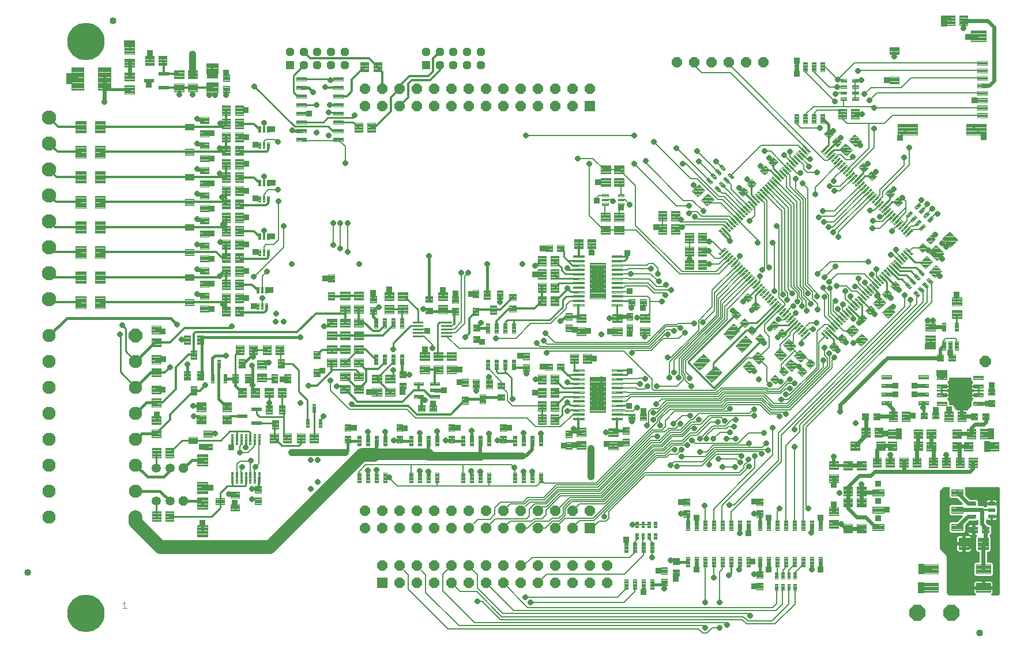
<source format=gtl>
G75*
%MOIN*%
%OFA0B0*%
%FSLAX25Y25*%
%IPPOS*%
%LPD*%
%AMOC8*
5,1,8,0,0,1.08239X$1,22.5*
%
%ADD10C,0.00400*%
%ADD11OC8,0.05906*%
%ADD12R,0.05906X0.05906*%
%ADD13C,0.00394*%
%ADD14C,0.04000*%
%ADD15OC8,0.07677*%
%ADD16C,0.07677*%
%ADD17OC8,0.09055*%
%ADD18C,0.00408*%
%ADD19C,0.00409*%
%ADD20C,0.00396*%
%ADD21C,0.00406*%
%ADD22C,0.00380*%
%ADD23C,0.00402*%
%ADD24C,0.00404*%
%ADD25C,0.00400*%
%ADD26C,0.00378*%
%ADD27C,0.00413*%
%ADD28C,0.00390*%
%ADD29OC8,0.05315*%
%ADD30C,0.05315*%
%ADD31OC8,0.06496*%
%ADD32C,0.00386*%
%ADD33R,0.04724X0.04724*%
%ADD34OC8,0.04724*%
%ADD35C,0.08268*%
%ADD36C,0.00374*%
%ADD37C,0.21654*%
%ADD38R,0.03175X0.03175*%
%ADD39OC8,0.03175*%
%ADD40C,0.00800*%
%ADD41C,0.01600*%
%ADD42C,0.01200*%
%ADD43C,0.01000*%
%ADD44C,0.02400*%
%ADD45C,0.00600*%
%ADD46C,0.04000*%
%ADD47C,0.02000*%
%ADD48C,0.06600*%
%ADD49C,0.05000*%
%ADD50C,0.08000*%
D10*
X0159308Y0065109D02*
X0161710Y0065109D01*
X0160509Y0065109D02*
X0160509Y0068712D01*
X0159308Y0067511D01*
X0327038Y0222192D02*
X0332838Y0222192D01*
X0327038Y0222192D02*
X0327038Y0222792D01*
X0332838Y0222792D01*
X0332838Y0222192D01*
X0332838Y0222591D02*
X0327038Y0222591D01*
X0327038Y0224161D02*
X0332838Y0224161D01*
X0327038Y0224161D02*
X0327038Y0224761D01*
X0332838Y0224761D01*
X0332838Y0224161D01*
X0332838Y0224560D02*
X0327038Y0224560D01*
X0327038Y0226129D02*
X0332838Y0226129D01*
X0327038Y0226129D02*
X0327038Y0226729D01*
X0332838Y0226729D01*
X0332838Y0226129D01*
X0332838Y0226528D02*
X0327038Y0226528D01*
X0327038Y0228098D02*
X0332838Y0228098D01*
X0327038Y0228098D02*
X0327038Y0228698D01*
X0332838Y0228698D01*
X0332838Y0228098D01*
X0332838Y0228497D02*
X0327038Y0228497D01*
X0327038Y0230066D02*
X0332838Y0230066D01*
X0327038Y0230066D02*
X0327038Y0230666D01*
X0332838Y0230666D01*
X0332838Y0230066D01*
X0332838Y0230465D02*
X0327038Y0230465D01*
X0343538Y0230066D02*
X0349338Y0230066D01*
X0343538Y0230066D02*
X0343538Y0230666D01*
X0349338Y0230666D01*
X0349338Y0230066D01*
X0349338Y0230465D02*
X0343538Y0230465D01*
X0343538Y0228098D02*
X0349338Y0228098D01*
X0343538Y0228098D02*
X0343538Y0228698D01*
X0349338Y0228698D01*
X0349338Y0228098D01*
X0349338Y0228497D02*
X0343538Y0228497D01*
X0343538Y0226129D02*
X0349338Y0226129D01*
X0343538Y0226129D02*
X0343538Y0226729D01*
X0349338Y0226729D01*
X0349338Y0226129D01*
X0349338Y0226528D02*
X0343538Y0226528D01*
X0343538Y0224161D02*
X0349338Y0224161D01*
X0343538Y0224161D02*
X0343538Y0224761D01*
X0349338Y0224761D01*
X0349338Y0224161D01*
X0349338Y0224560D02*
X0343538Y0224560D01*
X0343538Y0222192D02*
X0349338Y0222192D01*
X0343538Y0222192D02*
X0343538Y0222792D01*
X0349338Y0222792D01*
X0349338Y0222192D01*
X0349338Y0222591D02*
X0343538Y0222591D01*
X0243097Y0238079D02*
X0243097Y0241579D01*
X0243097Y0238079D02*
X0241897Y0238079D01*
X0241897Y0241579D01*
X0243097Y0241579D01*
X0243097Y0238478D02*
X0241897Y0238478D01*
X0241897Y0238877D02*
X0243097Y0238877D01*
X0243097Y0239276D02*
X0241897Y0239276D01*
X0241897Y0239675D02*
X0243097Y0239675D01*
X0243097Y0240074D02*
X0241897Y0240074D01*
X0241897Y0240473D02*
X0243097Y0240473D01*
X0243097Y0240872D02*
X0241897Y0240872D01*
X0241897Y0241271D02*
X0243097Y0241271D01*
X0240538Y0241579D02*
X0240538Y0238079D01*
X0239338Y0238079D01*
X0239338Y0241579D01*
X0240538Y0241579D01*
X0240538Y0238478D02*
X0239338Y0238478D01*
X0239338Y0238877D02*
X0240538Y0238877D01*
X0240538Y0239276D02*
X0239338Y0239276D01*
X0239338Y0239675D02*
X0240538Y0239675D01*
X0240538Y0240074D02*
X0239338Y0240074D01*
X0239338Y0240473D02*
X0240538Y0240473D01*
X0240538Y0240872D02*
X0239338Y0240872D01*
X0239338Y0241271D02*
X0240538Y0241271D01*
X0237979Y0241579D02*
X0237979Y0238079D01*
X0236779Y0238079D01*
X0236779Y0241579D01*
X0237979Y0241579D01*
X0237979Y0238478D02*
X0236779Y0238478D01*
X0236779Y0238877D02*
X0237979Y0238877D01*
X0237979Y0239276D02*
X0236779Y0239276D01*
X0236779Y0239675D02*
X0237979Y0239675D01*
X0237979Y0240074D02*
X0236779Y0240074D01*
X0236779Y0240473D02*
X0237979Y0240473D01*
X0237979Y0240872D02*
X0236779Y0240872D01*
X0236779Y0241271D02*
X0237979Y0241271D01*
X0237979Y0247279D02*
X0237979Y0250779D01*
X0237979Y0247279D02*
X0236779Y0247279D01*
X0236779Y0250779D01*
X0237979Y0250779D01*
X0237979Y0247678D02*
X0236779Y0247678D01*
X0236779Y0248077D02*
X0237979Y0248077D01*
X0237979Y0248476D02*
X0236779Y0248476D01*
X0236779Y0248875D02*
X0237979Y0248875D01*
X0237979Y0249274D02*
X0236779Y0249274D01*
X0236779Y0249673D02*
X0237979Y0249673D01*
X0237979Y0250072D02*
X0236779Y0250072D01*
X0236779Y0250471D02*
X0237979Y0250471D01*
X0240538Y0250779D02*
X0240538Y0247279D01*
X0239338Y0247279D01*
X0239338Y0250779D01*
X0240538Y0250779D01*
X0240538Y0247678D02*
X0239338Y0247678D01*
X0239338Y0248077D02*
X0240538Y0248077D01*
X0240538Y0248476D02*
X0239338Y0248476D01*
X0239338Y0248875D02*
X0240538Y0248875D01*
X0240538Y0249274D02*
X0239338Y0249274D01*
X0239338Y0249673D02*
X0240538Y0249673D01*
X0240538Y0250072D02*
X0239338Y0250072D01*
X0239338Y0250471D02*
X0240538Y0250471D01*
X0243097Y0250779D02*
X0243097Y0247279D01*
X0241897Y0247279D01*
X0241897Y0250779D01*
X0243097Y0250779D01*
X0243097Y0247678D02*
X0241897Y0247678D01*
X0241897Y0248077D02*
X0243097Y0248077D01*
X0243097Y0248476D02*
X0241897Y0248476D01*
X0241897Y0248875D02*
X0243097Y0248875D01*
X0243097Y0249274D02*
X0241897Y0249274D01*
X0241897Y0249673D02*
X0243097Y0249673D01*
X0243097Y0250072D02*
X0241897Y0250072D01*
X0241897Y0250471D02*
X0243097Y0250471D01*
X0244097Y0269079D02*
X0244097Y0272579D01*
X0244097Y0269079D02*
X0242897Y0269079D01*
X0242897Y0272579D01*
X0244097Y0272579D01*
X0244097Y0269478D02*
X0242897Y0269478D01*
X0242897Y0269877D02*
X0244097Y0269877D01*
X0244097Y0270276D02*
X0242897Y0270276D01*
X0242897Y0270675D02*
X0244097Y0270675D01*
X0244097Y0271074D02*
X0242897Y0271074D01*
X0242897Y0271473D02*
X0244097Y0271473D01*
X0244097Y0271872D02*
X0242897Y0271872D01*
X0242897Y0272271D02*
X0244097Y0272271D01*
X0241538Y0272579D02*
X0241538Y0269079D01*
X0240338Y0269079D01*
X0240338Y0272579D01*
X0241538Y0272579D01*
X0241538Y0269478D02*
X0240338Y0269478D01*
X0240338Y0269877D02*
X0241538Y0269877D01*
X0241538Y0270276D02*
X0240338Y0270276D01*
X0240338Y0270675D02*
X0241538Y0270675D01*
X0241538Y0271074D02*
X0240338Y0271074D01*
X0240338Y0271473D02*
X0241538Y0271473D01*
X0241538Y0271872D02*
X0240338Y0271872D01*
X0240338Y0272271D02*
X0241538Y0272271D01*
X0238979Y0272579D02*
X0238979Y0269079D01*
X0237779Y0269079D01*
X0237779Y0272579D01*
X0238979Y0272579D01*
X0238979Y0269478D02*
X0237779Y0269478D01*
X0237779Y0269877D02*
X0238979Y0269877D01*
X0238979Y0270276D02*
X0237779Y0270276D01*
X0237779Y0270675D02*
X0238979Y0270675D01*
X0238979Y0271074D02*
X0237779Y0271074D01*
X0237779Y0271473D02*
X0238979Y0271473D01*
X0238979Y0271872D02*
X0237779Y0271872D01*
X0237779Y0272271D02*
X0238979Y0272271D01*
X0238979Y0278279D02*
X0238979Y0281779D01*
X0238979Y0278279D02*
X0237779Y0278279D01*
X0237779Y0281779D01*
X0238979Y0281779D01*
X0238979Y0278678D02*
X0237779Y0278678D01*
X0237779Y0279077D02*
X0238979Y0279077D01*
X0238979Y0279476D02*
X0237779Y0279476D01*
X0237779Y0279875D02*
X0238979Y0279875D01*
X0238979Y0280274D02*
X0237779Y0280274D01*
X0237779Y0280673D02*
X0238979Y0280673D01*
X0238979Y0281072D02*
X0237779Y0281072D01*
X0237779Y0281471D02*
X0238979Y0281471D01*
X0241538Y0281779D02*
X0241538Y0278279D01*
X0240338Y0278279D01*
X0240338Y0281779D01*
X0241538Y0281779D01*
X0241538Y0278678D02*
X0240338Y0278678D01*
X0240338Y0279077D02*
X0241538Y0279077D01*
X0241538Y0279476D02*
X0240338Y0279476D01*
X0240338Y0279875D02*
X0241538Y0279875D01*
X0241538Y0280274D02*
X0240338Y0280274D01*
X0240338Y0280673D02*
X0241538Y0280673D01*
X0241538Y0281072D02*
X0240338Y0281072D01*
X0240338Y0281471D02*
X0241538Y0281471D01*
X0244097Y0281779D02*
X0244097Y0278279D01*
X0242897Y0278279D01*
X0242897Y0281779D01*
X0244097Y0281779D01*
X0244097Y0278678D02*
X0242897Y0278678D01*
X0242897Y0279077D02*
X0244097Y0279077D01*
X0244097Y0279476D02*
X0242897Y0279476D01*
X0242897Y0279875D02*
X0244097Y0279875D01*
X0244097Y0280274D02*
X0242897Y0280274D01*
X0242897Y0280673D02*
X0244097Y0280673D01*
X0244097Y0281072D02*
X0242897Y0281072D01*
X0242897Y0281471D02*
X0244097Y0281471D01*
X0244097Y0300079D02*
X0244097Y0303579D01*
X0244097Y0300079D02*
X0242897Y0300079D01*
X0242897Y0303579D01*
X0244097Y0303579D01*
X0244097Y0300478D02*
X0242897Y0300478D01*
X0242897Y0300877D02*
X0244097Y0300877D01*
X0244097Y0301276D02*
X0242897Y0301276D01*
X0242897Y0301675D02*
X0244097Y0301675D01*
X0244097Y0302074D02*
X0242897Y0302074D01*
X0242897Y0302473D02*
X0244097Y0302473D01*
X0244097Y0302872D02*
X0242897Y0302872D01*
X0242897Y0303271D02*
X0244097Y0303271D01*
X0241538Y0303579D02*
X0241538Y0300079D01*
X0240338Y0300079D01*
X0240338Y0303579D01*
X0241538Y0303579D01*
X0241538Y0300478D02*
X0240338Y0300478D01*
X0240338Y0300877D02*
X0241538Y0300877D01*
X0241538Y0301276D02*
X0240338Y0301276D01*
X0240338Y0301675D02*
X0241538Y0301675D01*
X0241538Y0302074D02*
X0240338Y0302074D01*
X0240338Y0302473D02*
X0241538Y0302473D01*
X0241538Y0302872D02*
X0240338Y0302872D01*
X0240338Y0303271D02*
X0241538Y0303271D01*
X0238979Y0303579D02*
X0238979Y0300079D01*
X0237779Y0300079D01*
X0237779Y0303579D01*
X0238979Y0303579D01*
X0238979Y0300478D02*
X0237779Y0300478D01*
X0237779Y0300877D02*
X0238979Y0300877D01*
X0238979Y0301276D02*
X0237779Y0301276D01*
X0237779Y0301675D02*
X0238979Y0301675D01*
X0238979Y0302074D02*
X0237779Y0302074D01*
X0237779Y0302473D02*
X0238979Y0302473D01*
X0238979Y0302872D02*
X0237779Y0302872D01*
X0237779Y0303271D02*
X0238979Y0303271D01*
X0238979Y0309279D02*
X0238979Y0312779D01*
X0238979Y0309279D02*
X0237779Y0309279D01*
X0237779Y0312779D01*
X0238979Y0312779D01*
X0238979Y0309678D02*
X0237779Y0309678D01*
X0237779Y0310077D02*
X0238979Y0310077D01*
X0238979Y0310476D02*
X0237779Y0310476D01*
X0237779Y0310875D02*
X0238979Y0310875D01*
X0238979Y0311274D02*
X0237779Y0311274D01*
X0237779Y0311673D02*
X0238979Y0311673D01*
X0238979Y0312072D02*
X0237779Y0312072D01*
X0237779Y0312471D02*
X0238979Y0312471D01*
X0241538Y0312779D02*
X0241538Y0309279D01*
X0240338Y0309279D01*
X0240338Y0312779D01*
X0241538Y0312779D01*
X0241538Y0309678D02*
X0240338Y0309678D01*
X0240338Y0310077D02*
X0241538Y0310077D01*
X0241538Y0310476D02*
X0240338Y0310476D01*
X0240338Y0310875D02*
X0241538Y0310875D01*
X0241538Y0311274D02*
X0240338Y0311274D01*
X0240338Y0311673D02*
X0241538Y0311673D01*
X0241538Y0312072D02*
X0240338Y0312072D01*
X0240338Y0312471D02*
X0241538Y0312471D01*
X0244097Y0312779D02*
X0244097Y0309279D01*
X0242897Y0309279D01*
X0242897Y0312779D01*
X0244097Y0312779D01*
X0244097Y0309678D02*
X0242897Y0309678D01*
X0242897Y0310077D02*
X0244097Y0310077D01*
X0244097Y0310476D02*
X0242897Y0310476D01*
X0242897Y0310875D02*
X0244097Y0310875D01*
X0244097Y0311274D02*
X0242897Y0311274D01*
X0242897Y0311673D02*
X0244097Y0311673D01*
X0244097Y0312072D02*
X0242897Y0312072D01*
X0242897Y0312471D02*
X0244097Y0312471D01*
X0244097Y0331079D02*
X0244097Y0334579D01*
X0244097Y0331079D02*
X0242897Y0331079D01*
X0242897Y0334579D01*
X0244097Y0334579D01*
X0244097Y0331478D02*
X0242897Y0331478D01*
X0242897Y0331877D02*
X0244097Y0331877D01*
X0244097Y0332276D02*
X0242897Y0332276D01*
X0242897Y0332675D02*
X0244097Y0332675D01*
X0244097Y0333074D02*
X0242897Y0333074D01*
X0242897Y0333473D02*
X0244097Y0333473D01*
X0244097Y0333872D02*
X0242897Y0333872D01*
X0242897Y0334271D02*
X0244097Y0334271D01*
X0241538Y0334579D02*
X0241538Y0331079D01*
X0240338Y0331079D01*
X0240338Y0334579D01*
X0241538Y0334579D01*
X0241538Y0331478D02*
X0240338Y0331478D01*
X0240338Y0331877D02*
X0241538Y0331877D01*
X0241538Y0332276D02*
X0240338Y0332276D01*
X0240338Y0332675D02*
X0241538Y0332675D01*
X0241538Y0333074D02*
X0240338Y0333074D01*
X0240338Y0333473D02*
X0241538Y0333473D01*
X0241538Y0333872D02*
X0240338Y0333872D01*
X0240338Y0334271D02*
X0241538Y0334271D01*
X0238979Y0334579D02*
X0238979Y0331079D01*
X0237779Y0331079D01*
X0237779Y0334579D01*
X0238979Y0334579D01*
X0238979Y0331478D02*
X0237779Y0331478D01*
X0237779Y0331877D02*
X0238979Y0331877D01*
X0238979Y0332276D02*
X0237779Y0332276D01*
X0237779Y0332675D02*
X0238979Y0332675D01*
X0238979Y0333074D02*
X0237779Y0333074D01*
X0237779Y0333473D02*
X0238979Y0333473D01*
X0238979Y0333872D02*
X0237779Y0333872D01*
X0237779Y0334271D02*
X0238979Y0334271D01*
X0238979Y0340279D02*
X0238979Y0343779D01*
X0238979Y0340279D02*
X0237779Y0340279D01*
X0237779Y0343779D01*
X0238979Y0343779D01*
X0238979Y0340678D02*
X0237779Y0340678D01*
X0237779Y0341077D02*
X0238979Y0341077D01*
X0238979Y0341476D02*
X0237779Y0341476D01*
X0237779Y0341875D02*
X0238979Y0341875D01*
X0238979Y0342274D02*
X0237779Y0342274D01*
X0237779Y0342673D02*
X0238979Y0342673D01*
X0238979Y0343072D02*
X0237779Y0343072D01*
X0237779Y0343471D02*
X0238979Y0343471D01*
X0241538Y0343779D02*
X0241538Y0340279D01*
X0240338Y0340279D01*
X0240338Y0343779D01*
X0241538Y0343779D01*
X0241538Y0340678D02*
X0240338Y0340678D01*
X0240338Y0341077D02*
X0241538Y0341077D01*
X0241538Y0341476D02*
X0240338Y0341476D01*
X0240338Y0341875D02*
X0241538Y0341875D01*
X0241538Y0342274D02*
X0240338Y0342274D01*
X0240338Y0342673D02*
X0241538Y0342673D01*
X0241538Y0343072D02*
X0240338Y0343072D01*
X0240338Y0343471D02*
X0241538Y0343471D01*
X0244097Y0343779D02*
X0244097Y0340279D01*
X0242897Y0340279D01*
X0242897Y0343779D01*
X0244097Y0343779D01*
X0244097Y0340678D02*
X0242897Y0340678D01*
X0242897Y0341077D02*
X0244097Y0341077D01*
X0244097Y0341476D02*
X0242897Y0341476D01*
X0242897Y0341875D02*
X0244097Y0341875D01*
X0244097Y0342274D02*
X0242897Y0342274D01*
X0242897Y0342673D02*
X0244097Y0342673D01*
X0244097Y0343072D02*
X0242897Y0343072D01*
X0242897Y0343471D02*
X0244097Y0343471D01*
X0436438Y0304438D02*
X0439938Y0304438D01*
X0439938Y0303238D01*
X0436438Y0303238D01*
X0436438Y0304438D01*
X0436438Y0303637D02*
X0439938Y0303637D01*
X0439938Y0304036D02*
X0436438Y0304036D01*
X0436438Y0304435D02*
X0439938Y0304435D01*
X0439938Y0301879D02*
X0436438Y0301879D01*
X0439938Y0301879D02*
X0439938Y0300679D01*
X0436438Y0300679D01*
X0436438Y0301879D01*
X0436438Y0301078D02*
X0439938Y0301078D01*
X0439938Y0301477D02*
X0436438Y0301477D01*
X0436438Y0301876D02*
X0439938Y0301876D01*
X0439938Y0299320D02*
X0436438Y0299320D01*
X0439938Y0299320D02*
X0439938Y0298120D01*
X0436438Y0298120D01*
X0436438Y0299320D01*
X0436438Y0298519D02*
X0439938Y0298519D01*
X0439938Y0298918D02*
X0436438Y0298918D01*
X0436438Y0299317D02*
X0439938Y0299317D01*
X0445638Y0299320D02*
X0449138Y0299320D01*
X0449138Y0298120D01*
X0445638Y0298120D01*
X0445638Y0299320D01*
X0445638Y0298519D02*
X0449138Y0298519D01*
X0449138Y0298918D02*
X0445638Y0298918D01*
X0445638Y0299317D02*
X0449138Y0299317D01*
X0449138Y0301879D02*
X0445638Y0301879D01*
X0449138Y0301879D02*
X0449138Y0300679D01*
X0445638Y0300679D01*
X0445638Y0301879D01*
X0445638Y0301078D02*
X0449138Y0301078D01*
X0449138Y0301477D02*
X0445638Y0301477D01*
X0445638Y0301876D02*
X0449138Y0301876D01*
X0449138Y0304438D02*
X0445638Y0304438D01*
X0449138Y0304438D02*
X0449138Y0303238D01*
X0445638Y0303238D01*
X0445638Y0304438D01*
X0445638Y0303637D02*
X0449138Y0303637D01*
X0449138Y0304036D02*
X0445638Y0304036D01*
X0445638Y0304435D02*
X0449138Y0304435D01*
D11*
X0419412Y0355390D03*
X0419412Y0365390D03*
X0429412Y0365390D03*
X0409412Y0365390D03*
X0399412Y0365390D03*
X0389412Y0365390D03*
X0379412Y0365390D03*
X0369412Y0365390D03*
X0359412Y0365390D03*
X0349412Y0365390D03*
X0339412Y0365390D03*
X0329412Y0365390D03*
X0319412Y0365390D03*
X0309412Y0365390D03*
X0299412Y0365390D03*
X0299412Y0355390D03*
X0309412Y0355390D03*
X0319412Y0355390D03*
X0329412Y0355390D03*
X0339412Y0355390D03*
X0349412Y0355390D03*
X0359412Y0355390D03*
X0369412Y0355390D03*
X0379412Y0355390D03*
X0389412Y0355390D03*
X0399412Y0355390D03*
X0409412Y0355390D03*
X0479688Y0380679D03*
X0489688Y0380679D03*
X0499688Y0380679D03*
X0509688Y0380679D03*
X0519688Y0380679D03*
X0529688Y0380679D03*
X0429412Y0121295D03*
X0419412Y0121295D03*
X0419412Y0111295D03*
X0409412Y0111295D03*
X0399412Y0111295D03*
X0389412Y0111295D03*
X0379412Y0111295D03*
X0369412Y0111295D03*
X0359412Y0111295D03*
X0349412Y0111295D03*
X0339412Y0111295D03*
X0329412Y0111295D03*
X0319412Y0111295D03*
X0309412Y0111295D03*
X0299412Y0111295D03*
X0299412Y0121295D03*
X0309412Y0121295D03*
X0319412Y0121295D03*
X0329412Y0121295D03*
X0339412Y0121295D03*
X0349412Y0121295D03*
X0359412Y0121295D03*
X0369412Y0121295D03*
X0379412Y0121295D03*
X0389412Y0121295D03*
X0399412Y0121295D03*
X0409412Y0121295D03*
X0409333Y0089642D03*
X0399333Y0089642D03*
X0389333Y0089642D03*
X0379333Y0089642D03*
X0369333Y0089642D03*
X0359333Y0089642D03*
X0349333Y0089642D03*
X0339333Y0089642D03*
X0329333Y0089642D03*
X0319333Y0089642D03*
X0309333Y0089642D03*
X0319333Y0079642D03*
X0329333Y0079642D03*
X0339333Y0079642D03*
X0349333Y0079642D03*
X0359333Y0079642D03*
X0369333Y0079642D03*
X0379333Y0079642D03*
X0389333Y0079642D03*
X0399333Y0079642D03*
X0409333Y0079642D03*
X0419333Y0079642D03*
X0429333Y0079642D03*
X0439333Y0079642D03*
X0439333Y0089642D03*
X0429333Y0089642D03*
X0419333Y0089642D03*
D12*
X0429412Y0111295D03*
X0309333Y0079642D03*
X0429412Y0355390D03*
D13*
X0496755Y0312982D02*
X0497868Y0314095D01*
X0500371Y0311592D01*
X0499258Y0310479D01*
X0496755Y0312982D01*
X0498865Y0310872D02*
X0499651Y0310872D01*
X0500044Y0311265D02*
X0498472Y0311265D01*
X0498079Y0311658D02*
X0500305Y0311658D01*
X0499912Y0312051D02*
X0497686Y0312051D01*
X0497293Y0312444D02*
X0499519Y0312444D01*
X0499126Y0312837D02*
X0496900Y0312837D01*
X0497003Y0313230D02*
X0498733Y0313230D01*
X0498340Y0313623D02*
X0497396Y0313623D01*
X0497789Y0314016D02*
X0497947Y0314016D01*
X0499261Y0315488D02*
X0500374Y0316601D01*
X0502877Y0314098D01*
X0501764Y0312985D01*
X0499261Y0315488D01*
X0501371Y0313378D02*
X0502157Y0313378D01*
X0502550Y0313771D02*
X0500978Y0313771D01*
X0500585Y0314164D02*
X0502811Y0314164D01*
X0502418Y0314557D02*
X0500192Y0314557D01*
X0499799Y0314950D02*
X0502025Y0314950D01*
X0501632Y0315343D02*
X0499406Y0315343D01*
X0499509Y0315736D02*
X0501239Y0315736D01*
X0500846Y0316129D02*
X0499902Y0316129D01*
X0500295Y0316522D02*
X0500453Y0316522D01*
X0501766Y0317993D02*
X0502879Y0319106D01*
X0505382Y0316603D01*
X0504269Y0315490D01*
X0501766Y0317993D01*
X0503876Y0315883D02*
X0504662Y0315883D01*
X0505055Y0316276D02*
X0503483Y0316276D01*
X0503090Y0316669D02*
X0505316Y0316669D01*
X0504923Y0317062D02*
X0502697Y0317062D01*
X0502304Y0317455D02*
X0504530Y0317455D01*
X0504137Y0317848D02*
X0501911Y0317848D01*
X0502014Y0318241D02*
X0503744Y0318241D01*
X0503351Y0318634D02*
X0502407Y0318634D01*
X0502800Y0319027D02*
X0502958Y0319027D01*
X0504272Y0320499D02*
X0505385Y0321612D01*
X0507888Y0319109D01*
X0506775Y0317996D01*
X0504272Y0320499D01*
X0506382Y0318389D02*
X0507168Y0318389D01*
X0507561Y0318782D02*
X0505989Y0318782D01*
X0505596Y0319175D02*
X0507822Y0319175D01*
X0507429Y0319568D02*
X0505203Y0319568D01*
X0504810Y0319961D02*
X0507036Y0319961D01*
X0506643Y0320354D02*
X0504417Y0320354D01*
X0504520Y0320747D02*
X0506250Y0320747D01*
X0505857Y0321140D02*
X0504913Y0321140D01*
X0505306Y0321533D02*
X0505464Y0321533D01*
X0510117Y0316879D02*
X0509004Y0315766D01*
X0510117Y0316879D02*
X0512620Y0314376D01*
X0511507Y0313263D01*
X0509004Y0315766D01*
X0511114Y0313656D02*
X0511900Y0313656D01*
X0512293Y0314049D02*
X0510721Y0314049D01*
X0510328Y0314442D02*
X0512554Y0314442D01*
X0512161Y0314835D02*
X0509935Y0314835D01*
X0509542Y0315228D02*
X0511768Y0315228D01*
X0511375Y0315621D02*
X0509149Y0315621D01*
X0509252Y0316014D02*
X0510982Y0316014D01*
X0510589Y0316407D02*
X0509645Y0316407D01*
X0510038Y0316800D02*
X0510196Y0316800D01*
X0507612Y0314374D02*
X0506499Y0313261D01*
X0507612Y0314374D02*
X0510115Y0311871D01*
X0509002Y0310758D01*
X0506499Y0313261D01*
X0508609Y0311151D02*
X0509395Y0311151D01*
X0509788Y0311544D02*
X0508216Y0311544D01*
X0507823Y0311937D02*
X0510049Y0311937D01*
X0509656Y0312330D02*
X0507430Y0312330D01*
X0507037Y0312723D02*
X0509263Y0312723D01*
X0508870Y0313116D02*
X0506644Y0313116D01*
X0506747Y0313509D02*
X0508477Y0313509D01*
X0508084Y0313902D02*
X0507140Y0313902D01*
X0507533Y0314295D02*
X0507691Y0314295D01*
X0505106Y0311868D02*
X0503993Y0310755D01*
X0505106Y0311868D02*
X0507609Y0309365D01*
X0506496Y0308252D01*
X0503993Y0310755D01*
X0506103Y0308645D02*
X0506889Y0308645D01*
X0507282Y0309038D02*
X0505710Y0309038D01*
X0505317Y0309431D02*
X0507543Y0309431D01*
X0507150Y0309824D02*
X0504924Y0309824D01*
X0504531Y0310217D02*
X0506757Y0310217D01*
X0506364Y0310610D02*
X0504138Y0310610D01*
X0504241Y0311003D02*
X0505971Y0311003D01*
X0505578Y0311396D02*
X0504634Y0311396D01*
X0505027Y0311789D02*
X0505185Y0311789D01*
X0502601Y0309363D02*
X0501488Y0308250D01*
X0502601Y0309363D02*
X0505104Y0306860D01*
X0503991Y0305747D01*
X0501488Y0308250D01*
X0503598Y0306140D02*
X0504384Y0306140D01*
X0504777Y0306533D02*
X0503205Y0306533D01*
X0502812Y0306926D02*
X0505038Y0306926D01*
X0504645Y0307319D02*
X0502419Y0307319D01*
X0502026Y0307712D02*
X0504252Y0307712D01*
X0503859Y0308105D02*
X0501633Y0308105D01*
X0501736Y0308498D02*
X0503466Y0308498D01*
X0503073Y0308891D02*
X0502129Y0308891D01*
X0502522Y0309284D02*
X0502680Y0309284D01*
X0517932Y0303170D02*
X0520714Y0305952D01*
X0517932Y0303170D02*
X0515428Y0305674D01*
X0518210Y0308456D01*
X0520714Y0305952D01*
X0518325Y0303563D02*
X0517539Y0303563D01*
X0517146Y0303956D02*
X0518718Y0303956D01*
X0519111Y0304349D02*
X0516753Y0304349D01*
X0516360Y0304742D02*
X0519504Y0304742D01*
X0519897Y0305135D02*
X0515967Y0305135D01*
X0515574Y0305528D02*
X0520290Y0305528D01*
X0520683Y0305921D02*
X0515675Y0305921D01*
X0516068Y0306314D02*
X0520352Y0306314D01*
X0519959Y0306707D02*
X0516461Y0306707D01*
X0516854Y0307100D02*
X0519566Y0307100D01*
X0519173Y0307493D02*
X0517247Y0307493D01*
X0517640Y0307886D02*
X0518780Y0307886D01*
X0518387Y0308279D02*
X0518033Y0308279D01*
X0522665Y0307902D02*
X0525447Y0310684D01*
X0522665Y0307902D02*
X0520161Y0310406D01*
X0522943Y0313188D01*
X0525447Y0310684D01*
X0523058Y0308295D02*
X0522272Y0308295D01*
X0521879Y0308688D02*
X0523451Y0308688D01*
X0523844Y0309081D02*
X0521486Y0309081D01*
X0521093Y0309474D02*
X0524237Y0309474D01*
X0524630Y0309867D02*
X0520700Y0309867D01*
X0520307Y0310260D02*
X0525023Y0310260D01*
X0525416Y0310653D02*
X0520408Y0310653D01*
X0520801Y0311046D02*
X0525085Y0311046D01*
X0524692Y0311439D02*
X0521194Y0311439D01*
X0521587Y0311832D02*
X0524299Y0311832D01*
X0523906Y0312225D02*
X0521980Y0312225D01*
X0522373Y0312618D02*
X0523513Y0312618D01*
X0523120Y0313011D02*
X0522766Y0313011D01*
X0530432Y0315670D02*
X0533214Y0318452D01*
X0530432Y0315670D02*
X0527928Y0318174D01*
X0530710Y0320956D01*
X0533214Y0318452D01*
X0530825Y0316063D02*
X0530039Y0316063D01*
X0529646Y0316456D02*
X0531218Y0316456D01*
X0531611Y0316849D02*
X0529253Y0316849D01*
X0528860Y0317242D02*
X0532004Y0317242D01*
X0532397Y0317635D02*
X0528467Y0317635D01*
X0528074Y0318028D02*
X0532790Y0318028D01*
X0533183Y0318421D02*
X0528175Y0318421D01*
X0528568Y0318814D02*
X0532852Y0318814D01*
X0532459Y0319207D02*
X0528961Y0319207D01*
X0529354Y0319600D02*
X0532066Y0319600D01*
X0531673Y0319993D02*
X0529747Y0319993D01*
X0530140Y0320386D02*
X0531280Y0320386D01*
X0530887Y0320779D02*
X0530533Y0320779D01*
X0535165Y0320402D02*
X0537947Y0323184D01*
X0535165Y0320402D02*
X0532661Y0322906D01*
X0535443Y0325688D01*
X0537947Y0323184D01*
X0535558Y0320795D02*
X0534772Y0320795D01*
X0534379Y0321188D02*
X0535951Y0321188D01*
X0536344Y0321581D02*
X0533986Y0321581D01*
X0533593Y0321974D02*
X0536737Y0321974D01*
X0537130Y0322367D02*
X0533200Y0322367D01*
X0532807Y0322760D02*
X0537523Y0322760D01*
X0537916Y0323153D02*
X0532908Y0323153D01*
X0533301Y0323546D02*
X0537585Y0323546D01*
X0537192Y0323939D02*
X0533694Y0323939D01*
X0534087Y0324332D02*
X0536799Y0324332D01*
X0536406Y0324725D02*
X0534480Y0324725D01*
X0534873Y0325118D02*
X0536013Y0325118D01*
X0535620Y0325511D02*
X0535266Y0325511D01*
X0564778Y0339434D02*
X0567560Y0336652D01*
X0564778Y0339434D02*
X0567282Y0341938D01*
X0570064Y0339156D01*
X0567560Y0336652D01*
X0567953Y0337045D02*
X0567167Y0337045D01*
X0566774Y0337438D02*
X0568346Y0337438D01*
X0568739Y0337831D02*
X0566381Y0337831D01*
X0565988Y0338224D02*
X0569132Y0338224D01*
X0569525Y0338617D02*
X0565595Y0338617D01*
X0565202Y0339010D02*
X0569918Y0339010D01*
X0569817Y0339403D02*
X0564809Y0339403D01*
X0565140Y0339796D02*
X0569424Y0339796D01*
X0569031Y0340189D02*
X0565533Y0340189D01*
X0565926Y0340582D02*
X0568638Y0340582D01*
X0568245Y0340975D02*
X0566319Y0340975D01*
X0566712Y0341368D02*
X0567852Y0341368D01*
X0567459Y0341761D02*
X0567105Y0341761D01*
X0569511Y0334702D02*
X0572293Y0331920D01*
X0569511Y0334702D02*
X0572015Y0337206D01*
X0574797Y0334424D01*
X0572293Y0331920D01*
X0572686Y0332313D02*
X0571900Y0332313D01*
X0571507Y0332706D02*
X0573079Y0332706D01*
X0573472Y0333099D02*
X0571114Y0333099D01*
X0570721Y0333492D02*
X0573865Y0333492D01*
X0574258Y0333885D02*
X0570328Y0333885D01*
X0569935Y0334278D02*
X0574651Y0334278D01*
X0574550Y0334671D02*
X0569542Y0334671D01*
X0569873Y0335064D02*
X0574157Y0335064D01*
X0573764Y0335457D02*
X0570266Y0335457D01*
X0570659Y0335850D02*
X0573371Y0335850D01*
X0572978Y0336243D02*
X0571052Y0336243D01*
X0571445Y0336636D02*
X0572585Y0336636D01*
X0572192Y0337029D02*
X0571838Y0337029D01*
X0584928Y0319934D02*
X0587710Y0317152D01*
X0584928Y0319934D02*
X0587432Y0322438D01*
X0590214Y0319656D01*
X0587710Y0317152D01*
X0588103Y0317545D02*
X0587317Y0317545D01*
X0586924Y0317938D02*
X0588496Y0317938D01*
X0588889Y0318331D02*
X0586531Y0318331D01*
X0586138Y0318724D02*
X0589282Y0318724D01*
X0589675Y0319117D02*
X0585745Y0319117D01*
X0585352Y0319510D02*
X0590068Y0319510D01*
X0589967Y0319903D02*
X0584959Y0319903D01*
X0585290Y0320296D02*
X0589574Y0320296D01*
X0589181Y0320689D02*
X0585683Y0320689D01*
X0586076Y0321082D02*
X0588788Y0321082D01*
X0588395Y0321475D02*
X0586469Y0321475D01*
X0586862Y0321868D02*
X0588002Y0321868D01*
X0587609Y0322261D02*
X0587255Y0322261D01*
X0589661Y0315202D02*
X0592443Y0312420D01*
X0589661Y0315202D02*
X0592165Y0317706D01*
X0594947Y0314924D01*
X0592443Y0312420D01*
X0592836Y0312813D02*
X0592050Y0312813D01*
X0591657Y0313206D02*
X0593229Y0313206D01*
X0593622Y0313599D02*
X0591264Y0313599D01*
X0590871Y0313992D02*
X0594015Y0313992D01*
X0594408Y0314385D02*
X0590478Y0314385D01*
X0590085Y0314778D02*
X0594801Y0314778D01*
X0594700Y0315171D02*
X0589692Y0315171D01*
X0590023Y0315564D02*
X0594307Y0315564D01*
X0593914Y0315957D02*
X0590416Y0315957D01*
X0590809Y0316350D02*
X0593521Y0316350D01*
X0593128Y0316743D02*
X0591202Y0316743D01*
X0591595Y0317136D02*
X0592735Y0317136D01*
X0592342Y0317529D02*
X0591988Y0317529D01*
X0600178Y0304934D02*
X0602960Y0302152D01*
X0600178Y0304934D02*
X0602682Y0307438D01*
X0605464Y0304656D01*
X0602960Y0302152D01*
X0603353Y0302545D02*
X0602567Y0302545D01*
X0602174Y0302938D02*
X0603746Y0302938D01*
X0604139Y0303331D02*
X0601781Y0303331D01*
X0601388Y0303724D02*
X0604532Y0303724D01*
X0604925Y0304117D02*
X0600995Y0304117D01*
X0600602Y0304510D02*
X0605318Y0304510D01*
X0605217Y0304903D02*
X0600209Y0304903D01*
X0600540Y0305296D02*
X0604824Y0305296D01*
X0604431Y0305689D02*
X0600933Y0305689D01*
X0601326Y0306082D02*
X0604038Y0306082D01*
X0603645Y0306475D02*
X0601719Y0306475D01*
X0602112Y0306868D02*
X0603252Y0306868D01*
X0602859Y0307261D02*
X0602505Y0307261D01*
X0604911Y0300202D02*
X0607693Y0297420D01*
X0604911Y0300202D02*
X0607415Y0302706D01*
X0610197Y0299924D01*
X0607693Y0297420D01*
X0608086Y0297813D02*
X0607300Y0297813D01*
X0606907Y0298206D02*
X0608479Y0298206D01*
X0608872Y0298599D02*
X0606514Y0298599D01*
X0606121Y0298992D02*
X0609265Y0298992D01*
X0609658Y0299385D02*
X0605728Y0299385D01*
X0605335Y0299778D02*
X0610051Y0299778D01*
X0609950Y0300171D02*
X0604942Y0300171D01*
X0605273Y0300564D02*
X0609557Y0300564D01*
X0609164Y0300957D02*
X0605666Y0300957D01*
X0606059Y0301350D02*
X0608771Y0301350D01*
X0608378Y0301743D02*
X0606452Y0301743D01*
X0606845Y0302136D02*
X0607985Y0302136D01*
X0607592Y0302529D02*
X0607238Y0302529D01*
X0614758Y0294629D02*
X0615871Y0293516D01*
X0613368Y0291013D01*
X0612255Y0292126D01*
X0614758Y0294629D01*
X0613761Y0291406D02*
X0612975Y0291406D01*
X0612582Y0291799D02*
X0614154Y0291799D01*
X0614547Y0292192D02*
X0612321Y0292192D01*
X0612714Y0292585D02*
X0614940Y0292585D01*
X0615333Y0292978D02*
X0613107Y0292978D01*
X0613500Y0293371D02*
X0615726Y0293371D01*
X0615623Y0293764D02*
X0613893Y0293764D01*
X0614286Y0294157D02*
X0615230Y0294157D01*
X0614837Y0294550D02*
X0614679Y0294550D01*
X0617264Y0292124D02*
X0618377Y0291011D01*
X0615874Y0288508D01*
X0614761Y0289621D01*
X0617264Y0292124D01*
X0616267Y0288901D02*
X0615481Y0288901D01*
X0615088Y0289294D02*
X0616660Y0289294D01*
X0617053Y0289687D02*
X0614827Y0289687D01*
X0615220Y0290080D02*
X0617446Y0290080D01*
X0617839Y0290473D02*
X0615613Y0290473D01*
X0616006Y0290866D02*
X0618232Y0290866D01*
X0618129Y0291259D02*
X0616399Y0291259D01*
X0616792Y0291652D02*
X0617736Y0291652D01*
X0617343Y0292045D02*
X0617185Y0292045D01*
X0619769Y0289618D02*
X0620882Y0288505D01*
X0618379Y0286002D01*
X0617266Y0287115D01*
X0619769Y0289618D01*
X0618772Y0286395D02*
X0617986Y0286395D01*
X0617593Y0286788D02*
X0619165Y0286788D01*
X0619558Y0287181D02*
X0617332Y0287181D01*
X0617725Y0287574D02*
X0619951Y0287574D01*
X0620344Y0287967D02*
X0618118Y0287967D01*
X0618511Y0288360D02*
X0620737Y0288360D01*
X0620634Y0288753D02*
X0618904Y0288753D01*
X0619297Y0289146D02*
X0620241Y0289146D01*
X0619848Y0289539D02*
X0619690Y0289539D01*
X0622275Y0287113D02*
X0623388Y0286000D01*
X0620885Y0283497D01*
X0619772Y0284610D01*
X0622275Y0287113D01*
X0621278Y0283890D02*
X0620492Y0283890D01*
X0620099Y0284283D02*
X0621671Y0284283D01*
X0622064Y0284676D02*
X0619838Y0284676D01*
X0620231Y0285069D02*
X0622457Y0285069D01*
X0622850Y0285462D02*
X0620624Y0285462D01*
X0621017Y0285855D02*
X0623243Y0285855D01*
X0623140Y0286248D02*
X0621410Y0286248D01*
X0621803Y0286641D02*
X0622747Y0286641D01*
X0622354Y0287034D02*
X0622196Y0287034D01*
X0627007Y0291845D02*
X0628120Y0290732D01*
X0625617Y0288229D01*
X0624504Y0289342D01*
X0627007Y0291845D01*
X0626010Y0288622D02*
X0625224Y0288622D01*
X0624831Y0289015D02*
X0626403Y0289015D01*
X0626796Y0289408D02*
X0624570Y0289408D01*
X0624963Y0289801D02*
X0627189Y0289801D01*
X0627582Y0290194D02*
X0625356Y0290194D01*
X0625749Y0290587D02*
X0627975Y0290587D01*
X0627872Y0290980D02*
X0626142Y0290980D01*
X0626535Y0291373D02*
X0627479Y0291373D01*
X0627086Y0291766D02*
X0626928Y0291766D01*
X0625615Y0293238D02*
X0624502Y0294351D01*
X0625615Y0293238D02*
X0623112Y0290735D01*
X0621999Y0291848D01*
X0624502Y0294351D01*
X0623505Y0291128D02*
X0622719Y0291128D01*
X0622326Y0291521D02*
X0623898Y0291521D01*
X0624291Y0291914D02*
X0622065Y0291914D01*
X0622458Y0292307D02*
X0624684Y0292307D01*
X0625077Y0292700D02*
X0622851Y0292700D01*
X0623244Y0293093D02*
X0625470Y0293093D01*
X0625367Y0293486D02*
X0623637Y0293486D01*
X0624030Y0293879D02*
X0624974Y0293879D01*
X0624581Y0294272D02*
X0624423Y0294272D01*
X0623109Y0295743D02*
X0621996Y0296856D01*
X0623109Y0295743D02*
X0620606Y0293240D01*
X0619493Y0294353D01*
X0621996Y0296856D01*
X0620999Y0293633D02*
X0620213Y0293633D01*
X0619820Y0294026D02*
X0621392Y0294026D01*
X0621785Y0294419D02*
X0619559Y0294419D01*
X0619952Y0294812D02*
X0622178Y0294812D01*
X0622571Y0295205D02*
X0620345Y0295205D01*
X0620738Y0295598D02*
X0622964Y0295598D01*
X0622861Y0295991D02*
X0621131Y0295991D01*
X0621524Y0296384D02*
X0622468Y0296384D01*
X0622075Y0296777D02*
X0621917Y0296777D01*
X0620604Y0298249D02*
X0619491Y0299362D01*
X0620604Y0298249D02*
X0618101Y0295746D01*
X0616988Y0296859D01*
X0619491Y0299362D01*
X0618494Y0296139D02*
X0617708Y0296139D01*
X0617315Y0296532D02*
X0618887Y0296532D01*
X0619280Y0296925D02*
X0617054Y0296925D01*
X0617447Y0297318D02*
X0619673Y0297318D01*
X0620066Y0297711D02*
X0617840Y0297711D01*
X0618233Y0298104D02*
X0620459Y0298104D01*
X0620356Y0298497D02*
X0618626Y0298497D01*
X0619019Y0298890D02*
X0619963Y0298890D01*
X0619570Y0299283D02*
X0619412Y0299283D01*
X0629197Y0278434D02*
X0626415Y0275652D01*
X0623911Y0278156D01*
X0626693Y0280938D01*
X0629197Y0278434D01*
X0626808Y0276045D02*
X0626022Y0276045D01*
X0625629Y0276438D02*
X0627201Y0276438D01*
X0627594Y0276831D02*
X0625236Y0276831D01*
X0624843Y0277224D02*
X0627987Y0277224D01*
X0628380Y0277617D02*
X0624450Y0277617D01*
X0624057Y0278010D02*
X0628773Y0278010D01*
X0629166Y0278403D02*
X0624158Y0278403D01*
X0624551Y0278796D02*
X0628835Y0278796D01*
X0628442Y0279189D02*
X0624944Y0279189D01*
X0625337Y0279582D02*
X0628049Y0279582D01*
X0627656Y0279975D02*
X0625730Y0279975D01*
X0626123Y0280368D02*
X0627263Y0280368D01*
X0626870Y0280761D02*
X0626516Y0280761D01*
X0624464Y0273702D02*
X0621682Y0270920D01*
X0619178Y0273424D01*
X0621960Y0276206D01*
X0624464Y0273702D01*
X0622075Y0271313D02*
X0621289Y0271313D01*
X0620896Y0271706D02*
X0622468Y0271706D01*
X0622861Y0272099D02*
X0620503Y0272099D01*
X0620110Y0272492D02*
X0623254Y0272492D01*
X0623647Y0272885D02*
X0619717Y0272885D01*
X0619324Y0273278D02*
X0624040Y0273278D01*
X0624433Y0273671D02*
X0619425Y0273671D01*
X0619818Y0274064D02*
X0624102Y0274064D01*
X0623709Y0274457D02*
X0620211Y0274457D01*
X0620604Y0274850D02*
X0623316Y0274850D01*
X0622923Y0275243D02*
X0620997Y0275243D01*
X0621390Y0275636D02*
X0622530Y0275636D01*
X0622137Y0276029D02*
X0621783Y0276029D01*
X0622888Y0258359D02*
X0621775Y0257246D01*
X0619272Y0259749D01*
X0620385Y0260862D01*
X0622888Y0258359D01*
X0622168Y0257639D02*
X0621382Y0257639D01*
X0620989Y0258032D02*
X0622561Y0258032D01*
X0622822Y0258425D02*
X0620596Y0258425D01*
X0620203Y0258818D02*
X0622429Y0258818D01*
X0622036Y0259211D02*
X0619810Y0259211D01*
X0619417Y0259604D02*
X0621643Y0259604D01*
X0621250Y0259997D02*
X0619520Y0259997D01*
X0619913Y0260390D02*
X0620857Y0260390D01*
X0620464Y0260783D02*
X0620306Y0260783D01*
X0620382Y0255853D02*
X0619269Y0254740D01*
X0616766Y0257243D01*
X0617879Y0258356D01*
X0620382Y0255853D01*
X0619662Y0255133D02*
X0618876Y0255133D01*
X0618483Y0255526D02*
X0620055Y0255526D01*
X0620316Y0255919D02*
X0618090Y0255919D01*
X0617697Y0256312D02*
X0619923Y0256312D01*
X0619530Y0256705D02*
X0617304Y0256705D01*
X0616911Y0257098D02*
X0619137Y0257098D01*
X0618744Y0257491D02*
X0617014Y0257491D01*
X0617407Y0257884D02*
X0618351Y0257884D01*
X0617958Y0258277D02*
X0617800Y0258277D01*
X0617877Y0253348D02*
X0616764Y0252235D01*
X0614261Y0254738D01*
X0615374Y0255851D01*
X0617877Y0253348D01*
X0617157Y0252628D02*
X0616371Y0252628D01*
X0615978Y0253021D02*
X0617550Y0253021D01*
X0617811Y0253414D02*
X0615585Y0253414D01*
X0615192Y0253807D02*
X0617418Y0253807D01*
X0617025Y0254200D02*
X0614799Y0254200D01*
X0614406Y0254593D02*
X0616632Y0254593D01*
X0616239Y0254986D02*
X0614509Y0254986D01*
X0614902Y0255379D02*
X0615846Y0255379D01*
X0615453Y0255772D02*
X0615295Y0255772D01*
X0615371Y0250842D02*
X0614258Y0249729D01*
X0611755Y0252232D01*
X0612868Y0253345D01*
X0615371Y0250842D01*
X0614651Y0250122D02*
X0613865Y0250122D01*
X0613472Y0250515D02*
X0615044Y0250515D01*
X0615305Y0250908D02*
X0613079Y0250908D01*
X0612686Y0251301D02*
X0614912Y0251301D01*
X0614519Y0251694D02*
X0612293Y0251694D01*
X0611900Y0252087D02*
X0614126Y0252087D01*
X0613733Y0252480D02*
X0612003Y0252480D01*
X0612396Y0252873D02*
X0613340Y0252873D01*
X0612947Y0253266D02*
X0612789Y0253266D01*
X0605943Y0254188D02*
X0603161Y0251406D01*
X0605943Y0254188D02*
X0608447Y0251684D01*
X0605665Y0248902D01*
X0603161Y0251406D01*
X0605272Y0249295D02*
X0606058Y0249295D01*
X0606451Y0249688D02*
X0604879Y0249688D01*
X0604486Y0250081D02*
X0606844Y0250081D01*
X0607237Y0250474D02*
X0604093Y0250474D01*
X0603700Y0250867D02*
X0607630Y0250867D01*
X0608023Y0251260D02*
X0603307Y0251260D01*
X0603408Y0251653D02*
X0608416Y0251653D01*
X0608085Y0252046D02*
X0603801Y0252046D01*
X0604194Y0252439D02*
X0607692Y0252439D01*
X0607299Y0252832D02*
X0604587Y0252832D01*
X0604980Y0253225D02*
X0606906Y0253225D01*
X0606513Y0253618D02*
X0605373Y0253618D01*
X0605766Y0254011D02*
X0606120Y0254011D01*
X0601210Y0249456D02*
X0598428Y0246674D01*
X0601210Y0249456D02*
X0603714Y0246952D01*
X0600932Y0244170D01*
X0598428Y0246674D01*
X0600539Y0244563D02*
X0601325Y0244563D01*
X0601718Y0244956D02*
X0600146Y0244956D01*
X0599753Y0245349D02*
X0602111Y0245349D01*
X0602504Y0245742D02*
X0599360Y0245742D01*
X0598967Y0246135D02*
X0602897Y0246135D01*
X0603290Y0246528D02*
X0598574Y0246528D01*
X0598675Y0246921D02*
X0603683Y0246921D01*
X0603352Y0247314D02*
X0599068Y0247314D01*
X0599461Y0247707D02*
X0602959Y0247707D01*
X0602566Y0248100D02*
X0599854Y0248100D01*
X0600247Y0248493D02*
X0602173Y0248493D01*
X0601780Y0248886D02*
X0600640Y0248886D01*
X0601033Y0249279D02*
X0601387Y0249279D01*
X0618991Y0244997D02*
X0620104Y0246110D01*
X0618991Y0244997D02*
X0616488Y0247500D01*
X0617601Y0248613D01*
X0620104Y0246110D01*
X0619384Y0245390D02*
X0618598Y0245390D01*
X0618205Y0245783D02*
X0619777Y0245783D01*
X0620038Y0246176D02*
X0617812Y0246176D01*
X0617419Y0246569D02*
X0619645Y0246569D01*
X0619252Y0246962D02*
X0617026Y0246962D01*
X0616633Y0247355D02*
X0618859Y0247355D01*
X0618466Y0247748D02*
X0616736Y0247748D01*
X0617129Y0248141D02*
X0618073Y0248141D01*
X0617680Y0248534D02*
X0617522Y0248534D01*
X0621496Y0247502D02*
X0622609Y0248615D01*
X0621496Y0247502D02*
X0618993Y0250005D01*
X0620106Y0251118D01*
X0622609Y0248615D01*
X0621889Y0247895D02*
X0621103Y0247895D01*
X0620710Y0248288D02*
X0622282Y0248288D01*
X0622543Y0248681D02*
X0620317Y0248681D01*
X0619924Y0249074D02*
X0622150Y0249074D01*
X0621757Y0249467D02*
X0619531Y0249467D01*
X0619138Y0249860D02*
X0621364Y0249860D01*
X0620971Y0250253D02*
X0619241Y0250253D01*
X0619634Y0250646D02*
X0620578Y0250646D01*
X0620185Y0251039D02*
X0620027Y0251039D01*
X0624002Y0250008D02*
X0625115Y0251121D01*
X0624002Y0250008D02*
X0621499Y0252511D01*
X0622612Y0253624D01*
X0625115Y0251121D01*
X0624395Y0250401D02*
X0623609Y0250401D01*
X0623216Y0250794D02*
X0624788Y0250794D01*
X0625049Y0251187D02*
X0622823Y0251187D01*
X0622430Y0251580D02*
X0624656Y0251580D01*
X0624263Y0251973D02*
X0622037Y0251973D01*
X0621644Y0252366D02*
X0623870Y0252366D01*
X0623477Y0252759D02*
X0621747Y0252759D01*
X0622140Y0253152D02*
X0623084Y0253152D01*
X0622691Y0253545D02*
X0622533Y0253545D01*
X0626507Y0252513D02*
X0627620Y0253626D01*
X0626507Y0252513D02*
X0624004Y0255016D01*
X0625117Y0256129D01*
X0627620Y0253626D01*
X0626900Y0252906D02*
X0626114Y0252906D01*
X0625721Y0253299D02*
X0627293Y0253299D01*
X0627554Y0253692D02*
X0625328Y0253692D01*
X0624935Y0254085D02*
X0627161Y0254085D01*
X0626768Y0254478D02*
X0624542Y0254478D01*
X0624149Y0254871D02*
X0626375Y0254871D01*
X0625982Y0255264D02*
X0624252Y0255264D01*
X0624645Y0255657D02*
X0625589Y0255657D01*
X0625196Y0256050D02*
X0625038Y0256050D01*
X0591693Y0239938D02*
X0588911Y0237156D01*
X0591693Y0239938D02*
X0594197Y0237434D01*
X0591415Y0234652D01*
X0588911Y0237156D01*
X0591022Y0235045D02*
X0591808Y0235045D01*
X0592201Y0235438D02*
X0590629Y0235438D01*
X0590236Y0235831D02*
X0592594Y0235831D01*
X0592987Y0236224D02*
X0589843Y0236224D01*
X0589450Y0236617D02*
X0593380Y0236617D01*
X0593773Y0237010D02*
X0589057Y0237010D01*
X0589158Y0237403D02*
X0594166Y0237403D01*
X0593835Y0237796D02*
X0589551Y0237796D01*
X0589944Y0238189D02*
X0593442Y0238189D01*
X0593049Y0238582D02*
X0590337Y0238582D01*
X0590730Y0238975D02*
X0592656Y0238975D01*
X0592263Y0239368D02*
X0591123Y0239368D01*
X0591516Y0239761D02*
X0591870Y0239761D01*
X0586960Y0235206D02*
X0584178Y0232424D01*
X0586960Y0235206D02*
X0589464Y0232702D01*
X0586682Y0229920D01*
X0584178Y0232424D01*
X0586289Y0230313D02*
X0587075Y0230313D01*
X0587468Y0230706D02*
X0585896Y0230706D01*
X0585503Y0231099D02*
X0587861Y0231099D01*
X0588254Y0231492D02*
X0585110Y0231492D01*
X0584717Y0231885D02*
X0588647Y0231885D01*
X0589040Y0232278D02*
X0584324Y0232278D01*
X0584425Y0232671D02*
X0589433Y0232671D01*
X0589102Y0233064D02*
X0584818Y0233064D01*
X0585211Y0233457D02*
X0588709Y0233457D01*
X0588316Y0233850D02*
X0585604Y0233850D01*
X0585997Y0234243D02*
X0587923Y0234243D01*
X0587530Y0234636D02*
X0586390Y0234636D01*
X0586783Y0235029D02*
X0587137Y0235029D01*
X0575243Y0223738D02*
X0572461Y0220956D01*
X0575243Y0223738D02*
X0577747Y0221234D01*
X0574965Y0218452D01*
X0572461Y0220956D01*
X0574572Y0218845D02*
X0575358Y0218845D01*
X0575751Y0219238D02*
X0574179Y0219238D01*
X0573786Y0219631D02*
X0576144Y0219631D01*
X0576537Y0220024D02*
X0573393Y0220024D01*
X0573000Y0220417D02*
X0576930Y0220417D01*
X0577323Y0220810D02*
X0572607Y0220810D01*
X0572708Y0221203D02*
X0577716Y0221203D01*
X0577385Y0221596D02*
X0573101Y0221596D01*
X0573494Y0221989D02*
X0576992Y0221989D01*
X0576599Y0222382D02*
X0573887Y0222382D01*
X0574280Y0222775D02*
X0576206Y0222775D01*
X0575813Y0223168D02*
X0574673Y0223168D01*
X0575066Y0223561D02*
X0575420Y0223561D01*
X0570510Y0219006D02*
X0567728Y0216224D01*
X0570510Y0219006D02*
X0573014Y0216502D01*
X0570232Y0213720D01*
X0567728Y0216224D01*
X0569839Y0214113D02*
X0570625Y0214113D01*
X0571018Y0214506D02*
X0569446Y0214506D01*
X0569053Y0214899D02*
X0571411Y0214899D01*
X0571804Y0215292D02*
X0568660Y0215292D01*
X0568267Y0215685D02*
X0572197Y0215685D01*
X0572590Y0216078D02*
X0567874Y0216078D01*
X0567975Y0216471D02*
X0572983Y0216471D01*
X0572652Y0216864D02*
X0568368Y0216864D01*
X0568761Y0217257D02*
X0572259Y0217257D01*
X0571866Y0217650D02*
X0569154Y0217650D01*
X0569547Y0218043D02*
X0571473Y0218043D01*
X0571080Y0218436D02*
X0569940Y0218436D01*
X0570333Y0218829D02*
X0570687Y0218829D01*
X0557043Y0209138D02*
X0554261Y0206356D01*
X0557043Y0209138D02*
X0559547Y0206634D01*
X0556765Y0203852D01*
X0554261Y0206356D01*
X0556372Y0204245D02*
X0557158Y0204245D01*
X0557551Y0204638D02*
X0555979Y0204638D01*
X0555586Y0205031D02*
X0557944Y0205031D01*
X0558337Y0205424D02*
X0555193Y0205424D01*
X0554800Y0205817D02*
X0558730Y0205817D01*
X0559123Y0206210D02*
X0554407Y0206210D01*
X0554508Y0206603D02*
X0559516Y0206603D01*
X0559185Y0206996D02*
X0554901Y0206996D01*
X0555294Y0207389D02*
X0558792Y0207389D01*
X0558399Y0207782D02*
X0555687Y0207782D01*
X0556080Y0208175D02*
X0558006Y0208175D01*
X0557613Y0208568D02*
X0556473Y0208568D01*
X0556866Y0208961D02*
X0557220Y0208961D01*
X0552310Y0204406D02*
X0549528Y0201624D01*
X0552310Y0204406D02*
X0554814Y0201902D01*
X0552032Y0199120D01*
X0549528Y0201624D01*
X0551639Y0199513D02*
X0552425Y0199513D01*
X0552818Y0199906D02*
X0551246Y0199906D01*
X0550853Y0200299D02*
X0553211Y0200299D01*
X0553604Y0200692D02*
X0550460Y0200692D01*
X0550067Y0201085D02*
X0553997Y0201085D01*
X0554390Y0201478D02*
X0549674Y0201478D01*
X0549775Y0201871D02*
X0554783Y0201871D01*
X0554452Y0202264D02*
X0550168Y0202264D01*
X0550561Y0202657D02*
X0554059Y0202657D01*
X0553666Y0203050D02*
X0550954Y0203050D01*
X0551347Y0203443D02*
X0553273Y0203443D01*
X0552880Y0203836D02*
X0551740Y0203836D01*
X0552133Y0204229D02*
X0552487Y0204229D01*
X0543947Y0201906D02*
X0541443Y0199402D01*
X0538661Y0202184D01*
X0541165Y0204688D01*
X0543947Y0201906D01*
X0541836Y0199795D02*
X0541050Y0199795D01*
X0540657Y0200188D02*
X0542229Y0200188D01*
X0542622Y0200581D02*
X0540264Y0200581D01*
X0539871Y0200974D02*
X0543015Y0200974D01*
X0543408Y0201367D02*
X0539478Y0201367D01*
X0539085Y0201760D02*
X0543801Y0201760D01*
X0543700Y0202153D02*
X0538692Y0202153D01*
X0539023Y0202546D02*
X0543307Y0202546D01*
X0542914Y0202939D02*
X0539416Y0202939D01*
X0539809Y0203332D02*
X0542521Y0203332D01*
X0542128Y0203725D02*
X0540202Y0203725D01*
X0540595Y0204118D02*
X0541735Y0204118D01*
X0541342Y0204511D02*
X0540988Y0204511D01*
X0539214Y0197174D02*
X0536710Y0194670D01*
X0533928Y0197452D01*
X0536432Y0199956D01*
X0539214Y0197174D01*
X0537103Y0195063D02*
X0536317Y0195063D01*
X0535924Y0195456D02*
X0537496Y0195456D01*
X0537889Y0195849D02*
X0535531Y0195849D01*
X0535138Y0196242D02*
X0538282Y0196242D01*
X0538675Y0196635D02*
X0534745Y0196635D01*
X0534352Y0197028D02*
X0539068Y0197028D01*
X0538967Y0197421D02*
X0533959Y0197421D01*
X0534290Y0197814D02*
X0538574Y0197814D01*
X0538181Y0198207D02*
X0534683Y0198207D01*
X0535076Y0198600D02*
X0537788Y0198600D01*
X0537395Y0198993D02*
X0535469Y0198993D01*
X0535862Y0199386D02*
X0537002Y0199386D01*
X0536609Y0199779D02*
X0536255Y0199779D01*
X0530447Y0220924D02*
X0527665Y0223706D01*
X0530447Y0220924D02*
X0527943Y0218420D01*
X0525161Y0221202D01*
X0527665Y0223706D01*
X0527550Y0218813D02*
X0528336Y0218813D01*
X0528729Y0219206D02*
X0527157Y0219206D01*
X0526764Y0219599D02*
X0529122Y0219599D01*
X0529515Y0219992D02*
X0526371Y0219992D01*
X0525978Y0220385D02*
X0529908Y0220385D01*
X0530301Y0220778D02*
X0525585Y0220778D01*
X0525192Y0221171D02*
X0530200Y0221171D01*
X0529807Y0221564D02*
X0525523Y0221564D01*
X0525916Y0221957D02*
X0529414Y0221957D01*
X0529021Y0222350D02*
X0526309Y0222350D01*
X0526702Y0222743D02*
X0528628Y0222743D01*
X0528235Y0223136D02*
X0527095Y0223136D01*
X0527488Y0223529D02*
X0527842Y0223529D01*
X0525714Y0225656D02*
X0522932Y0228438D01*
X0525714Y0225656D02*
X0523210Y0223152D01*
X0520428Y0225934D01*
X0522932Y0228438D01*
X0522817Y0223545D02*
X0523603Y0223545D01*
X0523996Y0223938D02*
X0522424Y0223938D01*
X0522031Y0224331D02*
X0524389Y0224331D01*
X0524782Y0224724D02*
X0521638Y0224724D01*
X0521245Y0225117D02*
X0525175Y0225117D01*
X0525568Y0225510D02*
X0520852Y0225510D01*
X0520459Y0225903D02*
X0525467Y0225903D01*
X0525074Y0226296D02*
X0520790Y0226296D01*
X0521183Y0226689D02*
X0524681Y0226689D01*
X0524288Y0227082D02*
X0521576Y0227082D01*
X0521969Y0227475D02*
X0523895Y0227475D01*
X0523502Y0227868D02*
X0522362Y0227868D01*
X0522755Y0228261D02*
X0523109Y0228261D01*
X0518943Y0227420D02*
X0516161Y0230202D01*
X0518665Y0232706D01*
X0521447Y0229924D01*
X0518943Y0227420D01*
X0519336Y0227813D02*
X0518550Y0227813D01*
X0518157Y0228206D02*
X0519729Y0228206D01*
X0520122Y0228599D02*
X0517764Y0228599D01*
X0517371Y0228992D02*
X0520515Y0228992D01*
X0520908Y0229385D02*
X0516978Y0229385D01*
X0516585Y0229778D02*
X0521301Y0229778D01*
X0521200Y0230171D02*
X0516192Y0230171D01*
X0516523Y0230564D02*
X0520807Y0230564D01*
X0520414Y0230957D02*
X0516916Y0230957D01*
X0517309Y0231350D02*
X0520021Y0231350D01*
X0519628Y0231743D02*
X0517702Y0231743D01*
X0518095Y0232136D02*
X0519235Y0232136D01*
X0518842Y0232529D02*
X0518488Y0232529D01*
X0514210Y0232152D02*
X0511428Y0234934D01*
X0513932Y0237438D01*
X0516714Y0234656D01*
X0514210Y0232152D01*
X0514603Y0232545D02*
X0513817Y0232545D01*
X0513424Y0232938D02*
X0514996Y0232938D01*
X0515389Y0233331D02*
X0513031Y0233331D01*
X0512638Y0233724D02*
X0515782Y0233724D01*
X0516175Y0234117D02*
X0512245Y0234117D01*
X0511852Y0234510D02*
X0516568Y0234510D01*
X0516467Y0234903D02*
X0511459Y0234903D01*
X0511790Y0235296D02*
X0516074Y0235296D01*
X0515681Y0235689D02*
X0512183Y0235689D01*
X0512576Y0236082D02*
X0515288Y0236082D01*
X0514895Y0236475D02*
X0512969Y0236475D01*
X0513362Y0236868D02*
X0514502Y0236868D01*
X0514109Y0237261D02*
X0513755Y0237261D01*
X0523314Y0244456D02*
X0520532Y0247238D01*
X0523314Y0244456D02*
X0520810Y0241952D01*
X0518028Y0244734D01*
X0520532Y0247238D01*
X0520417Y0242345D02*
X0521203Y0242345D01*
X0521596Y0242738D02*
X0520024Y0242738D01*
X0519631Y0243131D02*
X0521989Y0243131D01*
X0522382Y0243524D02*
X0519238Y0243524D01*
X0518845Y0243917D02*
X0522775Y0243917D01*
X0523168Y0244310D02*
X0518452Y0244310D01*
X0518059Y0244703D02*
X0523067Y0244703D01*
X0522674Y0245096D02*
X0518390Y0245096D01*
X0518783Y0245489D02*
X0522281Y0245489D01*
X0521888Y0245882D02*
X0519176Y0245882D01*
X0519569Y0246275D02*
X0521495Y0246275D01*
X0521102Y0246668D02*
X0519962Y0246668D01*
X0520355Y0247061D02*
X0520709Y0247061D01*
X0525265Y0242506D02*
X0528047Y0239724D01*
X0525543Y0237220D01*
X0522761Y0240002D01*
X0525265Y0242506D01*
X0525150Y0237613D02*
X0525936Y0237613D01*
X0526329Y0238006D02*
X0524757Y0238006D01*
X0524364Y0238399D02*
X0526722Y0238399D01*
X0527115Y0238792D02*
X0523971Y0238792D01*
X0523578Y0239185D02*
X0527508Y0239185D01*
X0527901Y0239578D02*
X0523185Y0239578D01*
X0522792Y0239971D02*
X0527800Y0239971D01*
X0527407Y0240364D02*
X0523123Y0240364D01*
X0523516Y0240757D02*
X0527014Y0240757D01*
X0526621Y0241150D02*
X0523909Y0241150D01*
X0524302Y0241543D02*
X0526228Y0241543D01*
X0525835Y0241936D02*
X0524695Y0241936D01*
X0525088Y0242329D02*
X0525442Y0242329D01*
X0533328Y0228884D02*
X0536110Y0226102D01*
X0533328Y0228884D02*
X0535832Y0231388D01*
X0538614Y0228606D01*
X0536110Y0226102D01*
X0536503Y0226495D02*
X0535717Y0226495D01*
X0535324Y0226888D02*
X0536896Y0226888D01*
X0537289Y0227281D02*
X0534931Y0227281D01*
X0534538Y0227674D02*
X0537682Y0227674D01*
X0538075Y0228067D02*
X0534145Y0228067D01*
X0533752Y0228460D02*
X0538468Y0228460D01*
X0538367Y0228853D02*
X0533359Y0228853D01*
X0533690Y0229246D02*
X0537974Y0229246D01*
X0537581Y0229639D02*
X0534083Y0229639D01*
X0534476Y0230032D02*
X0537188Y0230032D01*
X0536795Y0230425D02*
X0534869Y0230425D01*
X0535262Y0230818D02*
X0536402Y0230818D01*
X0536009Y0231211D02*
X0535655Y0231211D01*
X0538061Y0224152D02*
X0540843Y0221370D01*
X0538061Y0224152D02*
X0540565Y0226656D01*
X0543347Y0223874D01*
X0540843Y0221370D01*
X0541236Y0221763D02*
X0540450Y0221763D01*
X0540057Y0222156D02*
X0541629Y0222156D01*
X0542022Y0222549D02*
X0539664Y0222549D01*
X0539271Y0222942D02*
X0542415Y0222942D01*
X0542808Y0223335D02*
X0538878Y0223335D01*
X0538485Y0223728D02*
X0543201Y0223728D01*
X0543100Y0224121D02*
X0538092Y0224121D01*
X0538423Y0224514D02*
X0542707Y0224514D01*
X0542314Y0224907D02*
X0538816Y0224907D01*
X0539209Y0225300D02*
X0541921Y0225300D01*
X0541528Y0225693D02*
X0539602Y0225693D01*
X0539995Y0226086D02*
X0541135Y0226086D01*
X0540742Y0226479D02*
X0540388Y0226479D01*
X0586820Y0173961D02*
X0590362Y0173961D01*
X0586820Y0173961D02*
X0586820Y0177897D01*
X0590362Y0177897D01*
X0590362Y0173961D01*
X0590362Y0174354D02*
X0586820Y0174354D01*
X0586820Y0174747D02*
X0590362Y0174747D01*
X0590362Y0175140D02*
X0586820Y0175140D01*
X0586820Y0175533D02*
X0590362Y0175533D01*
X0590362Y0175926D02*
X0586820Y0175926D01*
X0586820Y0176319D02*
X0590362Y0176319D01*
X0590362Y0176712D02*
X0586820Y0176712D01*
X0586820Y0177105D02*
X0590362Y0177105D01*
X0590362Y0177498D02*
X0586820Y0177498D01*
X0586820Y0177891D02*
X0590362Y0177891D01*
X0593513Y0173961D02*
X0597055Y0173961D01*
X0593513Y0173961D02*
X0593513Y0177897D01*
X0597055Y0177897D01*
X0597055Y0173961D01*
X0597055Y0174354D02*
X0593513Y0174354D01*
X0593513Y0174747D02*
X0597055Y0174747D01*
X0597055Y0175140D02*
X0593513Y0175140D01*
X0593513Y0175533D02*
X0597055Y0175533D01*
X0597055Y0175926D02*
X0593513Y0175926D01*
X0593513Y0176319D02*
X0597055Y0176319D01*
X0597055Y0176712D02*
X0593513Y0176712D01*
X0593513Y0177105D02*
X0597055Y0177105D01*
X0597055Y0177498D02*
X0593513Y0177498D01*
X0593513Y0177891D02*
X0597055Y0177891D01*
X0620623Y0174658D02*
X0624559Y0174658D01*
X0620623Y0174658D02*
X0620623Y0178200D01*
X0624559Y0178200D01*
X0624559Y0174658D01*
X0624559Y0175051D02*
X0620623Y0175051D01*
X0620623Y0175444D02*
X0624559Y0175444D01*
X0624559Y0175837D02*
X0620623Y0175837D01*
X0620623Y0176230D02*
X0624559Y0176230D01*
X0624559Y0176623D02*
X0620623Y0176623D01*
X0620623Y0177016D02*
X0624559Y0177016D01*
X0624559Y0177409D02*
X0620623Y0177409D01*
X0620623Y0177802D02*
X0624559Y0177802D01*
X0624559Y0178195D02*
X0620623Y0178195D01*
X0627316Y0174658D02*
X0631252Y0174658D01*
X0627316Y0174658D02*
X0627316Y0178200D01*
X0631252Y0178200D01*
X0631252Y0174658D01*
X0631252Y0175051D02*
X0627316Y0175051D01*
X0627316Y0175444D02*
X0631252Y0175444D01*
X0631252Y0175837D02*
X0627316Y0175837D01*
X0627316Y0176230D02*
X0631252Y0176230D01*
X0631252Y0176623D02*
X0627316Y0176623D01*
X0627316Y0177016D02*
X0631252Y0177016D01*
X0631252Y0177409D02*
X0627316Y0177409D01*
X0627316Y0177802D02*
X0631252Y0177802D01*
X0631252Y0178195D02*
X0627316Y0178195D01*
X0649820Y0177897D02*
X0653362Y0177897D01*
X0653362Y0173961D01*
X0649820Y0173961D01*
X0649820Y0177897D01*
X0649820Y0174354D02*
X0653362Y0174354D01*
X0653362Y0174747D02*
X0649820Y0174747D01*
X0649820Y0175140D02*
X0653362Y0175140D01*
X0653362Y0175533D02*
X0649820Y0175533D01*
X0649820Y0175926D02*
X0653362Y0175926D01*
X0653362Y0176319D02*
X0649820Y0176319D01*
X0649820Y0176712D02*
X0653362Y0176712D01*
X0653362Y0177105D02*
X0649820Y0177105D01*
X0649820Y0177498D02*
X0653362Y0177498D01*
X0653362Y0177891D02*
X0649820Y0177891D01*
X0656513Y0177897D02*
X0660055Y0177897D01*
X0660055Y0173961D01*
X0656513Y0173961D01*
X0656513Y0177897D01*
X0656513Y0174354D02*
X0660055Y0174354D01*
X0660055Y0174747D02*
X0656513Y0174747D01*
X0656513Y0175140D02*
X0660055Y0175140D01*
X0660055Y0175533D02*
X0656513Y0175533D01*
X0656513Y0175926D02*
X0660055Y0175926D01*
X0660055Y0176319D02*
X0656513Y0176319D01*
X0656513Y0176712D02*
X0660055Y0176712D01*
X0660055Y0177105D02*
X0656513Y0177105D01*
X0656513Y0177498D02*
X0660055Y0177498D01*
X0660055Y0177891D02*
X0656513Y0177891D01*
X0659917Y0181615D02*
X0659917Y0185551D01*
X0663459Y0185551D01*
X0663459Y0181615D01*
X0659917Y0181615D01*
X0659917Y0182008D02*
X0663459Y0182008D01*
X0663459Y0182401D02*
X0659917Y0182401D01*
X0659917Y0182794D02*
X0663459Y0182794D01*
X0663459Y0183187D02*
X0659917Y0183187D01*
X0659917Y0183580D02*
X0663459Y0183580D01*
X0663459Y0183973D02*
X0659917Y0183973D01*
X0659917Y0184366D02*
X0663459Y0184366D01*
X0663459Y0184759D02*
X0659917Y0184759D01*
X0659917Y0185152D02*
X0663459Y0185152D01*
X0663459Y0185545D02*
X0659917Y0185545D01*
X0659917Y0188308D02*
X0659917Y0192244D01*
X0663459Y0192244D01*
X0663459Y0188308D01*
X0659917Y0188308D01*
X0659917Y0188701D02*
X0663459Y0188701D01*
X0663459Y0189094D02*
X0659917Y0189094D01*
X0659917Y0189487D02*
X0663459Y0189487D01*
X0663459Y0189880D02*
X0659917Y0189880D01*
X0659917Y0190273D02*
X0663459Y0190273D01*
X0663459Y0190666D02*
X0659917Y0190666D01*
X0659917Y0191059D02*
X0663459Y0191059D01*
X0663459Y0191452D02*
X0659917Y0191452D01*
X0659917Y0191845D02*
X0663459Y0191845D01*
X0663459Y0192238D02*
X0659917Y0192238D01*
X0640602Y0208058D02*
X0636666Y0208058D01*
X0636666Y0211600D01*
X0640602Y0211600D01*
X0640602Y0208058D01*
X0640602Y0208451D02*
X0636666Y0208451D01*
X0636666Y0208844D02*
X0640602Y0208844D01*
X0640602Y0209237D02*
X0636666Y0209237D01*
X0636666Y0209630D02*
X0640602Y0209630D01*
X0640602Y0210023D02*
X0636666Y0210023D01*
X0636666Y0210416D02*
X0640602Y0210416D01*
X0640602Y0210809D02*
X0636666Y0210809D01*
X0636666Y0211202D02*
X0640602Y0211202D01*
X0640602Y0211595D02*
X0636666Y0211595D01*
X0633909Y0208058D02*
X0629973Y0208058D01*
X0629973Y0211600D01*
X0633909Y0211600D01*
X0633909Y0208058D01*
X0633909Y0208451D02*
X0629973Y0208451D01*
X0629973Y0208844D02*
X0633909Y0208844D01*
X0633909Y0209237D02*
X0629973Y0209237D01*
X0629973Y0209630D02*
X0633909Y0209630D01*
X0633909Y0210023D02*
X0629973Y0210023D01*
X0629973Y0210416D02*
X0633909Y0210416D01*
X0633909Y0210809D02*
X0629973Y0210809D01*
X0629973Y0211202D02*
X0633909Y0211202D01*
X0633909Y0211595D02*
X0629973Y0211595D01*
X0638426Y0133700D02*
X0645118Y0133700D01*
X0645118Y0130158D01*
X0638426Y0130158D01*
X0638426Y0133700D01*
X0638426Y0130551D02*
X0645118Y0130551D01*
X0645118Y0130944D02*
X0638426Y0130944D01*
X0638426Y0131337D02*
X0645118Y0131337D01*
X0645118Y0131730D02*
X0638426Y0131730D01*
X0638426Y0132123D02*
X0645118Y0132123D01*
X0645118Y0132516D02*
X0638426Y0132516D01*
X0638426Y0132909D02*
X0645118Y0132909D01*
X0645118Y0133302D02*
X0638426Y0133302D01*
X0638426Y0133695D02*
X0645118Y0133695D01*
X0645118Y0123700D02*
X0638426Y0123700D01*
X0645118Y0123700D02*
X0645118Y0120158D01*
X0638426Y0120158D01*
X0638426Y0123700D01*
X0638426Y0120551D02*
X0645118Y0120551D01*
X0645118Y0120944D02*
X0638426Y0120944D01*
X0638426Y0121337D02*
X0645118Y0121337D01*
X0645118Y0121730D02*
X0638426Y0121730D01*
X0638426Y0122123D02*
X0645118Y0122123D01*
X0645118Y0122516D02*
X0638426Y0122516D01*
X0638426Y0122909D02*
X0645118Y0122909D01*
X0645118Y0123302D02*
X0638426Y0123302D01*
X0638426Y0123695D02*
X0645118Y0123695D01*
X0645118Y0113700D02*
X0638426Y0113700D01*
X0645118Y0113700D02*
X0645118Y0110158D01*
X0638426Y0110158D01*
X0638426Y0113700D01*
X0638426Y0110551D02*
X0645118Y0110551D01*
X0645118Y0110944D02*
X0638426Y0110944D01*
X0638426Y0111337D02*
X0645118Y0111337D01*
X0645118Y0111730D02*
X0638426Y0111730D01*
X0638426Y0112123D02*
X0645118Y0112123D01*
X0645118Y0112516D02*
X0638426Y0112516D01*
X0638426Y0112909D02*
X0645118Y0112909D01*
X0645118Y0113302D02*
X0638426Y0113302D01*
X0638426Y0113695D02*
X0645118Y0113695D01*
X0649373Y0112200D02*
X0653309Y0112200D01*
X0653309Y0108658D01*
X0649373Y0108658D01*
X0649373Y0112200D01*
X0649373Y0109051D02*
X0653309Y0109051D01*
X0653309Y0109444D02*
X0649373Y0109444D01*
X0649373Y0109837D02*
X0653309Y0109837D01*
X0653309Y0110230D02*
X0649373Y0110230D01*
X0649373Y0110623D02*
X0653309Y0110623D01*
X0653309Y0111016D02*
X0649373Y0111016D01*
X0649373Y0111409D02*
X0653309Y0111409D01*
X0653309Y0111802D02*
X0649373Y0111802D01*
X0649373Y0112195D02*
X0653309Y0112195D01*
X0656066Y0112200D02*
X0660002Y0112200D01*
X0660002Y0108658D01*
X0656066Y0108658D01*
X0656066Y0112200D01*
X0656066Y0109051D02*
X0660002Y0109051D01*
X0660002Y0109444D02*
X0656066Y0109444D01*
X0656066Y0109837D02*
X0660002Y0109837D01*
X0660002Y0110230D02*
X0656066Y0110230D01*
X0656066Y0110623D02*
X0660002Y0110623D01*
X0660002Y0111016D02*
X0656066Y0111016D01*
X0656066Y0111409D02*
X0660002Y0111409D01*
X0660002Y0111802D02*
X0656066Y0111802D01*
X0656066Y0112195D02*
X0660002Y0112195D01*
X0599449Y0113700D02*
X0592757Y0113700D01*
X0599449Y0113700D02*
X0599449Y0110158D01*
X0592757Y0110158D01*
X0592757Y0113700D01*
X0592757Y0110551D02*
X0599449Y0110551D01*
X0599449Y0110944D02*
X0592757Y0110944D01*
X0592757Y0111337D02*
X0599449Y0111337D01*
X0599449Y0111730D02*
X0592757Y0111730D01*
X0592757Y0112123D02*
X0599449Y0112123D01*
X0599449Y0112516D02*
X0592757Y0112516D01*
X0592757Y0112909D02*
X0599449Y0112909D01*
X0599449Y0113302D02*
X0592757Y0113302D01*
X0592757Y0113695D02*
X0599449Y0113695D01*
X0599449Y0123700D02*
X0592757Y0123700D01*
X0599449Y0123700D02*
X0599449Y0120158D01*
X0592757Y0120158D01*
X0592757Y0123700D01*
X0592757Y0120551D02*
X0599449Y0120551D01*
X0599449Y0120944D02*
X0592757Y0120944D01*
X0592757Y0121337D02*
X0599449Y0121337D01*
X0599449Y0121730D02*
X0592757Y0121730D01*
X0592757Y0122123D02*
X0599449Y0122123D01*
X0599449Y0122516D02*
X0592757Y0122516D01*
X0592757Y0122909D02*
X0599449Y0122909D01*
X0599449Y0123302D02*
X0592757Y0123302D01*
X0592757Y0123695D02*
X0599449Y0123695D01*
X0599449Y0133700D02*
X0592757Y0133700D01*
X0599449Y0133700D02*
X0599449Y0130158D01*
X0592757Y0130158D01*
X0592757Y0133700D01*
X0592757Y0130551D02*
X0599449Y0130551D01*
X0599449Y0130944D02*
X0592757Y0130944D01*
X0592757Y0131337D02*
X0599449Y0131337D01*
X0599449Y0131730D02*
X0592757Y0131730D01*
X0592757Y0132123D02*
X0599449Y0132123D01*
X0599449Y0132516D02*
X0592757Y0132516D01*
X0592757Y0132909D02*
X0599449Y0132909D01*
X0599449Y0133302D02*
X0592757Y0133302D01*
X0592757Y0133695D02*
X0599449Y0133695D01*
X0525917Y0128494D02*
X0525917Y0124558D01*
X0525917Y0128494D02*
X0529459Y0128494D01*
X0529459Y0124558D01*
X0525917Y0124558D01*
X0525917Y0124951D02*
X0529459Y0124951D01*
X0529459Y0125344D02*
X0525917Y0125344D01*
X0525917Y0125737D02*
X0529459Y0125737D01*
X0529459Y0126130D02*
X0525917Y0126130D01*
X0525917Y0126523D02*
X0529459Y0126523D01*
X0529459Y0126916D02*
X0525917Y0126916D01*
X0525917Y0127309D02*
X0529459Y0127309D01*
X0529459Y0127702D02*
X0525917Y0127702D01*
X0525917Y0128095D02*
X0529459Y0128095D01*
X0529459Y0128488D02*
X0525917Y0128488D01*
X0525917Y0121801D02*
X0525917Y0117865D01*
X0525917Y0121801D02*
X0529459Y0121801D01*
X0529459Y0117865D01*
X0525917Y0117865D01*
X0525917Y0118258D02*
X0529459Y0118258D01*
X0529459Y0118651D02*
X0525917Y0118651D01*
X0525917Y0119044D02*
X0529459Y0119044D01*
X0529459Y0119437D02*
X0525917Y0119437D01*
X0525917Y0119830D02*
X0529459Y0119830D01*
X0529459Y0120223D02*
X0525917Y0120223D01*
X0525917Y0120616D02*
X0529459Y0120616D01*
X0529459Y0121009D02*
X0525917Y0121009D01*
X0525917Y0121402D02*
X0529459Y0121402D01*
X0529459Y0121795D02*
X0525917Y0121795D01*
X0483417Y0121801D02*
X0483417Y0117865D01*
X0483417Y0121801D02*
X0486959Y0121801D01*
X0486959Y0117865D01*
X0483417Y0117865D01*
X0483417Y0118258D02*
X0486959Y0118258D01*
X0486959Y0118651D02*
X0483417Y0118651D01*
X0483417Y0119044D02*
X0486959Y0119044D01*
X0486959Y0119437D02*
X0483417Y0119437D01*
X0483417Y0119830D02*
X0486959Y0119830D01*
X0486959Y0120223D02*
X0483417Y0120223D01*
X0483417Y0120616D02*
X0486959Y0120616D01*
X0486959Y0121009D02*
X0483417Y0121009D01*
X0483417Y0121402D02*
X0486959Y0121402D01*
X0486959Y0121795D02*
X0483417Y0121795D01*
X0483417Y0124558D02*
X0483417Y0128494D01*
X0486959Y0128494D01*
X0486959Y0124558D01*
X0483417Y0124558D01*
X0483417Y0124951D02*
X0486959Y0124951D01*
X0486959Y0125344D02*
X0483417Y0125344D01*
X0483417Y0125737D02*
X0486959Y0125737D01*
X0486959Y0126130D02*
X0483417Y0126130D01*
X0483417Y0126523D02*
X0486959Y0126523D01*
X0486959Y0126916D02*
X0483417Y0126916D01*
X0483417Y0127309D02*
X0486959Y0127309D01*
X0486959Y0127702D02*
X0483417Y0127702D01*
X0483417Y0128095D02*
X0486959Y0128095D01*
X0486959Y0128488D02*
X0483417Y0128488D01*
X0467940Y0111705D02*
X0466366Y0111705D01*
X0466366Y0115247D01*
X0467940Y0115247D01*
X0467940Y0111705D01*
X0467940Y0112098D02*
X0466366Y0112098D01*
X0466366Y0112491D02*
X0467940Y0112491D01*
X0467940Y0112884D02*
X0466366Y0112884D01*
X0466366Y0113277D02*
X0467940Y0113277D01*
X0467940Y0113670D02*
X0466366Y0113670D01*
X0466366Y0114063D02*
X0467940Y0114063D01*
X0467940Y0114456D02*
X0466366Y0114456D01*
X0466366Y0114849D02*
X0467940Y0114849D01*
X0467940Y0115242D02*
X0466366Y0115242D01*
X0464396Y0111705D02*
X0462822Y0111705D01*
X0462822Y0115247D01*
X0464396Y0115247D01*
X0464396Y0111705D01*
X0464396Y0112098D02*
X0462822Y0112098D01*
X0462822Y0112491D02*
X0464396Y0112491D01*
X0464396Y0112884D02*
X0462822Y0112884D01*
X0462822Y0113277D02*
X0464396Y0113277D01*
X0464396Y0113670D02*
X0462822Y0113670D01*
X0462822Y0114063D02*
X0464396Y0114063D01*
X0464396Y0114456D02*
X0462822Y0114456D01*
X0462822Y0114849D02*
X0464396Y0114849D01*
X0464396Y0115242D02*
X0462822Y0115242D01*
X0460853Y0111705D02*
X0459279Y0111705D01*
X0459279Y0115247D01*
X0460853Y0115247D01*
X0460853Y0111705D01*
X0460853Y0112098D02*
X0459279Y0112098D01*
X0459279Y0112491D02*
X0460853Y0112491D01*
X0460853Y0112884D02*
X0459279Y0112884D01*
X0459279Y0113277D02*
X0460853Y0113277D01*
X0460853Y0113670D02*
X0459279Y0113670D01*
X0459279Y0114063D02*
X0460853Y0114063D01*
X0460853Y0114456D02*
X0459279Y0114456D01*
X0459279Y0114849D02*
X0460853Y0114849D01*
X0460853Y0115242D02*
X0459279Y0115242D01*
X0457310Y0111705D02*
X0455736Y0111705D01*
X0455736Y0115247D01*
X0457310Y0115247D01*
X0457310Y0111705D01*
X0457310Y0112098D02*
X0455736Y0112098D01*
X0455736Y0112491D02*
X0457310Y0112491D01*
X0457310Y0112884D02*
X0455736Y0112884D01*
X0455736Y0113277D02*
X0457310Y0113277D01*
X0457310Y0113670D02*
X0455736Y0113670D01*
X0455736Y0114063D02*
X0457310Y0114063D01*
X0457310Y0114456D02*
X0455736Y0114456D01*
X0455736Y0114849D02*
X0457310Y0114849D01*
X0457310Y0115242D02*
X0455736Y0115242D01*
X0455736Y0105012D02*
X0457310Y0105012D01*
X0455736Y0105012D02*
X0455736Y0108554D01*
X0457310Y0108554D01*
X0457310Y0105012D01*
X0457310Y0105405D02*
X0455736Y0105405D01*
X0455736Y0105798D02*
X0457310Y0105798D01*
X0457310Y0106191D02*
X0455736Y0106191D01*
X0455736Y0106584D02*
X0457310Y0106584D01*
X0457310Y0106977D02*
X0455736Y0106977D01*
X0455736Y0107370D02*
X0457310Y0107370D01*
X0457310Y0107763D02*
X0455736Y0107763D01*
X0455736Y0108156D02*
X0457310Y0108156D01*
X0457310Y0108549D02*
X0455736Y0108549D01*
X0459279Y0105012D02*
X0460853Y0105012D01*
X0459279Y0105012D02*
X0459279Y0108554D01*
X0460853Y0108554D01*
X0460853Y0105012D01*
X0460853Y0105405D02*
X0459279Y0105405D01*
X0459279Y0105798D02*
X0460853Y0105798D01*
X0460853Y0106191D02*
X0459279Y0106191D01*
X0459279Y0106584D02*
X0460853Y0106584D01*
X0460853Y0106977D02*
X0459279Y0106977D01*
X0459279Y0107370D02*
X0460853Y0107370D01*
X0460853Y0107763D02*
X0459279Y0107763D01*
X0459279Y0108156D02*
X0460853Y0108156D01*
X0460853Y0108549D02*
X0459279Y0108549D01*
X0462822Y0105012D02*
X0464396Y0105012D01*
X0462822Y0105012D02*
X0462822Y0108554D01*
X0464396Y0108554D01*
X0464396Y0105012D01*
X0464396Y0105405D02*
X0462822Y0105405D01*
X0462822Y0105798D02*
X0464396Y0105798D01*
X0464396Y0106191D02*
X0462822Y0106191D01*
X0462822Y0106584D02*
X0464396Y0106584D01*
X0464396Y0106977D02*
X0462822Y0106977D01*
X0462822Y0107370D02*
X0464396Y0107370D01*
X0464396Y0107763D02*
X0462822Y0107763D01*
X0462822Y0108156D02*
X0464396Y0108156D01*
X0464396Y0108549D02*
X0462822Y0108549D01*
X0466366Y0105012D02*
X0467940Y0105012D01*
X0466366Y0105012D02*
X0466366Y0108554D01*
X0467940Y0108554D01*
X0467940Y0105012D01*
X0467940Y0105405D02*
X0466366Y0105405D01*
X0466366Y0105798D02*
X0467940Y0105798D01*
X0467940Y0106191D02*
X0466366Y0106191D01*
X0466366Y0106584D02*
X0467940Y0106584D01*
X0467940Y0106977D02*
X0466366Y0106977D01*
X0466366Y0107370D02*
X0467940Y0107370D01*
X0467940Y0107763D02*
X0466366Y0107763D01*
X0466366Y0108156D02*
X0467940Y0108156D01*
X0467940Y0108549D02*
X0466366Y0108549D01*
X0477417Y0094244D02*
X0477417Y0090308D01*
X0477417Y0094244D02*
X0480959Y0094244D01*
X0480959Y0090308D01*
X0477417Y0090308D01*
X0477417Y0090701D02*
X0480959Y0090701D01*
X0480959Y0091094D02*
X0477417Y0091094D01*
X0477417Y0091487D02*
X0480959Y0091487D01*
X0480959Y0091880D02*
X0477417Y0091880D01*
X0477417Y0092273D02*
X0480959Y0092273D01*
X0480959Y0092666D02*
X0477417Y0092666D01*
X0477417Y0093059D02*
X0480959Y0093059D01*
X0480959Y0093452D02*
X0477417Y0093452D01*
X0477417Y0093845D02*
X0480959Y0093845D01*
X0480959Y0094238D02*
X0477417Y0094238D01*
X0470667Y0088744D02*
X0470667Y0084808D01*
X0470667Y0088744D02*
X0474209Y0088744D01*
X0474209Y0084808D01*
X0470667Y0084808D01*
X0470667Y0085201D02*
X0474209Y0085201D01*
X0474209Y0085594D02*
X0470667Y0085594D01*
X0470667Y0085987D02*
X0474209Y0085987D01*
X0474209Y0086380D02*
X0470667Y0086380D01*
X0470667Y0086773D02*
X0474209Y0086773D01*
X0474209Y0087166D02*
X0470667Y0087166D01*
X0470667Y0087559D02*
X0474209Y0087559D01*
X0474209Y0087952D02*
X0470667Y0087952D01*
X0470667Y0088345D02*
X0474209Y0088345D01*
X0474209Y0088738D02*
X0470667Y0088738D01*
X0477417Y0087551D02*
X0477417Y0083615D01*
X0477417Y0087551D02*
X0480959Y0087551D01*
X0480959Y0083615D01*
X0477417Y0083615D01*
X0477417Y0084008D02*
X0480959Y0084008D01*
X0480959Y0084401D02*
X0477417Y0084401D01*
X0477417Y0084794D02*
X0480959Y0084794D01*
X0480959Y0085187D02*
X0477417Y0085187D01*
X0477417Y0085580D02*
X0480959Y0085580D01*
X0480959Y0085973D02*
X0477417Y0085973D01*
X0477417Y0086366D02*
X0480959Y0086366D01*
X0480959Y0086759D02*
X0477417Y0086759D01*
X0477417Y0087152D02*
X0480959Y0087152D01*
X0480959Y0087545D02*
X0477417Y0087545D01*
X0470667Y0082051D02*
X0470667Y0078115D01*
X0470667Y0082051D02*
X0474209Y0082051D01*
X0474209Y0078115D01*
X0470667Y0078115D01*
X0470667Y0078508D02*
X0474209Y0078508D01*
X0474209Y0078901D02*
X0470667Y0078901D01*
X0470667Y0079294D02*
X0474209Y0079294D01*
X0474209Y0079687D02*
X0470667Y0079687D01*
X0470667Y0080080D02*
X0474209Y0080080D01*
X0474209Y0080473D02*
X0470667Y0080473D01*
X0470667Y0080866D02*
X0474209Y0080866D01*
X0474209Y0081259D02*
X0470667Y0081259D01*
X0470667Y0081652D02*
X0474209Y0081652D01*
X0474209Y0082045D02*
X0470667Y0082045D01*
X0525917Y0082558D02*
X0525917Y0086494D01*
X0529459Y0086494D01*
X0529459Y0082558D01*
X0525917Y0082558D01*
X0525917Y0082951D02*
X0529459Y0082951D01*
X0529459Y0083344D02*
X0525917Y0083344D01*
X0525917Y0083737D02*
X0529459Y0083737D01*
X0529459Y0084130D02*
X0525917Y0084130D01*
X0525917Y0084523D02*
X0529459Y0084523D01*
X0529459Y0084916D02*
X0525917Y0084916D01*
X0525917Y0085309D02*
X0529459Y0085309D01*
X0529459Y0085702D02*
X0525917Y0085702D01*
X0525917Y0086095D02*
X0529459Y0086095D01*
X0529459Y0086488D02*
X0525917Y0086488D01*
X0536586Y0085797D02*
X0538160Y0085797D01*
X0538160Y0082255D01*
X0536586Y0082255D01*
X0536586Y0085797D01*
X0536586Y0082648D02*
X0538160Y0082648D01*
X0538160Y0083041D02*
X0536586Y0083041D01*
X0536586Y0083434D02*
X0538160Y0083434D01*
X0538160Y0083827D02*
X0536586Y0083827D01*
X0536586Y0084220D02*
X0538160Y0084220D01*
X0538160Y0084613D02*
X0536586Y0084613D01*
X0536586Y0085006D02*
X0538160Y0085006D01*
X0538160Y0085399D02*
X0536586Y0085399D01*
X0536586Y0085792D02*
X0538160Y0085792D01*
X0540129Y0085797D02*
X0541703Y0085797D01*
X0541703Y0082255D01*
X0540129Y0082255D01*
X0540129Y0085797D01*
X0540129Y0082648D02*
X0541703Y0082648D01*
X0541703Y0083041D02*
X0540129Y0083041D01*
X0540129Y0083434D02*
X0541703Y0083434D01*
X0541703Y0083827D02*
X0540129Y0083827D01*
X0540129Y0084220D02*
X0541703Y0084220D01*
X0541703Y0084613D02*
X0540129Y0084613D01*
X0540129Y0085006D02*
X0541703Y0085006D01*
X0541703Y0085399D02*
X0540129Y0085399D01*
X0540129Y0085792D02*
X0541703Y0085792D01*
X0543672Y0085797D02*
X0545246Y0085797D01*
X0545246Y0082255D01*
X0543672Y0082255D01*
X0543672Y0085797D01*
X0543672Y0082648D02*
X0545246Y0082648D01*
X0545246Y0083041D02*
X0543672Y0083041D01*
X0543672Y0083434D02*
X0545246Y0083434D01*
X0545246Y0083827D02*
X0543672Y0083827D01*
X0543672Y0084220D02*
X0545246Y0084220D01*
X0545246Y0084613D02*
X0543672Y0084613D01*
X0543672Y0085006D02*
X0545246Y0085006D01*
X0545246Y0085399D02*
X0543672Y0085399D01*
X0543672Y0085792D02*
X0545246Y0085792D01*
X0547216Y0085797D02*
X0548790Y0085797D01*
X0548790Y0082255D01*
X0547216Y0082255D01*
X0547216Y0085797D01*
X0547216Y0082648D02*
X0548790Y0082648D01*
X0548790Y0083041D02*
X0547216Y0083041D01*
X0547216Y0083434D02*
X0548790Y0083434D01*
X0548790Y0083827D02*
X0547216Y0083827D01*
X0547216Y0084220D02*
X0548790Y0084220D01*
X0548790Y0084613D02*
X0547216Y0084613D01*
X0547216Y0085006D02*
X0548790Y0085006D01*
X0548790Y0085399D02*
X0547216Y0085399D01*
X0547216Y0085792D02*
X0548790Y0085792D01*
X0548790Y0079104D02*
X0547216Y0079104D01*
X0548790Y0079104D02*
X0548790Y0075562D01*
X0547216Y0075562D01*
X0547216Y0079104D01*
X0547216Y0075955D02*
X0548790Y0075955D01*
X0548790Y0076348D02*
X0547216Y0076348D01*
X0547216Y0076741D02*
X0548790Y0076741D01*
X0548790Y0077134D02*
X0547216Y0077134D01*
X0547216Y0077527D02*
X0548790Y0077527D01*
X0548790Y0077920D02*
X0547216Y0077920D01*
X0547216Y0078313D02*
X0548790Y0078313D01*
X0548790Y0078706D02*
X0547216Y0078706D01*
X0547216Y0079099D02*
X0548790Y0079099D01*
X0545246Y0079104D02*
X0543672Y0079104D01*
X0545246Y0079104D02*
X0545246Y0075562D01*
X0543672Y0075562D01*
X0543672Y0079104D01*
X0543672Y0075955D02*
X0545246Y0075955D01*
X0545246Y0076348D02*
X0543672Y0076348D01*
X0543672Y0076741D02*
X0545246Y0076741D01*
X0545246Y0077134D02*
X0543672Y0077134D01*
X0543672Y0077527D02*
X0545246Y0077527D01*
X0545246Y0077920D02*
X0543672Y0077920D01*
X0543672Y0078313D02*
X0545246Y0078313D01*
X0545246Y0078706D02*
X0543672Y0078706D01*
X0543672Y0079099D02*
X0545246Y0079099D01*
X0541703Y0079104D02*
X0540129Y0079104D01*
X0541703Y0079104D02*
X0541703Y0075562D01*
X0540129Y0075562D01*
X0540129Y0079104D01*
X0540129Y0075955D02*
X0541703Y0075955D01*
X0541703Y0076348D02*
X0540129Y0076348D01*
X0540129Y0076741D02*
X0541703Y0076741D01*
X0541703Y0077134D02*
X0540129Y0077134D01*
X0540129Y0077527D02*
X0541703Y0077527D01*
X0541703Y0077920D02*
X0540129Y0077920D01*
X0540129Y0078313D02*
X0541703Y0078313D01*
X0541703Y0078706D02*
X0540129Y0078706D01*
X0540129Y0079099D02*
X0541703Y0079099D01*
X0538160Y0079104D02*
X0536586Y0079104D01*
X0538160Y0079104D02*
X0538160Y0075562D01*
X0536586Y0075562D01*
X0536586Y0079104D01*
X0536586Y0075955D02*
X0538160Y0075955D01*
X0538160Y0076348D02*
X0536586Y0076348D01*
X0536586Y0076741D02*
X0538160Y0076741D01*
X0538160Y0077134D02*
X0536586Y0077134D01*
X0536586Y0077527D02*
X0538160Y0077527D01*
X0538160Y0077920D02*
X0536586Y0077920D01*
X0536586Y0078313D02*
X0538160Y0078313D01*
X0538160Y0078706D02*
X0536586Y0078706D01*
X0536586Y0079099D02*
X0538160Y0079099D01*
X0525917Y0079801D02*
X0525917Y0075865D01*
X0525917Y0079801D02*
X0529459Y0079801D01*
X0529459Y0075865D01*
X0525917Y0075865D01*
X0525917Y0076258D02*
X0529459Y0076258D01*
X0529459Y0076651D02*
X0525917Y0076651D01*
X0525917Y0077044D02*
X0529459Y0077044D01*
X0529459Y0077437D02*
X0525917Y0077437D01*
X0525917Y0077830D02*
X0529459Y0077830D01*
X0529459Y0078223D02*
X0525917Y0078223D01*
X0525917Y0078616D02*
X0529459Y0078616D01*
X0529459Y0079009D02*
X0525917Y0079009D01*
X0525917Y0079402D02*
X0529459Y0079402D01*
X0529459Y0079795D02*
X0525917Y0079795D01*
X0448417Y0159165D02*
X0448417Y0163101D01*
X0451959Y0163101D01*
X0451959Y0159165D01*
X0448417Y0159165D01*
X0448417Y0159558D02*
X0451959Y0159558D01*
X0451959Y0159951D02*
X0448417Y0159951D01*
X0448417Y0160344D02*
X0451959Y0160344D01*
X0451959Y0160737D02*
X0448417Y0160737D01*
X0448417Y0161130D02*
X0451959Y0161130D01*
X0451959Y0161523D02*
X0448417Y0161523D01*
X0448417Y0161916D02*
X0451959Y0161916D01*
X0451959Y0162309D02*
X0448417Y0162309D01*
X0448417Y0162702D02*
X0451959Y0162702D01*
X0451959Y0163095D02*
X0448417Y0163095D01*
X0448417Y0165858D02*
X0448417Y0169794D01*
X0451959Y0169794D01*
X0451959Y0165858D01*
X0448417Y0165858D01*
X0448417Y0166251D02*
X0451959Y0166251D01*
X0451959Y0166644D02*
X0448417Y0166644D01*
X0448417Y0167037D02*
X0451959Y0167037D01*
X0451959Y0167430D02*
X0448417Y0167430D01*
X0448417Y0167823D02*
X0451959Y0167823D01*
X0451959Y0168216D02*
X0448417Y0168216D01*
X0448417Y0168609D02*
X0451959Y0168609D01*
X0451959Y0169002D02*
X0448417Y0169002D01*
X0448417Y0169395D02*
X0451959Y0169395D01*
X0451959Y0169788D02*
X0448417Y0169788D01*
X0451623Y0173908D02*
X0455559Y0173908D01*
X0451623Y0173908D02*
X0451623Y0177450D01*
X0455559Y0177450D01*
X0455559Y0173908D01*
X0455559Y0174301D02*
X0451623Y0174301D01*
X0451623Y0174694D02*
X0455559Y0174694D01*
X0455559Y0175087D02*
X0451623Y0175087D01*
X0451623Y0175480D02*
X0455559Y0175480D01*
X0455559Y0175873D02*
X0451623Y0175873D01*
X0451623Y0176266D02*
X0455559Y0176266D01*
X0455559Y0176659D02*
X0451623Y0176659D01*
X0451623Y0177052D02*
X0455559Y0177052D01*
X0455559Y0177445D02*
X0451623Y0177445D01*
X0458316Y0173908D02*
X0462252Y0173908D01*
X0458316Y0173908D02*
X0458316Y0177450D01*
X0462252Y0177450D01*
X0462252Y0173908D01*
X0462252Y0174301D02*
X0458316Y0174301D01*
X0458316Y0174694D02*
X0462252Y0174694D01*
X0462252Y0175087D02*
X0458316Y0175087D01*
X0458316Y0175480D02*
X0462252Y0175480D01*
X0462252Y0175873D02*
X0458316Y0175873D01*
X0458316Y0176266D02*
X0462252Y0176266D01*
X0462252Y0176659D02*
X0458316Y0176659D01*
X0458316Y0177052D02*
X0462252Y0177052D01*
X0462252Y0177445D02*
X0458316Y0177445D01*
X0415417Y0167744D02*
X0415417Y0163808D01*
X0415417Y0167744D02*
X0418959Y0167744D01*
X0418959Y0163808D01*
X0415417Y0163808D01*
X0415417Y0164201D02*
X0418959Y0164201D01*
X0418959Y0164594D02*
X0415417Y0164594D01*
X0415417Y0164987D02*
X0418959Y0164987D01*
X0418959Y0165380D02*
X0415417Y0165380D01*
X0415417Y0165773D02*
X0418959Y0165773D01*
X0418959Y0166166D02*
X0415417Y0166166D01*
X0415417Y0166559D02*
X0418959Y0166559D01*
X0418959Y0166952D02*
X0415417Y0166952D01*
X0415417Y0167345D02*
X0418959Y0167345D01*
X0418959Y0167738D02*
X0415417Y0167738D01*
X0415417Y0161051D02*
X0415417Y0157115D01*
X0415417Y0161051D02*
X0418959Y0161051D01*
X0418959Y0157115D01*
X0415417Y0157115D01*
X0415417Y0157508D02*
X0418959Y0157508D01*
X0418959Y0157901D02*
X0415417Y0157901D01*
X0415417Y0158294D02*
X0418959Y0158294D01*
X0418959Y0158687D02*
X0415417Y0158687D01*
X0415417Y0159080D02*
X0418959Y0159080D01*
X0418959Y0159473D02*
X0415417Y0159473D01*
X0415417Y0159866D02*
X0418959Y0159866D01*
X0418959Y0160259D02*
X0415417Y0160259D01*
X0415417Y0160652D02*
X0418959Y0160652D01*
X0418959Y0161045D02*
X0415417Y0161045D01*
X0377417Y0160865D02*
X0377417Y0164801D01*
X0380959Y0164801D01*
X0380959Y0160865D01*
X0377417Y0160865D01*
X0377417Y0161258D02*
X0380959Y0161258D01*
X0380959Y0161651D02*
X0377417Y0161651D01*
X0377417Y0162044D02*
X0380959Y0162044D01*
X0380959Y0162437D02*
X0377417Y0162437D01*
X0377417Y0162830D02*
X0380959Y0162830D01*
X0380959Y0163223D02*
X0377417Y0163223D01*
X0377417Y0163616D02*
X0380959Y0163616D01*
X0380959Y0164009D02*
X0377417Y0164009D01*
X0377417Y0164402D02*
X0380959Y0164402D01*
X0380959Y0164795D02*
X0377417Y0164795D01*
X0377417Y0167558D02*
X0377417Y0171494D01*
X0380959Y0171494D01*
X0380959Y0167558D01*
X0377417Y0167558D01*
X0377417Y0167951D02*
X0380959Y0167951D01*
X0380959Y0168344D02*
X0377417Y0168344D01*
X0377417Y0168737D02*
X0380959Y0168737D01*
X0380959Y0169130D02*
X0377417Y0169130D01*
X0377417Y0169523D02*
X0380959Y0169523D01*
X0380959Y0169916D02*
X0377417Y0169916D01*
X0377417Y0170309D02*
X0380959Y0170309D01*
X0380959Y0170702D02*
X0377417Y0170702D01*
X0377417Y0171095D02*
X0380959Y0171095D01*
X0380959Y0171488D02*
X0377417Y0171488D01*
X0355417Y0183146D02*
X0355417Y0187476D01*
X0358959Y0187476D01*
X0358959Y0183146D01*
X0355417Y0183146D01*
X0355417Y0183539D02*
X0358959Y0183539D01*
X0358959Y0183932D02*
X0355417Y0183932D01*
X0355417Y0184325D02*
X0358959Y0184325D01*
X0358959Y0184718D02*
X0355417Y0184718D01*
X0355417Y0185111D02*
X0358959Y0185111D01*
X0358959Y0185504D02*
X0355417Y0185504D01*
X0355417Y0185897D02*
X0358959Y0185897D01*
X0358959Y0186290D02*
X0355417Y0186290D01*
X0355417Y0186683D02*
X0358959Y0186683D01*
X0358959Y0187076D02*
X0355417Y0187076D01*
X0355417Y0187469D02*
X0358959Y0187469D01*
X0365667Y0188657D02*
X0369209Y0188657D01*
X0369209Y0183539D01*
X0365667Y0183539D01*
X0365667Y0188657D01*
X0365667Y0183932D02*
X0369209Y0183932D01*
X0369209Y0184325D02*
X0365667Y0184325D01*
X0365667Y0184718D02*
X0369209Y0184718D01*
X0369209Y0185111D02*
X0365667Y0185111D01*
X0365667Y0185504D02*
X0369209Y0185504D01*
X0369209Y0185897D02*
X0365667Y0185897D01*
X0365667Y0186290D02*
X0369209Y0186290D01*
X0369209Y0186683D02*
X0365667Y0186683D01*
X0365667Y0187076D02*
X0369209Y0187076D01*
X0369209Y0187469D02*
X0365667Y0187469D01*
X0365667Y0187862D02*
X0369209Y0187862D01*
X0369209Y0188255D02*
X0365667Y0188255D01*
X0365667Y0188648D02*
X0369209Y0188648D01*
X0369407Y0197319D02*
X0372949Y0197319D01*
X0372949Y0192201D01*
X0369407Y0192201D01*
X0369407Y0197319D01*
X0369407Y0192594D02*
X0372949Y0192594D01*
X0372949Y0192987D02*
X0369407Y0192987D01*
X0369407Y0193380D02*
X0372949Y0193380D01*
X0372949Y0193773D02*
X0369407Y0193773D01*
X0369407Y0194166D02*
X0372949Y0194166D01*
X0372949Y0194559D02*
X0369407Y0194559D01*
X0369407Y0194952D02*
X0372949Y0194952D01*
X0372949Y0195345D02*
X0369407Y0195345D01*
X0369407Y0195738D02*
X0372949Y0195738D01*
X0372949Y0196131D02*
X0369407Y0196131D01*
X0369407Y0196524D02*
X0372949Y0196524D01*
X0372949Y0196917D02*
X0369407Y0196917D01*
X0369407Y0197310D02*
X0372949Y0197310D01*
X0376220Y0195547D02*
X0376220Y0192005D01*
X0376220Y0195547D02*
X0380156Y0195547D01*
X0380156Y0192005D01*
X0376220Y0192005D01*
X0376220Y0192398D02*
X0380156Y0192398D01*
X0380156Y0192791D02*
X0376220Y0192791D01*
X0376220Y0193184D02*
X0380156Y0193184D01*
X0380156Y0193577D02*
X0376220Y0193577D01*
X0376220Y0193970D02*
X0380156Y0193970D01*
X0380156Y0194363D02*
X0376220Y0194363D01*
X0376220Y0194756D02*
X0380156Y0194756D01*
X0380156Y0195149D02*
X0376220Y0195149D01*
X0376220Y0195542D02*
X0380156Y0195542D01*
X0376220Y0188854D02*
X0376220Y0185312D01*
X0376220Y0188854D02*
X0380156Y0188854D01*
X0380156Y0185312D01*
X0376220Y0185312D01*
X0376220Y0185705D02*
X0380156Y0185705D01*
X0380156Y0186098D02*
X0376220Y0186098D01*
X0376220Y0186491D02*
X0380156Y0186491D01*
X0380156Y0186884D02*
X0376220Y0186884D01*
X0376220Y0187277D02*
X0380156Y0187277D01*
X0380156Y0187670D02*
X0376220Y0187670D01*
X0376220Y0188063D02*
X0380156Y0188063D01*
X0380156Y0188456D02*
X0376220Y0188456D01*
X0376220Y0188849D02*
X0380156Y0188849D01*
X0365469Y0197319D02*
X0361927Y0197319D01*
X0365469Y0197319D02*
X0365469Y0192201D01*
X0361927Y0192201D01*
X0361927Y0197319D01*
X0361927Y0192594D02*
X0365469Y0192594D01*
X0365469Y0192987D02*
X0361927Y0192987D01*
X0361927Y0193380D02*
X0365469Y0193380D01*
X0365469Y0193773D02*
X0361927Y0193773D01*
X0361927Y0194166D02*
X0365469Y0194166D01*
X0365469Y0194559D02*
X0361927Y0194559D01*
X0361927Y0194952D02*
X0365469Y0194952D01*
X0365469Y0195345D02*
X0361927Y0195345D01*
X0361927Y0195738D02*
X0365469Y0195738D01*
X0365469Y0196131D02*
X0361927Y0196131D01*
X0361927Y0196524D02*
X0365469Y0196524D01*
X0365469Y0196917D02*
X0361927Y0196917D01*
X0361927Y0197310D02*
X0365469Y0197310D01*
X0355417Y0197712D02*
X0355417Y0193382D01*
X0355417Y0197712D02*
X0358959Y0197712D01*
X0358959Y0193382D01*
X0355417Y0193382D01*
X0355417Y0193775D02*
X0358959Y0193775D01*
X0358959Y0194168D02*
X0355417Y0194168D01*
X0355417Y0194561D02*
X0358959Y0194561D01*
X0358959Y0194954D02*
X0355417Y0194954D01*
X0355417Y0195347D02*
X0358959Y0195347D01*
X0358959Y0195740D02*
X0355417Y0195740D01*
X0355417Y0196133D02*
X0358959Y0196133D01*
X0358959Y0196526D02*
X0355417Y0196526D01*
X0355417Y0196919D02*
X0358959Y0196919D01*
X0358959Y0197312D02*
X0355417Y0197312D01*
X0355417Y0197705D02*
X0358959Y0197705D01*
X0340752Y0178908D02*
X0336816Y0178908D01*
X0336816Y0182450D01*
X0340752Y0182450D01*
X0340752Y0178908D01*
X0340752Y0179301D02*
X0336816Y0179301D01*
X0336816Y0179694D02*
X0340752Y0179694D01*
X0340752Y0180087D02*
X0336816Y0180087D01*
X0336816Y0180480D02*
X0340752Y0180480D01*
X0340752Y0180873D02*
X0336816Y0180873D01*
X0336816Y0181266D02*
X0340752Y0181266D01*
X0340752Y0181659D02*
X0336816Y0181659D01*
X0336816Y0182052D02*
X0340752Y0182052D01*
X0340752Y0182445D02*
X0336816Y0182445D01*
X0334059Y0178908D02*
X0330123Y0178908D01*
X0330123Y0182450D01*
X0334059Y0182450D01*
X0334059Y0178908D01*
X0334059Y0179301D02*
X0330123Y0179301D01*
X0330123Y0179694D02*
X0334059Y0179694D01*
X0334059Y0180087D02*
X0330123Y0180087D01*
X0330123Y0180480D02*
X0334059Y0180480D01*
X0334059Y0180873D02*
X0330123Y0180873D01*
X0330123Y0181266D02*
X0334059Y0181266D01*
X0334059Y0181659D02*
X0330123Y0181659D01*
X0330123Y0182052D02*
X0334059Y0182052D01*
X0334059Y0182445D02*
X0330123Y0182445D01*
X0319417Y0191615D02*
X0319417Y0195551D01*
X0322959Y0195551D01*
X0322959Y0191615D01*
X0319417Y0191615D01*
X0319417Y0192008D02*
X0322959Y0192008D01*
X0322959Y0192401D02*
X0319417Y0192401D01*
X0319417Y0192794D02*
X0322959Y0192794D01*
X0322959Y0193187D02*
X0319417Y0193187D01*
X0319417Y0193580D02*
X0322959Y0193580D01*
X0322959Y0193973D02*
X0319417Y0193973D01*
X0319417Y0194366D02*
X0322959Y0194366D01*
X0322959Y0194759D02*
X0319417Y0194759D01*
X0319417Y0195152D02*
X0322959Y0195152D01*
X0322959Y0195545D02*
X0319417Y0195545D01*
X0319417Y0198308D02*
X0319417Y0202244D01*
X0322959Y0202244D01*
X0322959Y0198308D01*
X0319417Y0198308D01*
X0319417Y0198701D02*
X0322959Y0198701D01*
X0322959Y0199094D02*
X0319417Y0199094D01*
X0319417Y0199487D02*
X0322959Y0199487D01*
X0322959Y0199880D02*
X0319417Y0199880D01*
X0319417Y0200273D02*
X0322959Y0200273D01*
X0322959Y0200666D02*
X0319417Y0200666D01*
X0319417Y0201059D02*
X0322959Y0201059D01*
X0322959Y0201452D02*
X0319417Y0201452D01*
X0319417Y0201845D02*
X0322959Y0201845D01*
X0322959Y0202238D02*
X0319417Y0202238D01*
X0317667Y0171494D02*
X0317667Y0167558D01*
X0317667Y0171494D02*
X0321209Y0171494D01*
X0321209Y0167558D01*
X0317667Y0167558D01*
X0317667Y0167951D02*
X0321209Y0167951D01*
X0321209Y0168344D02*
X0317667Y0168344D01*
X0317667Y0168737D02*
X0321209Y0168737D01*
X0321209Y0169130D02*
X0317667Y0169130D01*
X0317667Y0169523D02*
X0321209Y0169523D01*
X0321209Y0169916D02*
X0317667Y0169916D01*
X0317667Y0170309D02*
X0321209Y0170309D01*
X0321209Y0170702D02*
X0317667Y0170702D01*
X0317667Y0171095D02*
X0321209Y0171095D01*
X0321209Y0171488D02*
X0317667Y0171488D01*
X0317667Y0164801D02*
X0317667Y0160865D01*
X0317667Y0164801D02*
X0321209Y0164801D01*
X0321209Y0160865D01*
X0317667Y0160865D01*
X0317667Y0161258D02*
X0321209Y0161258D01*
X0321209Y0161651D02*
X0317667Y0161651D01*
X0317667Y0162044D02*
X0321209Y0162044D01*
X0321209Y0162437D02*
X0317667Y0162437D01*
X0317667Y0162830D02*
X0321209Y0162830D01*
X0321209Y0163223D02*
X0317667Y0163223D01*
X0317667Y0163616D02*
X0321209Y0163616D01*
X0321209Y0164009D02*
X0317667Y0164009D01*
X0317667Y0164402D02*
X0321209Y0164402D01*
X0321209Y0164795D02*
X0317667Y0164795D01*
X0287667Y0164801D02*
X0287667Y0160865D01*
X0287667Y0164801D02*
X0291209Y0164801D01*
X0291209Y0160865D01*
X0287667Y0160865D01*
X0287667Y0161258D02*
X0291209Y0161258D01*
X0291209Y0161651D02*
X0287667Y0161651D01*
X0287667Y0162044D02*
X0291209Y0162044D01*
X0291209Y0162437D02*
X0287667Y0162437D01*
X0287667Y0162830D02*
X0291209Y0162830D01*
X0291209Y0163223D02*
X0287667Y0163223D01*
X0287667Y0163616D02*
X0291209Y0163616D01*
X0291209Y0164009D02*
X0287667Y0164009D01*
X0287667Y0164402D02*
X0291209Y0164402D01*
X0291209Y0164795D02*
X0287667Y0164795D01*
X0287667Y0167558D02*
X0287667Y0171494D01*
X0291209Y0171494D01*
X0291209Y0167558D01*
X0287667Y0167558D01*
X0287667Y0167951D02*
X0291209Y0167951D01*
X0291209Y0168344D02*
X0287667Y0168344D01*
X0287667Y0168737D02*
X0291209Y0168737D01*
X0291209Y0169130D02*
X0287667Y0169130D01*
X0287667Y0169523D02*
X0291209Y0169523D01*
X0291209Y0169916D02*
X0287667Y0169916D01*
X0287667Y0170309D02*
X0291209Y0170309D01*
X0291209Y0170702D02*
X0287667Y0170702D01*
X0287667Y0171095D02*
X0291209Y0171095D01*
X0291209Y0171488D02*
X0287667Y0171488D01*
X0253199Y0182569D02*
X0249657Y0182569D01*
X0253199Y0182569D02*
X0253199Y0177451D01*
X0249657Y0177451D01*
X0249657Y0182569D01*
X0249657Y0177844D02*
X0253199Y0177844D01*
X0253199Y0178237D02*
X0249657Y0178237D01*
X0249657Y0178630D02*
X0253199Y0178630D01*
X0253199Y0179023D02*
X0249657Y0179023D01*
X0249657Y0179416D02*
X0253199Y0179416D01*
X0253199Y0179809D02*
X0249657Y0179809D01*
X0249657Y0180202D02*
X0253199Y0180202D01*
X0253199Y0180595D02*
X0249657Y0180595D01*
X0249657Y0180988D02*
X0253199Y0180988D01*
X0253199Y0181381D02*
X0249657Y0181381D01*
X0249657Y0181774D02*
X0253199Y0181774D01*
X0253199Y0182167D02*
X0249657Y0182167D01*
X0249657Y0182560D02*
X0253199Y0182560D01*
X0245719Y0182569D02*
X0242177Y0182569D01*
X0245719Y0182569D02*
X0245719Y0177451D01*
X0242177Y0177451D01*
X0242177Y0182569D01*
X0242177Y0177844D02*
X0245719Y0177844D01*
X0245719Y0178237D02*
X0242177Y0178237D01*
X0242177Y0178630D02*
X0245719Y0178630D01*
X0245719Y0179023D02*
X0242177Y0179023D01*
X0242177Y0179416D02*
X0245719Y0179416D01*
X0245719Y0179809D02*
X0242177Y0179809D01*
X0242177Y0180202D02*
X0245719Y0180202D01*
X0245719Y0180595D02*
X0242177Y0180595D01*
X0242177Y0180988D02*
X0245719Y0180988D01*
X0245719Y0181381D02*
X0242177Y0181381D01*
X0242177Y0181774D02*
X0245719Y0181774D01*
X0245719Y0182167D02*
X0242177Y0182167D01*
X0242177Y0182560D02*
X0245719Y0182560D01*
X0245917Y0173907D02*
X0249459Y0173907D01*
X0249459Y0168789D01*
X0245917Y0168789D01*
X0245917Y0173907D01*
X0245917Y0169182D02*
X0249459Y0169182D01*
X0249459Y0169575D02*
X0245917Y0169575D01*
X0245917Y0169968D02*
X0249459Y0169968D01*
X0249459Y0170361D02*
X0245917Y0170361D01*
X0245917Y0170754D02*
X0249459Y0170754D01*
X0249459Y0171147D02*
X0245917Y0171147D01*
X0245917Y0171540D02*
X0249459Y0171540D01*
X0249459Y0171933D02*
X0245917Y0171933D01*
X0245917Y0172326D02*
X0249459Y0172326D01*
X0249459Y0172719D02*
X0245917Y0172719D01*
X0245917Y0173112D02*
X0249459Y0173112D01*
X0249459Y0173505D02*
X0245917Y0173505D01*
X0245917Y0173898D02*
X0249459Y0173898D01*
X0248869Y0195289D02*
X0245327Y0195289D01*
X0245327Y0200407D01*
X0248869Y0200407D01*
X0248869Y0195289D01*
X0248869Y0195682D02*
X0245327Y0195682D01*
X0245327Y0196075D02*
X0248869Y0196075D01*
X0248869Y0196468D02*
X0245327Y0196468D01*
X0245327Y0196861D02*
X0248869Y0196861D01*
X0248869Y0197254D02*
X0245327Y0197254D01*
X0245327Y0197647D02*
X0248869Y0197647D01*
X0248869Y0198040D02*
X0245327Y0198040D01*
X0245327Y0198433D02*
X0248869Y0198433D01*
X0248869Y0198826D02*
X0245327Y0198826D01*
X0245327Y0199219D02*
X0248869Y0199219D01*
X0248869Y0199612D02*
X0245327Y0199612D01*
X0245327Y0200005D02*
X0248869Y0200005D01*
X0248869Y0200398D02*
X0245327Y0200398D01*
X0249067Y0203951D02*
X0252609Y0203951D01*
X0249067Y0203951D02*
X0249067Y0209069D01*
X0252609Y0209069D01*
X0252609Y0203951D01*
X0252609Y0204344D02*
X0249067Y0204344D01*
X0249067Y0204737D02*
X0252609Y0204737D01*
X0252609Y0205130D02*
X0249067Y0205130D01*
X0249067Y0205523D02*
X0252609Y0205523D01*
X0252609Y0205916D02*
X0249067Y0205916D01*
X0249067Y0206309D02*
X0252609Y0206309D01*
X0252609Y0206702D02*
X0249067Y0206702D01*
X0249067Y0207095D02*
X0252609Y0207095D01*
X0252609Y0207488D02*
X0249067Y0207488D01*
X0249067Y0207881D02*
X0252609Y0207881D01*
X0252609Y0208274D02*
X0249067Y0208274D01*
X0249067Y0208667D02*
X0252609Y0208667D01*
X0252609Y0209060D02*
X0249067Y0209060D01*
X0252807Y0195289D02*
X0256349Y0195289D01*
X0252807Y0195289D02*
X0252807Y0200407D01*
X0256349Y0200407D01*
X0256349Y0195289D01*
X0256349Y0195682D02*
X0252807Y0195682D01*
X0252807Y0196075D02*
X0256349Y0196075D01*
X0256349Y0196468D02*
X0252807Y0196468D01*
X0252807Y0196861D02*
X0256349Y0196861D01*
X0256349Y0197254D02*
X0252807Y0197254D01*
X0252807Y0197647D02*
X0256349Y0197647D01*
X0256349Y0198040D02*
X0252807Y0198040D01*
X0252807Y0198433D02*
X0256349Y0198433D01*
X0256349Y0198826D02*
X0252807Y0198826D01*
X0252807Y0199219D02*
X0256349Y0199219D01*
X0256349Y0199612D02*
X0252807Y0199612D01*
X0252807Y0200005D02*
X0256349Y0200005D01*
X0256349Y0200398D02*
X0252807Y0200398D01*
X0273309Y0199096D02*
X0273309Y0203426D01*
X0273309Y0199096D02*
X0269767Y0199096D01*
X0269767Y0203426D01*
X0273309Y0203426D01*
X0273309Y0199489D02*
X0269767Y0199489D01*
X0269767Y0199882D02*
X0273309Y0199882D01*
X0273309Y0200275D02*
X0269767Y0200275D01*
X0269767Y0200668D02*
X0273309Y0200668D01*
X0273309Y0201061D02*
X0269767Y0201061D01*
X0269767Y0201454D02*
X0273309Y0201454D01*
X0273309Y0201847D02*
X0269767Y0201847D01*
X0269767Y0202240D02*
X0273309Y0202240D01*
X0273309Y0202633D02*
X0269767Y0202633D01*
X0269767Y0203026D02*
X0273309Y0203026D01*
X0273309Y0203419D02*
X0269767Y0203419D01*
X0273309Y0209332D02*
X0273309Y0213662D01*
X0273309Y0209332D02*
X0269767Y0209332D01*
X0269767Y0213662D01*
X0273309Y0213662D01*
X0273309Y0209725D02*
X0269767Y0209725D01*
X0269767Y0210118D02*
X0273309Y0210118D01*
X0273309Y0210511D02*
X0269767Y0210511D01*
X0269767Y0210904D02*
X0273309Y0210904D01*
X0273309Y0211297D02*
X0269767Y0211297D01*
X0269767Y0211690D02*
X0273309Y0211690D01*
X0273309Y0212083D02*
X0269767Y0212083D01*
X0269767Y0212476D02*
X0273309Y0212476D01*
X0273309Y0212869D02*
X0269767Y0212869D01*
X0269767Y0213262D02*
X0273309Y0213262D01*
X0273309Y0213655D02*
X0269767Y0213655D01*
X0233699Y0195289D02*
X0230157Y0195289D01*
X0230157Y0200407D01*
X0233699Y0200407D01*
X0233699Y0195289D01*
X0233699Y0195682D02*
X0230157Y0195682D01*
X0230157Y0196075D02*
X0233699Y0196075D01*
X0233699Y0196468D02*
X0230157Y0196468D01*
X0230157Y0196861D02*
X0233699Y0196861D01*
X0233699Y0197254D02*
X0230157Y0197254D01*
X0230157Y0197647D02*
X0233699Y0197647D01*
X0233699Y0198040D02*
X0230157Y0198040D01*
X0230157Y0198433D02*
X0233699Y0198433D01*
X0233699Y0198826D02*
X0230157Y0198826D01*
X0230157Y0199219D02*
X0233699Y0199219D01*
X0233699Y0199612D02*
X0230157Y0199612D01*
X0230157Y0200005D02*
X0233699Y0200005D01*
X0233699Y0200398D02*
X0230157Y0200398D01*
X0226219Y0195289D02*
X0222677Y0195289D01*
X0222677Y0200407D01*
X0226219Y0200407D01*
X0226219Y0195289D01*
X0226219Y0195682D02*
X0222677Y0195682D01*
X0222677Y0196075D02*
X0226219Y0196075D01*
X0226219Y0196468D02*
X0222677Y0196468D01*
X0222677Y0196861D02*
X0226219Y0196861D01*
X0226219Y0197254D02*
X0222677Y0197254D01*
X0222677Y0197647D02*
X0226219Y0197647D01*
X0226219Y0198040D02*
X0222677Y0198040D01*
X0222677Y0198433D02*
X0226219Y0198433D01*
X0226219Y0198826D02*
X0222677Y0198826D01*
X0222677Y0199219D02*
X0226219Y0199219D01*
X0226219Y0199612D02*
X0222677Y0199612D01*
X0222677Y0200005D02*
X0226219Y0200005D01*
X0226219Y0200398D02*
X0222677Y0200398D01*
X0226417Y0203951D02*
X0229959Y0203951D01*
X0226417Y0203951D02*
X0226417Y0209069D01*
X0229959Y0209069D01*
X0229959Y0203951D01*
X0229959Y0204344D02*
X0226417Y0204344D01*
X0226417Y0204737D02*
X0229959Y0204737D01*
X0229959Y0205130D02*
X0226417Y0205130D01*
X0226417Y0205523D02*
X0229959Y0205523D01*
X0229959Y0205916D02*
X0226417Y0205916D01*
X0226417Y0206309D02*
X0229959Y0206309D01*
X0229959Y0206702D02*
X0226417Y0206702D01*
X0226417Y0207095D02*
X0229959Y0207095D01*
X0229959Y0207488D02*
X0226417Y0207488D01*
X0226417Y0207881D02*
X0229959Y0207881D01*
X0229959Y0208274D02*
X0226417Y0208274D01*
X0226417Y0208667D02*
X0229959Y0208667D01*
X0229959Y0209060D02*
X0226417Y0209060D01*
X0205949Y0202069D02*
X0202407Y0202069D01*
X0205949Y0202069D02*
X0205949Y0196951D01*
X0202407Y0196951D01*
X0202407Y0202069D01*
X0202407Y0197344D02*
X0205949Y0197344D01*
X0205949Y0197737D02*
X0202407Y0197737D01*
X0202407Y0198130D02*
X0205949Y0198130D01*
X0205949Y0198523D02*
X0202407Y0198523D01*
X0202407Y0198916D02*
X0205949Y0198916D01*
X0205949Y0199309D02*
X0202407Y0199309D01*
X0202407Y0199702D02*
X0205949Y0199702D01*
X0205949Y0200095D02*
X0202407Y0200095D01*
X0202407Y0200488D02*
X0205949Y0200488D01*
X0205949Y0200881D02*
X0202407Y0200881D01*
X0202407Y0201274D02*
X0205949Y0201274D01*
X0205949Y0201667D02*
X0202407Y0201667D01*
X0202407Y0202060D02*
X0205949Y0202060D01*
X0198469Y0202069D02*
X0194927Y0202069D01*
X0198469Y0202069D02*
X0198469Y0196951D01*
X0194927Y0196951D01*
X0194927Y0202069D01*
X0194927Y0197344D02*
X0198469Y0197344D01*
X0198469Y0197737D02*
X0194927Y0197737D01*
X0194927Y0198130D02*
X0198469Y0198130D01*
X0198469Y0198523D02*
X0194927Y0198523D01*
X0194927Y0198916D02*
X0198469Y0198916D01*
X0198469Y0199309D02*
X0194927Y0199309D01*
X0194927Y0199702D02*
X0198469Y0199702D01*
X0198469Y0200095D02*
X0194927Y0200095D01*
X0194927Y0200488D02*
X0198469Y0200488D01*
X0198469Y0200881D02*
X0194927Y0200881D01*
X0194927Y0201274D02*
X0198469Y0201274D01*
X0198469Y0201667D02*
X0194927Y0201667D01*
X0194927Y0202060D02*
X0198469Y0202060D01*
X0198667Y0214157D02*
X0202209Y0214157D01*
X0202209Y0209039D01*
X0198667Y0209039D01*
X0198667Y0214157D01*
X0198667Y0209432D02*
X0202209Y0209432D01*
X0202209Y0209825D02*
X0198667Y0209825D01*
X0198667Y0210218D02*
X0202209Y0210218D01*
X0202209Y0210611D02*
X0198667Y0210611D01*
X0198667Y0211004D02*
X0202209Y0211004D01*
X0202209Y0211397D02*
X0198667Y0211397D01*
X0198667Y0211790D02*
X0202209Y0211790D01*
X0202209Y0212183D02*
X0198667Y0212183D01*
X0198667Y0212576D02*
X0202209Y0212576D01*
X0202209Y0212969D02*
X0198667Y0212969D01*
X0198667Y0213362D02*
X0202209Y0213362D01*
X0202209Y0213755D02*
X0198667Y0213755D01*
X0198667Y0214148D02*
X0202209Y0214148D01*
X0202407Y0222819D02*
X0205949Y0222819D01*
X0205949Y0217701D01*
X0202407Y0217701D01*
X0202407Y0222819D01*
X0202407Y0218094D02*
X0205949Y0218094D01*
X0205949Y0218487D02*
X0202407Y0218487D01*
X0202407Y0218880D02*
X0205949Y0218880D01*
X0205949Y0219273D02*
X0202407Y0219273D01*
X0202407Y0219666D02*
X0205949Y0219666D01*
X0205949Y0220059D02*
X0202407Y0220059D01*
X0202407Y0220452D02*
X0205949Y0220452D01*
X0205949Y0220845D02*
X0202407Y0220845D01*
X0202407Y0221238D02*
X0205949Y0221238D01*
X0205949Y0221631D02*
X0202407Y0221631D01*
X0202407Y0222024D02*
X0205949Y0222024D01*
X0205949Y0222417D02*
X0202407Y0222417D01*
X0202407Y0222810D02*
X0205949Y0222810D01*
X0198469Y0222819D02*
X0194927Y0222819D01*
X0198469Y0222819D02*
X0198469Y0217701D01*
X0194927Y0217701D01*
X0194927Y0222819D01*
X0194927Y0218094D02*
X0198469Y0218094D01*
X0198469Y0218487D02*
X0194927Y0218487D01*
X0194927Y0218880D02*
X0198469Y0218880D01*
X0198469Y0219273D02*
X0194927Y0219273D01*
X0194927Y0219666D02*
X0198469Y0219666D01*
X0198469Y0220059D02*
X0194927Y0220059D01*
X0194927Y0220452D02*
X0198469Y0220452D01*
X0198469Y0220845D02*
X0194927Y0220845D01*
X0194927Y0221238D02*
X0198469Y0221238D01*
X0198469Y0221631D02*
X0194927Y0221631D01*
X0194927Y0222024D02*
X0198469Y0222024D01*
X0198469Y0222417D02*
X0194927Y0222417D01*
X0194927Y0222810D02*
X0198469Y0222810D01*
X0209077Y0236418D02*
X0209077Y0239960D01*
X0209077Y0236418D02*
X0203959Y0236418D01*
X0203959Y0239960D01*
X0209077Y0239960D01*
X0209077Y0236811D02*
X0203959Y0236811D01*
X0203959Y0237204D02*
X0209077Y0237204D01*
X0209077Y0237597D02*
X0203959Y0237597D01*
X0203959Y0237990D02*
X0209077Y0237990D01*
X0209077Y0238383D02*
X0203959Y0238383D01*
X0203959Y0238776D02*
X0209077Y0238776D01*
X0209077Y0239169D02*
X0203959Y0239169D01*
X0203959Y0239562D02*
X0209077Y0239562D01*
X0209077Y0239955D02*
X0203959Y0239955D01*
X0200416Y0240158D02*
X0200416Y0243700D01*
X0200416Y0240158D02*
X0195298Y0240158D01*
X0195298Y0243700D01*
X0200416Y0243700D01*
X0200416Y0240551D02*
X0195298Y0240551D01*
X0195298Y0240944D02*
X0200416Y0240944D01*
X0200416Y0241337D02*
X0195298Y0241337D01*
X0195298Y0241730D02*
X0200416Y0241730D01*
X0200416Y0242123D02*
X0195298Y0242123D01*
X0195298Y0242516D02*
X0200416Y0242516D01*
X0200416Y0242909D02*
X0195298Y0242909D01*
X0195298Y0243302D02*
X0200416Y0243302D01*
X0200416Y0243695D02*
X0195298Y0243695D01*
X0209077Y0243898D02*
X0209077Y0247440D01*
X0209077Y0243898D02*
X0203959Y0243898D01*
X0203959Y0247440D01*
X0209077Y0247440D01*
X0209077Y0244291D02*
X0203959Y0244291D01*
X0203959Y0244684D02*
X0209077Y0244684D01*
X0209077Y0245077D02*
X0203959Y0245077D01*
X0203959Y0245470D02*
X0209077Y0245470D01*
X0209077Y0245863D02*
X0203959Y0245863D01*
X0203959Y0246256D02*
X0209077Y0246256D01*
X0209077Y0246649D02*
X0203959Y0246649D01*
X0203959Y0247042D02*
X0209077Y0247042D01*
X0209077Y0247435D02*
X0203959Y0247435D01*
X0209077Y0250918D02*
X0209077Y0254460D01*
X0209077Y0250918D02*
X0203959Y0250918D01*
X0203959Y0254460D01*
X0209077Y0254460D01*
X0209077Y0251311D02*
X0203959Y0251311D01*
X0203959Y0251704D02*
X0209077Y0251704D01*
X0209077Y0252097D02*
X0203959Y0252097D01*
X0203959Y0252490D02*
X0209077Y0252490D01*
X0209077Y0252883D02*
X0203959Y0252883D01*
X0203959Y0253276D02*
X0209077Y0253276D01*
X0209077Y0253669D02*
X0203959Y0253669D01*
X0203959Y0254062D02*
X0209077Y0254062D01*
X0209077Y0254455D02*
X0203959Y0254455D01*
X0209077Y0258398D02*
X0209077Y0261940D01*
X0209077Y0258398D02*
X0203959Y0258398D01*
X0203959Y0261940D01*
X0209077Y0261940D01*
X0209077Y0258791D02*
X0203959Y0258791D01*
X0203959Y0259184D02*
X0209077Y0259184D01*
X0209077Y0259577D02*
X0203959Y0259577D01*
X0203959Y0259970D02*
X0209077Y0259970D01*
X0209077Y0260363D02*
X0203959Y0260363D01*
X0203959Y0260756D02*
X0209077Y0260756D01*
X0209077Y0261149D02*
X0203959Y0261149D01*
X0203959Y0261542D02*
X0209077Y0261542D01*
X0209077Y0261935D02*
X0203959Y0261935D01*
X0209077Y0265418D02*
X0209077Y0268960D01*
X0209077Y0265418D02*
X0203959Y0265418D01*
X0203959Y0268960D01*
X0209077Y0268960D01*
X0209077Y0265811D02*
X0203959Y0265811D01*
X0203959Y0266204D02*
X0209077Y0266204D01*
X0209077Y0266597D02*
X0203959Y0266597D01*
X0203959Y0266990D02*
X0209077Y0266990D01*
X0209077Y0267383D02*
X0203959Y0267383D01*
X0203959Y0267776D02*
X0209077Y0267776D01*
X0209077Y0268169D02*
X0203959Y0268169D01*
X0203959Y0268562D02*
X0209077Y0268562D01*
X0209077Y0268955D02*
X0203959Y0268955D01*
X0209077Y0272898D02*
X0209077Y0276440D01*
X0209077Y0272898D02*
X0203959Y0272898D01*
X0203959Y0276440D01*
X0209077Y0276440D01*
X0209077Y0273291D02*
X0203959Y0273291D01*
X0203959Y0273684D02*
X0209077Y0273684D01*
X0209077Y0274077D02*
X0203959Y0274077D01*
X0203959Y0274470D02*
X0209077Y0274470D01*
X0209077Y0274863D02*
X0203959Y0274863D01*
X0203959Y0275256D02*
X0209077Y0275256D01*
X0209077Y0275649D02*
X0203959Y0275649D01*
X0203959Y0276042D02*
X0209077Y0276042D01*
X0209077Y0276435D02*
X0203959Y0276435D01*
X0209077Y0279918D02*
X0209077Y0283460D01*
X0209077Y0279918D02*
X0203959Y0279918D01*
X0203959Y0283460D01*
X0209077Y0283460D01*
X0209077Y0280311D02*
X0203959Y0280311D01*
X0203959Y0280704D02*
X0209077Y0280704D01*
X0209077Y0281097D02*
X0203959Y0281097D01*
X0203959Y0281490D02*
X0209077Y0281490D01*
X0209077Y0281883D02*
X0203959Y0281883D01*
X0203959Y0282276D02*
X0209077Y0282276D01*
X0209077Y0282669D02*
X0203959Y0282669D01*
X0203959Y0283062D02*
X0209077Y0283062D01*
X0209077Y0283455D02*
X0203959Y0283455D01*
X0209077Y0287398D02*
X0209077Y0290940D01*
X0209077Y0287398D02*
X0203959Y0287398D01*
X0203959Y0290940D01*
X0209077Y0290940D01*
X0209077Y0287791D02*
X0203959Y0287791D01*
X0203959Y0288184D02*
X0209077Y0288184D01*
X0209077Y0288577D02*
X0203959Y0288577D01*
X0203959Y0288970D02*
X0209077Y0288970D01*
X0209077Y0289363D02*
X0203959Y0289363D01*
X0203959Y0289756D02*
X0209077Y0289756D01*
X0209077Y0290149D02*
X0203959Y0290149D01*
X0203959Y0290542D02*
X0209077Y0290542D01*
X0209077Y0290935D02*
X0203959Y0290935D01*
X0209077Y0294418D02*
X0209077Y0297960D01*
X0209077Y0294418D02*
X0203959Y0294418D01*
X0203959Y0297960D01*
X0209077Y0297960D01*
X0209077Y0294811D02*
X0203959Y0294811D01*
X0203959Y0295204D02*
X0209077Y0295204D01*
X0209077Y0295597D02*
X0203959Y0295597D01*
X0203959Y0295990D02*
X0209077Y0295990D01*
X0209077Y0296383D02*
X0203959Y0296383D01*
X0203959Y0296776D02*
X0209077Y0296776D01*
X0209077Y0297169D02*
X0203959Y0297169D01*
X0203959Y0297562D02*
X0209077Y0297562D01*
X0209077Y0297955D02*
X0203959Y0297955D01*
X0200416Y0298158D02*
X0200416Y0301700D01*
X0200416Y0298158D02*
X0195298Y0298158D01*
X0195298Y0301700D01*
X0200416Y0301700D01*
X0200416Y0298551D02*
X0195298Y0298551D01*
X0195298Y0298944D02*
X0200416Y0298944D01*
X0200416Y0299337D02*
X0195298Y0299337D01*
X0195298Y0299730D02*
X0200416Y0299730D01*
X0200416Y0300123D02*
X0195298Y0300123D01*
X0195298Y0300516D02*
X0200416Y0300516D01*
X0200416Y0300909D02*
X0195298Y0300909D01*
X0195298Y0301302D02*
X0200416Y0301302D01*
X0200416Y0301695D02*
X0195298Y0301695D01*
X0209077Y0301898D02*
X0209077Y0305440D01*
X0209077Y0301898D02*
X0203959Y0301898D01*
X0203959Y0305440D01*
X0209077Y0305440D01*
X0209077Y0302291D02*
X0203959Y0302291D01*
X0203959Y0302684D02*
X0209077Y0302684D01*
X0209077Y0303077D02*
X0203959Y0303077D01*
X0203959Y0303470D02*
X0209077Y0303470D01*
X0209077Y0303863D02*
X0203959Y0303863D01*
X0203959Y0304256D02*
X0209077Y0304256D01*
X0209077Y0304649D02*
X0203959Y0304649D01*
X0203959Y0305042D02*
X0209077Y0305042D01*
X0209077Y0305435D02*
X0203959Y0305435D01*
X0209077Y0308918D02*
X0209077Y0312460D01*
X0209077Y0308918D02*
X0203959Y0308918D01*
X0203959Y0312460D01*
X0209077Y0312460D01*
X0209077Y0309311D02*
X0203959Y0309311D01*
X0203959Y0309704D02*
X0209077Y0309704D01*
X0209077Y0310097D02*
X0203959Y0310097D01*
X0203959Y0310490D02*
X0209077Y0310490D01*
X0209077Y0310883D02*
X0203959Y0310883D01*
X0203959Y0311276D02*
X0209077Y0311276D01*
X0209077Y0311669D02*
X0203959Y0311669D01*
X0203959Y0312062D02*
X0209077Y0312062D01*
X0209077Y0312455D02*
X0203959Y0312455D01*
X0200416Y0312658D02*
X0200416Y0316200D01*
X0200416Y0312658D02*
X0195298Y0312658D01*
X0195298Y0316200D01*
X0200416Y0316200D01*
X0200416Y0313051D02*
X0195298Y0313051D01*
X0195298Y0313444D02*
X0200416Y0313444D01*
X0200416Y0313837D02*
X0195298Y0313837D01*
X0195298Y0314230D02*
X0200416Y0314230D01*
X0200416Y0314623D02*
X0195298Y0314623D01*
X0195298Y0315016D02*
X0200416Y0315016D01*
X0200416Y0315409D02*
X0195298Y0315409D01*
X0195298Y0315802D02*
X0200416Y0315802D01*
X0200416Y0316195D02*
X0195298Y0316195D01*
X0209077Y0316398D02*
X0209077Y0319940D01*
X0209077Y0316398D02*
X0203959Y0316398D01*
X0203959Y0319940D01*
X0209077Y0319940D01*
X0209077Y0316791D02*
X0203959Y0316791D01*
X0203959Y0317184D02*
X0209077Y0317184D01*
X0209077Y0317577D02*
X0203959Y0317577D01*
X0203959Y0317970D02*
X0209077Y0317970D01*
X0209077Y0318363D02*
X0203959Y0318363D01*
X0203959Y0318756D02*
X0209077Y0318756D01*
X0209077Y0319149D02*
X0203959Y0319149D01*
X0203959Y0319542D02*
X0209077Y0319542D01*
X0209077Y0319935D02*
X0203959Y0319935D01*
X0209077Y0323418D02*
X0209077Y0326960D01*
X0209077Y0323418D02*
X0203959Y0323418D01*
X0203959Y0326960D01*
X0209077Y0326960D01*
X0209077Y0323811D02*
X0203959Y0323811D01*
X0203959Y0324204D02*
X0209077Y0324204D01*
X0209077Y0324597D02*
X0203959Y0324597D01*
X0203959Y0324990D02*
X0209077Y0324990D01*
X0209077Y0325383D02*
X0203959Y0325383D01*
X0203959Y0325776D02*
X0209077Y0325776D01*
X0209077Y0326169D02*
X0203959Y0326169D01*
X0203959Y0326562D02*
X0209077Y0326562D01*
X0209077Y0326955D02*
X0203959Y0326955D01*
X0209077Y0330898D02*
X0209077Y0334440D01*
X0209077Y0330898D02*
X0203959Y0330898D01*
X0203959Y0334440D01*
X0209077Y0334440D01*
X0209077Y0331291D02*
X0203959Y0331291D01*
X0203959Y0331684D02*
X0209077Y0331684D01*
X0209077Y0332077D02*
X0203959Y0332077D01*
X0203959Y0332470D02*
X0209077Y0332470D01*
X0209077Y0332863D02*
X0203959Y0332863D01*
X0203959Y0333256D02*
X0209077Y0333256D01*
X0209077Y0333649D02*
X0203959Y0333649D01*
X0203959Y0334042D02*
X0209077Y0334042D01*
X0209077Y0334435D02*
X0203959Y0334435D01*
X0209077Y0337918D02*
X0209077Y0341460D01*
X0209077Y0337918D02*
X0203959Y0337918D01*
X0203959Y0341460D01*
X0209077Y0341460D01*
X0209077Y0338311D02*
X0203959Y0338311D01*
X0203959Y0338704D02*
X0209077Y0338704D01*
X0209077Y0339097D02*
X0203959Y0339097D01*
X0203959Y0339490D02*
X0209077Y0339490D01*
X0209077Y0339883D02*
X0203959Y0339883D01*
X0203959Y0340276D02*
X0209077Y0340276D01*
X0209077Y0340669D02*
X0203959Y0340669D01*
X0203959Y0341062D02*
X0209077Y0341062D01*
X0209077Y0341455D02*
X0203959Y0341455D01*
X0209077Y0345398D02*
X0209077Y0348940D01*
X0209077Y0345398D02*
X0203959Y0345398D01*
X0203959Y0348940D01*
X0209077Y0348940D01*
X0209077Y0345791D02*
X0203959Y0345791D01*
X0203959Y0346184D02*
X0209077Y0346184D01*
X0209077Y0346577D02*
X0203959Y0346577D01*
X0203959Y0346970D02*
X0209077Y0346970D01*
X0209077Y0347363D02*
X0203959Y0347363D01*
X0203959Y0347756D02*
X0209077Y0347756D01*
X0209077Y0348149D02*
X0203959Y0348149D01*
X0203959Y0348542D02*
X0209077Y0348542D01*
X0209077Y0348935D02*
X0203959Y0348935D01*
X0200416Y0345200D02*
X0200416Y0341658D01*
X0195298Y0341658D01*
X0195298Y0345200D01*
X0200416Y0345200D01*
X0200416Y0342051D02*
X0195298Y0342051D01*
X0195298Y0342444D02*
X0200416Y0342444D01*
X0200416Y0342837D02*
X0195298Y0342837D01*
X0195298Y0343230D02*
X0200416Y0343230D01*
X0200416Y0343623D02*
X0195298Y0343623D01*
X0195298Y0344016D02*
X0200416Y0344016D01*
X0200416Y0344409D02*
X0195298Y0344409D01*
X0195298Y0344802D02*
X0200416Y0344802D01*
X0200416Y0345195D02*
X0195298Y0345195D01*
X0200416Y0330700D02*
X0200416Y0327158D01*
X0195298Y0327158D01*
X0195298Y0330700D01*
X0200416Y0330700D01*
X0200416Y0327551D02*
X0195298Y0327551D01*
X0195298Y0327944D02*
X0200416Y0327944D01*
X0200416Y0328337D02*
X0195298Y0328337D01*
X0195298Y0328730D02*
X0200416Y0328730D01*
X0200416Y0329123D02*
X0195298Y0329123D01*
X0195298Y0329516D02*
X0200416Y0329516D01*
X0200416Y0329909D02*
X0195298Y0329909D01*
X0195298Y0330302D02*
X0200416Y0330302D01*
X0200416Y0330695D02*
X0195298Y0330695D01*
X0220959Y0363115D02*
X0220959Y0367051D01*
X0220959Y0363115D02*
X0217417Y0363115D01*
X0217417Y0367051D01*
X0220959Y0367051D01*
X0220959Y0363508D02*
X0217417Y0363508D01*
X0217417Y0363901D02*
X0220959Y0363901D01*
X0220959Y0364294D02*
X0217417Y0364294D01*
X0217417Y0364687D02*
X0220959Y0364687D01*
X0220959Y0365080D02*
X0217417Y0365080D01*
X0217417Y0365473D02*
X0220959Y0365473D01*
X0220959Y0365866D02*
X0217417Y0365866D01*
X0217417Y0366259D02*
X0220959Y0366259D01*
X0220959Y0366652D02*
X0217417Y0366652D01*
X0217417Y0367045D02*
X0220959Y0367045D01*
X0220959Y0369808D02*
X0220959Y0373744D01*
X0220959Y0369808D02*
X0217417Y0369808D01*
X0217417Y0373744D01*
X0220959Y0373744D01*
X0220959Y0370201D02*
X0217417Y0370201D01*
X0217417Y0370594D02*
X0220959Y0370594D01*
X0220959Y0370987D02*
X0217417Y0370987D01*
X0217417Y0371380D02*
X0220959Y0371380D01*
X0220959Y0371773D02*
X0217417Y0371773D01*
X0217417Y0372166D02*
X0220959Y0372166D01*
X0220959Y0372559D02*
X0217417Y0372559D01*
X0217417Y0372952D02*
X0220959Y0372952D01*
X0220959Y0373345D02*
X0217417Y0373345D01*
X0217417Y0373738D02*
X0220959Y0373738D01*
X0200416Y0287200D02*
X0200416Y0283658D01*
X0195298Y0283658D01*
X0195298Y0287200D01*
X0200416Y0287200D01*
X0200416Y0284051D02*
X0195298Y0284051D01*
X0195298Y0284444D02*
X0200416Y0284444D01*
X0200416Y0284837D02*
X0195298Y0284837D01*
X0195298Y0285230D02*
X0200416Y0285230D01*
X0200416Y0285623D02*
X0195298Y0285623D01*
X0195298Y0286016D02*
X0200416Y0286016D01*
X0200416Y0286409D02*
X0195298Y0286409D01*
X0195298Y0286802D02*
X0200416Y0286802D01*
X0200416Y0287195D02*
X0195298Y0287195D01*
X0200416Y0272700D02*
X0200416Y0269158D01*
X0195298Y0269158D01*
X0195298Y0272700D01*
X0200416Y0272700D01*
X0200416Y0269551D02*
X0195298Y0269551D01*
X0195298Y0269944D02*
X0200416Y0269944D01*
X0200416Y0270337D02*
X0195298Y0270337D01*
X0195298Y0270730D02*
X0200416Y0270730D01*
X0200416Y0271123D02*
X0195298Y0271123D01*
X0195298Y0271516D02*
X0200416Y0271516D01*
X0200416Y0271909D02*
X0195298Y0271909D01*
X0195298Y0272302D02*
X0200416Y0272302D01*
X0200416Y0272695D02*
X0195298Y0272695D01*
X0200416Y0258200D02*
X0200416Y0254658D01*
X0195298Y0254658D01*
X0195298Y0258200D01*
X0200416Y0258200D01*
X0200416Y0255051D02*
X0195298Y0255051D01*
X0195298Y0255444D02*
X0200416Y0255444D01*
X0200416Y0255837D02*
X0195298Y0255837D01*
X0195298Y0256230D02*
X0200416Y0256230D01*
X0200416Y0256623D02*
X0195298Y0256623D01*
X0195298Y0257016D02*
X0200416Y0257016D01*
X0200416Y0257409D02*
X0195298Y0257409D01*
X0195298Y0257802D02*
X0200416Y0257802D01*
X0200416Y0258195D02*
X0195298Y0258195D01*
X0278217Y0257962D02*
X0278217Y0253632D01*
X0278217Y0257962D02*
X0281759Y0257962D01*
X0281759Y0253632D01*
X0278217Y0253632D01*
X0278217Y0254025D02*
X0281759Y0254025D01*
X0281759Y0254418D02*
X0278217Y0254418D01*
X0278217Y0254811D02*
X0281759Y0254811D01*
X0281759Y0255204D02*
X0278217Y0255204D01*
X0278217Y0255597D02*
X0281759Y0255597D01*
X0281759Y0255990D02*
X0278217Y0255990D01*
X0278217Y0256383D02*
X0281759Y0256383D01*
X0281759Y0256776D02*
X0278217Y0256776D01*
X0278217Y0257169D02*
X0281759Y0257169D01*
X0281759Y0257562D02*
X0278217Y0257562D01*
X0278217Y0257955D02*
X0281759Y0257955D01*
X0278217Y0247726D02*
X0278217Y0243396D01*
X0278217Y0247726D02*
X0281759Y0247726D01*
X0281759Y0243396D01*
X0278217Y0243396D01*
X0278217Y0243789D02*
X0281759Y0243789D01*
X0281759Y0244182D02*
X0278217Y0244182D01*
X0278217Y0244575D02*
X0281759Y0244575D01*
X0281759Y0244968D02*
X0278217Y0244968D01*
X0278217Y0245361D02*
X0281759Y0245361D01*
X0281759Y0245754D02*
X0278217Y0245754D01*
X0278217Y0246147D02*
X0281759Y0246147D01*
X0281759Y0246540D02*
X0278217Y0246540D01*
X0278217Y0246933D02*
X0281759Y0246933D01*
X0281759Y0247326D02*
X0278217Y0247326D01*
X0278217Y0247719D02*
X0281759Y0247719D01*
X0305959Y0245744D02*
X0305959Y0241808D01*
X0302417Y0241808D01*
X0302417Y0245744D01*
X0305959Y0245744D01*
X0305959Y0242201D02*
X0302417Y0242201D01*
X0302417Y0242594D02*
X0305959Y0242594D01*
X0305959Y0242987D02*
X0302417Y0242987D01*
X0302417Y0243380D02*
X0305959Y0243380D01*
X0305959Y0243773D02*
X0302417Y0243773D01*
X0302417Y0244166D02*
X0305959Y0244166D01*
X0305959Y0244559D02*
X0302417Y0244559D01*
X0302417Y0244952D02*
X0305959Y0244952D01*
X0305959Y0245345D02*
X0302417Y0245345D01*
X0302417Y0245738D02*
X0305959Y0245738D01*
X0305959Y0239051D02*
X0305959Y0235115D01*
X0302417Y0235115D01*
X0302417Y0239051D01*
X0305959Y0239051D01*
X0305959Y0235508D02*
X0302417Y0235508D01*
X0302417Y0235901D02*
X0305959Y0235901D01*
X0305959Y0236294D02*
X0302417Y0236294D01*
X0302417Y0236687D02*
X0305959Y0236687D01*
X0305959Y0237080D02*
X0302417Y0237080D01*
X0302417Y0237473D02*
X0305959Y0237473D01*
X0305959Y0237866D02*
X0302417Y0237866D01*
X0302417Y0238259D02*
X0305959Y0238259D01*
X0305959Y0238652D02*
X0302417Y0238652D01*
X0302417Y0239045D02*
X0305959Y0239045D01*
X0338406Y0238854D02*
X0338406Y0235312D01*
X0334470Y0235312D01*
X0334470Y0238854D01*
X0338406Y0238854D01*
X0338406Y0235705D02*
X0334470Y0235705D01*
X0334470Y0236098D02*
X0338406Y0236098D01*
X0338406Y0236491D02*
X0334470Y0236491D01*
X0334470Y0236884D02*
X0338406Y0236884D01*
X0338406Y0237277D02*
X0334470Y0237277D01*
X0334470Y0237670D02*
X0338406Y0237670D01*
X0338406Y0238063D02*
X0334470Y0238063D01*
X0334470Y0238456D02*
X0338406Y0238456D01*
X0338406Y0238849D02*
X0334470Y0238849D01*
X0338406Y0242005D02*
X0338406Y0245547D01*
X0338406Y0242005D02*
X0334470Y0242005D01*
X0334470Y0245547D01*
X0338406Y0245547D01*
X0338406Y0242398D02*
X0334470Y0242398D01*
X0334470Y0242791D02*
X0338406Y0242791D01*
X0338406Y0243184D02*
X0334470Y0243184D01*
X0334470Y0243577D02*
X0338406Y0243577D01*
X0338406Y0243970D02*
X0334470Y0243970D01*
X0334470Y0244363D02*
X0338406Y0244363D01*
X0338406Y0244756D02*
X0334470Y0244756D01*
X0334470Y0245149D02*
X0338406Y0245149D01*
X0338406Y0245542D02*
X0334470Y0245542D01*
X0353459Y0245494D02*
X0353459Y0241558D01*
X0349917Y0241558D01*
X0349917Y0245494D01*
X0353459Y0245494D01*
X0353459Y0241951D02*
X0349917Y0241951D01*
X0349917Y0242344D02*
X0353459Y0242344D01*
X0353459Y0242737D02*
X0349917Y0242737D01*
X0349917Y0243130D02*
X0353459Y0243130D01*
X0353459Y0243523D02*
X0349917Y0243523D01*
X0349917Y0243916D02*
X0353459Y0243916D01*
X0353459Y0244309D02*
X0349917Y0244309D01*
X0349917Y0244702D02*
X0353459Y0244702D01*
X0353459Y0245095D02*
X0349917Y0245095D01*
X0349917Y0245488D02*
X0353459Y0245488D01*
X0353459Y0238801D02*
X0353459Y0234865D01*
X0349917Y0234865D01*
X0349917Y0238801D01*
X0353459Y0238801D01*
X0353459Y0235258D02*
X0349917Y0235258D01*
X0349917Y0235651D02*
X0353459Y0235651D01*
X0353459Y0236044D02*
X0349917Y0236044D01*
X0349917Y0236437D02*
X0353459Y0236437D01*
X0353459Y0236830D02*
X0349917Y0236830D01*
X0349917Y0237223D02*
X0353459Y0237223D01*
X0353459Y0237616D02*
X0349917Y0237616D01*
X0349917Y0238009D02*
X0353459Y0238009D01*
X0353459Y0238402D02*
X0349917Y0238402D01*
X0349917Y0238795D02*
X0353459Y0238795D01*
X0361667Y0238726D02*
X0361667Y0234396D01*
X0361667Y0238726D02*
X0365209Y0238726D01*
X0365209Y0234396D01*
X0361667Y0234396D01*
X0361667Y0234789D02*
X0365209Y0234789D01*
X0365209Y0235182D02*
X0361667Y0235182D01*
X0361667Y0235575D02*
X0365209Y0235575D01*
X0365209Y0235968D02*
X0361667Y0235968D01*
X0361667Y0236361D02*
X0365209Y0236361D01*
X0365209Y0236754D02*
X0361667Y0236754D01*
X0361667Y0237147D02*
X0365209Y0237147D01*
X0365209Y0237540D02*
X0361667Y0237540D01*
X0361667Y0237933D02*
X0365209Y0237933D01*
X0365209Y0238326D02*
X0361667Y0238326D01*
X0361667Y0238719D02*
X0365209Y0238719D01*
X0371917Y0240157D02*
X0375459Y0240157D01*
X0375459Y0235039D01*
X0371917Y0235039D01*
X0371917Y0240157D01*
X0371917Y0235432D02*
X0375459Y0235432D01*
X0375459Y0235825D02*
X0371917Y0235825D01*
X0371917Y0236218D02*
X0375459Y0236218D01*
X0375459Y0236611D02*
X0371917Y0236611D01*
X0371917Y0237004D02*
X0375459Y0237004D01*
X0375459Y0237397D02*
X0371917Y0237397D01*
X0371917Y0237790D02*
X0375459Y0237790D01*
X0375459Y0238183D02*
X0371917Y0238183D01*
X0371917Y0238576D02*
X0375459Y0238576D01*
X0375459Y0238969D02*
X0371917Y0238969D01*
X0371917Y0239362D02*
X0375459Y0239362D01*
X0375459Y0239755D02*
X0371917Y0239755D01*
X0371917Y0240148D02*
X0375459Y0240148D01*
X0375657Y0248819D02*
X0379199Y0248819D01*
X0379199Y0243701D01*
X0375657Y0243701D01*
X0375657Y0248819D01*
X0375657Y0244094D02*
X0379199Y0244094D01*
X0379199Y0244487D02*
X0375657Y0244487D01*
X0375657Y0244880D02*
X0379199Y0244880D01*
X0379199Y0245273D02*
X0375657Y0245273D01*
X0375657Y0245666D02*
X0379199Y0245666D01*
X0379199Y0246059D02*
X0375657Y0246059D01*
X0375657Y0246452D02*
X0379199Y0246452D01*
X0379199Y0246845D02*
X0375657Y0246845D01*
X0375657Y0247238D02*
X0379199Y0247238D01*
X0379199Y0247631D02*
X0375657Y0247631D01*
X0375657Y0248024D02*
X0379199Y0248024D01*
X0379199Y0248417D02*
X0375657Y0248417D01*
X0375657Y0248810D02*
X0379199Y0248810D01*
X0386656Y0246797D02*
X0386656Y0243255D01*
X0382720Y0243255D01*
X0382720Y0246797D01*
X0386656Y0246797D01*
X0386656Y0243648D02*
X0382720Y0243648D01*
X0382720Y0244041D02*
X0386656Y0244041D01*
X0386656Y0244434D02*
X0382720Y0244434D01*
X0382720Y0244827D02*
X0386656Y0244827D01*
X0386656Y0245220D02*
X0382720Y0245220D01*
X0382720Y0245613D02*
X0386656Y0245613D01*
X0386656Y0246006D02*
X0382720Y0246006D01*
X0382720Y0246399D02*
X0386656Y0246399D01*
X0386656Y0246792D02*
X0382720Y0246792D01*
X0386656Y0240104D02*
X0386656Y0236562D01*
X0382720Y0236562D01*
X0382720Y0240104D01*
X0386656Y0240104D01*
X0386656Y0236955D02*
X0382720Y0236955D01*
X0382720Y0237348D02*
X0386656Y0237348D01*
X0386656Y0237741D02*
X0382720Y0237741D01*
X0382720Y0238134D02*
X0386656Y0238134D01*
X0386656Y0238527D02*
X0382720Y0238527D01*
X0382720Y0238920D02*
X0386656Y0238920D01*
X0386656Y0239313D02*
X0382720Y0239313D01*
X0382720Y0239706D02*
X0386656Y0239706D01*
X0386656Y0240099D02*
X0382720Y0240099D01*
X0371719Y0248819D02*
X0368177Y0248819D01*
X0371719Y0248819D02*
X0371719Y0243701D01*
X0368177Y0243701D01*
X0368177Y0248819D01*
X0368177Y0244094D02*
X0371719Y0244094D01*
X0371719Y0244487D02*
X0368177Y0244487D01*
X0368177Y0244880D02*
X0371719Y0244880D01*
X0371719Y0245273D02*
X0368177Y0245273D01*
X0368177Y0245666D02*
X0371719Y0245666D01*
X0371719Y0246059D02*
X0368177Y0246059D01*
X0368177Y0246452D02*
X0371719Y0246452D01*
X0371719Y0246845D02*
X0368177Y0246845D01*
X0368177Y0247238D02*
X0371719Y0247238D01*
X0371719Y0247631D02*
X0368177Y0247631D01*
X0368177Y0248024D02*
X0371719Y0248024D01*
X0371719Y0248417D02*
X0368177Y0248417D01*
X0368177Y0248810D02*
X0371719Y0248810D01*
X0361667Y0248962D02*
X0361667Y0244632D01*
X0361667Y0248962D02*
X0365209Y0248962D01*
X0365209Y0244632D01*
X0361667Y0244632D01*
X0361667Y0245025D02*
X0365209Y0245025D01*
X0365209Y0245418D02*
X0361667Y0245418D01*
X0361667Y0245811D02*
X0365209Y0245811D01*
X0365209Y0246204D02*
X0361667Y0246204D01*
X0361667Y0246597D02*
X0365209Y0246597D01*
X0365209Y0246990D02*
X0361667Y0246990D01*
X0361667Y0247383D02*
X0365209Y0247383D01*
X0365209Y0247776D02*
X0361667Y0247776D01*
X0361667Y0248169D02*
X0365209Y0248169D01*
X0365209Y0248562D02*
X0361667Y0248562D01*
X0361667Y0248955D02*
X0365209Y0248955D01*
X0362167Y0229244D02*
X0362167Y0225308D01*
X0362167Y0229244D02*
X0365709Y0229244D01*
X0365709Y0225308D01*
X0362167Y0225308D01*
X0362167Y0225701D02*
X0365709Y0225701D01*
X0365709Y0226094D02*
X0362167Y0226094D01*
X0362167Y0226487D02*
X0365709Y0226487D01*
X0365709Y0226880D02*
X0362167Y0226880D01*
X0362167Y0227273D02*
X0365709Y0227273D01*
X0365709Y0227666D02*
X0362167Y0227666D01*
X0362167Y0228059D02*
X0365709Y0228059D01*
X0365709Y0228452D02*
X0362167Y0228452D01*
X0362167Y0228845D02*
X0365709Y0228845D01*
X0365709Y0229238D02*
X0362167Y0229238D01*
X0362167Y0222551D02*
X0362167Y0218615D01*
X0362167Y0222551D02*
X0365709Y0222551D01*
X0365709Y0218615D01*
X0362167Y0218615D01*
X0362167Y0219008D02*
X0365709Y0219008D01*
X0365709Y0219401D02*
X0362167Y0219401D01*
X0362167Y0219794D02*
X0365709Y0219794D01*
X0365709Y0220187D02*
X0362167Y0220187D01*
X0362167Y0220580D02*
X0365709Y0220580D01*
X0365709Y0220973D02*
X0362167Y0220973D01*
X0362167Y0221366D02*
X0365709Y0221366D01*
X0365709Y0221759D02*
X0362167Y0221759D01*
X0362167Y0222152D02*
X0365709Y0222152D01*
X0365709Y0222545D02*
X0362167Y0222545D01*
X0394459Y0212744D02*
X0394459Y0208808D01*
X0390917Y0208808D01*
X0390917Y0212744D01*
X0394459Y0212744D01*
X0394459Y0209201D02*
X0390917Y0209201D01*
X0390917Y0209594D02*
X0394459Y0209594D01*
X0394459Y0209987D02*
X0390917Y0209987D01*
X0390917Y0210380D02*
X0394459Y0210380D01*
X0394459Y0210773D02*
X0390917Y0210773D01*
X0390917Y0211166D02*
X0394459Y0211166D01*
X0394459Y0211559D02*
X0390917Y0211559D01*
X0390917Y0211952D02*
X0394459Y0211952D01*
X0394459Y0212345D02*
X0390917Y0212345D01*
X0390917Y0212738D02*
X0394459Y0212738D01*
X0394459Y0206051D02*
X0394459Y0202115D01*
X0390917Y0202115D01*
X0390917Y0206051D01*
X0394459Y0206051D01*
X0394459Y0202508D02*
X0390917Y0202508D01*
X0390917Y0202901D02*
X0394459Y0202901D01*
X0394459Y0203294D02*
X0390917Y0203294D01*
X0390917Y0203687D02*
X0394459Y0203687D01*
X0394459Y0204080D02*
X0390917Y0204080D01*
X0390917Y0204473D02*
X0394459Y0204473D01*
X0394459Y0204866D02*
X0390917Y0204866D01*
X0390917Y0205259D02*
X0394459Y0205259D01*
X0394459Y0205652D02*
X0390917Y0205652D01*
X0390917Y0206045D02*
X0394459Y0206045D01*
X0403873Y0206450D02*
X0407809Y0206450D01*
X0407809Y0202908D01*
X0403873Y0202908D01*
X0403873Y0206450D01*
X0403873Y0203301D02*
X0407809Y0203301D01*
X0407809Y0203694D02*
X0403873Y0203694D01*
X0403873Y0204087D02*
X0407809Y0204087D01*
X0407809Y0204480D02*
X0403873Y0204480D01*
X0403873Y0204873D02*
X0407809Y0204873D01*
X0407809Y0205266D02*
X0403873Y0205266D01*
X0403873Y0205659D02*
X0407809Y0205659D01*
X0407809Y0206052D02*
X0403873Y0206052D01*
X0403873Y0206445D02*
X0407809Y0206445D01*
X0410566Y0206450D02*
X0414502Y0206450D01*
X0414502Y0202908D01*
X0410566Y0202908D01*
X0410566Y0206450D01*
X0410566Y0203301D02*
X0414502Y0203301D01*
X0414502Y0203694D02*
X0410566Y0203694D01*
X0410566Y0204087D02*
X0414502Y0204087D01*
X0414502Y0204480D02*
X0410566Y0204480D01*
X0410566Y0204873D02*
X0414502Y0204873D01*
X0414502Y0205266D02*
X0410566Y0205266D01*
X0410566Y0205659D02*
X0414502Y0205659D01*
X0414502Y0206052D02*
X0410566Y0206052D01*
X0410566Y0206445D02*
X0414502Y0206445D01*
X0415417Y0225115D02*
X0415417Y0229051D01*
X0418959Y0229051D01*
X0418959Y0225115D01*
X0415417Y0225115D01*
X0415417Y0225508D02*
X0418959Y0225508D01*
X0418959Y0225901D02*
X0415417Y0225901D01*
X0415417Y0226294D02*
X0418959Y0226294D01*
X0418959Y0226687D02*
X0415417Y0226687D01*
X0415417Y0227080D02*
X0418959Y0227080D01*
X0418959Y0227473D02*
X0415417Y0227473D01*
X0415417Y0227866D02*
X0418959Y0227866D01*
X0418959Y0228259D02*
X0415417Y0228259D01*
X0415417Y0228652D02*
X0418959Y0228652D01*
X0418959Y0229045D02*
X0415417Y0229045D01*
X0415417Y0231808D02*
X0415417Y0235744D01*
X0418959Y0235744D01*
X0418959Y0231808D01*
X0415417Y0231808D01*
X0415417Y0232201D02*
X0418959Y0232201D01*
X0418959Y0232594D02*
X0415417Y0232594D01*
X0415417Y0232987D02*
X0418959Y0232987D01*
X0418959Y0233380D02*
X0415417Y0233380D01*
X0415417Y0233773D02*
X0418959Y0233773D01*
X0418959Y0234166D02*
X0415417Y0234166D01*
X0415417Y0234559D02*
X0418959Y0234559D01*
X0418959Y0234952D02*
X0415417Y0234952D01*
X0415417Y0235345D02*
X0418959Y0235345D01*
X0418959Y0235738D02*
X0415417Y0235738D01*
X0450667Y0235744D02*
X0450667Y0231808D01*
X0450667Y0235744D02*
X0454209Y0235744D01*
X0454209Y0231808D01*
X0450667Y0231808D01*
X0450667Y0232201D02*
X0454209Y0232201D01*
X0454209Y0232594D02*
X0450667Y0232594D01*
X0450667Y0232987D02*
X0454209Y0232987D01*
X0454209Y0233380D02*
X0450667Y0233380D01*
X0450667Y0233773D02*
X0454209Y0233773D01*
X0454209Y0234166D02*
X0450667Y0234166D01*
X0450667Y0234559D02*
X0454209Y0234559D01*
X0454209Y0234952D02*
X0450667Y0234952D01*
X0450667Y0235345D02*
X0454209Y0235345D01*
X0454209Y0235738D02*
X0450667Y0235738D01*
X0451623Y0240158D02*
X0455559Y0240158D01*
X0451623Y0240158D02*
X0451623Y0243700D01*
X0455559Y0243700D01*
X0455559Y0240158D01*
X0455559Y0240551D02*
X0451623Y0240551D01*
X0451623Y0240944D02*
X0455559Y0240944D01*
X0455559Y0241337D02*
X0451623Y0241337D01*
X0451623Y0241730D02*
X0455559Y0241730D01*
X0455559Y0242123D02*
X0451623Y0242123D01*
X0451623Y0242516D02*
X0455559Y0242516D01*
X0455559Y0242909D02*
X0451623Y0242909D01*
X0451623Y0243302D02*
X0455559Y0243302D01*
X0455559Y0243695D02*
X0451623Y0243695D01*
X0458316Y0240158D02*
X0462252Y0240158D01*
X0458316Y0240158D02*
X0458316Y0243700D01*
X0462252Y0243700D01*
X0462252Y0240158D01*
X0462252Y0240551D02*
X0458316Y0240551D01*
X0458316Y0240944D02*
X0462252Y0240944D01*
X0462252Y0241337D02*
X0458316Y0241337D01*
X0458316Y0241730D02*
X0462252Y0241730D01*
X0462252Y0242123D02*
X0458316Y0242123D01*
X0458316Y0242516D02*
X0462252Y0242516D01*
X0462252Y0242909D02*
X0458316Y0242909D01*
X0458316Y0243302D02*
X0462252Y0243302D01*
X0462252Y0243695D02*
X0458316Y0243695D01*
X0450667Y0229051D02*
X0450667Y0225115D01*
X0450667Y0229051D02*
X0454209Y0229051D01*
X0454209Y0225115D01*
X0450667Y0225115D01*
X0450667Y0225508D02*
X0454209Y0225508D01*
X0454209Y0225901D02*
X0450667Y0225901D01*
X0450667Y0226294D02*
X0454209Y0226294D01*
X0454209Y0226687D02*
X0450667Y0226687D01*
X0450667Y0227080D02*
X0454209Y0227080D01*
X0454209Y0227473D02*
X0450667Y0227473D01*
X0450667Y0227866D02*
X0454209Y0227866D01*
X0454209Y0228259D02*
X0450667Y0228259D01*
X0450667Y0228652D02*
X0454209Y0228652D01*
X0454209Y0229045D02*
X0450667Y0229045D01*
X0414502Y0274950D02*
X0410566Y0274950D01*
X0414502Y0274950D02*
X0414502Y0271408D01*
X0410566Y0271408D01*
X0410566Y0274950D01*
X0410566Y0271801D02*
X0414502Y0271801D01*
X0414502Y0272194D02*
X0410566Y0272194D01*
X0410566Y0272587D02*
X0414502Y0272587D01*
X0414502Y0272980D02*
X0410566Y0272980D01*
X0410566Y0273373D02*
X0414502Y0273373D01*
X0414502Y0273766D02*
X0410566Y0273766D01*
X0410566Y0274159D02*
X0414502Y0274159D01*
X0414502Y0274552D02*
X0410566Y0274552D01*
X0410566Y0274945D02*
X0414502Y0274945D01*
X0407809Y0274950D02*
X0403873Y0274950D01*
X0407809Y0274950D02*
X0407809Y0271408D01*
X0403873Y0271408D01*
X0403873Y0274950D01*
X0403873Y0271801D02*
X0407809Y0271801D01*
X0407809Y0272194D02*
X0403873Y0272194D01*
X0403873Y0272587D02*
X0407809Y0272587D01*
X0407809Y0272980D02*
X0403873Y0272980D01*
X0403873Y0273373D02*
X0407809Y0273373D01*
X0407809Y0273766D02*
X0403873Y0273766D01*
X0403873Y0274159D02*
X0407809Y0274159D01*
X0407809Y0274552D02*
X0403873Y0274552D01*
X0403873Y0274945D02*
X0407809Y0274945D01*
X0347667Y0171494D02*
X0347667Y0167558D01*
X0347667Y0171494D02*
X0351209Y0171494D01*
X0351209Y0167558D01*
X0347667Y0167558D01*
X0347667Y0167951D02*
X0351209Y0167951D01*
X0351209Y0168344D02*
X0347667Y0168344D01*
X0347667Y0168737D02*
X0351209Y0168737D01*
X0351209Y0169130D02*
X0347667Y0169130D01*
X0347667Y0169523D02*
X0351209Y0169523D01*
X0351209Y0169916D02*
X0347667Y0169916D01*
X0347667Y0170309D02*
X0351209Y0170309D01*
X0351209Y0170702D02*
X0347667Y0170702D01*
X0347667Y0171095D02*
X0351209Y0171095D01*
X0351209Y0171488D02*
X0347667Y0171488D01*
X0347667Y0164801D02*
X0347667Y0160865D01*
X0347667Y0164801D02*
X0351209Y0164801D01*
X0351209Y0160865D01*
X0347667Y0160865D01*
X0347667Y0161258D02*
X0351209Y0161258D01*
X0351209Y0161651D02*
X0347667Y0161651D01*
X0347667Y0162044D02*
X0351209Y0162044D01*
X0351209Y0162437D02*
X0347667Y0162437D01*
X0347667Y0162830D02*
X0351209Y0162830D01*
X0351209Y0163223D02*
X0347667Y0163223D01*
X0347667Y0163616D02*
X0351209Y0163616D01*
X0351209Y0164009D02*
X0347667Y0164009D01*
X0347667Y0164402D02*
X0351209Y0164402D01*
X0351209Y0164795D02*
X0347667Y0164795D01*
X0239459Y0135794D02*
X0239459Y0131858D01*
X0235917Y0131858D01*
X0235917Y0135794D01*
X0239459Y0135794D01*
X0239459Y0132251D02*
X0235917Y0132251D01*
X0235917Y0132644D02*
X0239459Y0132644D01*
X0239459Y0133037D02*
X0235917Y0133037D01*
X0235917Y0133430D02*
X0239459Y0133430D01*
X0239459Y0133823D02*
X0235917Y0133823D01*
X0235917Y0134216D02*
X0239459Y0134216D01*
X0239459Y0134609D02*
X0235917Y0134609D01*
X0235917Y0135002D02*
X0239459Y0135002D01*
X0239459Y0135395D02*
X0235917Y0135395D01*
X0235917Y0135788D02*
X0239459Y0135788D01*
X0239459Y0129101D02*
X0239459Y0125165D01*
X0235917Y0125165D01*
X0235917Y0129101D01*
X0239459Y0129101D01*
X0239459Y0125558D02*
X0235917Y0125558D01*
X0235917Y0125951D02*
X0239459Y0125951D01*
X0239459Y0126344D02*
X0235917Y0126344D01*
X0235917Y0126737D02*
X0239459Y0126737D01*
X0239459Y0127130D02*
X0235917Y0127130D01*
X0235917Y0127523D02*
X0239459Y0127523D01*
X0239459Y0127916D02*
X0235917Y0127916D01*
X0235917Y0128309D02*
X0239459Y0128309D01*
X0239459Y0128702D02*
X0235917Y0128702D01*
X0235917Y0129095D02*
X0239459Y0129095D01*
X0226827Y0128898D02*
X0226827Y0132440D01*
X0226827Y0128898D02*
X0221709Y0128898D01*
X0221709Y0132440D01*
X0226827Y0132440D01*
X0226827Y0129291D02*
X0221709Y0129291D01*
X0221709Y0129684D02*
X0226827Y0129684D01*
X0226827Y0130077D02*
X0221709Y0130077D01*
X0221709Y0130470D02*
X0226827Y0130470D01*
X0226827Y0130863D02*
X0221709Y0130863D01*
X0221709Y0131256D02*
X0226827Y0131256D01*
X0226827Y0131649D02*
X0221709Y0131649D01*
X0221709Y0132042D02*
X0226827Y0132042D01*
X0226827Y0132435D02*
X0221709Y0132435D01*
X0218166Y0128700D02*
X0218166Y0125158D01*
X0213048Y0125158D01*
X0213048Y0128700D01*
X0218166Y0128700D01*
X0218166Y0125551D02*
X0213048Y0125551D01*
X0213048Y0125944D02*
X0218166Y0125944D01*
X0218166Y0126337D02*
X0213048Y0126337D01*
X0213048Y0126730D02*
X0218166Y0126730D01*
X0218166Y0127123D02*
X0213048Y0127123D01*
X0213048Y0127516D02*
X0218166Y0127516D01*
X0218166Y0127909D02*
X0213048Y0127909D01*
X0213048Y0128302D02*
X0218166Y0128302D01*
X0218166Y0128695D02*
X0213048Y0128695D01*
X0226827Y0124960D02*
X0226827Y0121418D01*
X0221709Y0121418D01*
X0221709Y0124960D01*
X0226827Y0124960D01*
X0226827Y0121811D02*
X0221709Y0121811D01*
X0221709Y0122204D02*
X0226827Y0122204D01*
X0226827Y0122597D02*
X0221709Y0122597D01*
X0221709Y0122990D02*
X0226827Y0122990D01*
X0226827Y0123383D02*
X0221709Y0123383D01*
X0221709Y0123776D02*
X0226827Y0123776D01*
X0226827Y0124169D02*
X0221709Y0124169D01*
X0221709Y0124562D02*
X0226827Y0124562D01*
X0226827Y0124955D02*
X0221709Y0124955D01*
X0211077Y0156668D02*
X0211077Y0160210D01*
X0211077Y0156668D02*
X0205959Y0156668D01*
X0205959Y0160210D01*
X0211077Y0160210D01*
X0211077Y0157061D02*
X0205959Y0157061D01*
X0205959Y0157454D02*
X0211077Y0157454D01*
X0211077Y0157847D02*
X0205959Y0157847D01*
X0205959Y0158240D02*
X0211077Y0158240D01*
X0211077Y0158633D02*
X0205959Y0158633D01*
X0205959Y0159026D02*
X0211077Y0159026D01*
X0211077Y0159419D02*
X0205959Y0159419D01*
X0205959Y0159812D02*
X0211077Y0159812D01*
X0211077Y0160205D02*
X0205959Y0160205D01*
X0211077Y0164148D02*
X0211077Y0167690D01*
X0211077Y0164148D02*
X0205959Y0164148D01*
X0205959Y0167690D01*
X0211077Y0167690D01*
X0211077Y0164541D02*
X0205959Y0164541D01*
X0205959Y0164934D02*
X0211077Y0164934D01*
X0211077Y0165327D02*
X0205959Y0165327D01*
X0205959Y0165720D02*
X0211077Y0165720D01*
X0211077Y0166113D02*
X0205959Y0166113D01*
X0205959Y0166506D02*
X0211077Y0166506D01*
X0211077Y0166899D02*
X0205959Y0166899D01*
X0205959Y0167292D02*
X0211077Y0167292D01*
X0211077Y0167685D02*
X0205959Y0167685D01*
X0202416Y0163950D02*
X0202416Y0160408D01*
X0197298Y0160408D01*
X0197298Y0163950D01*
X0202416Y0163950D01*
X0202416Y0160801D02*
X0197298Y0160801D01*
X0197298Y0161194D02*
X0202416Y0161194D01*
X0202416Y0161587D02*
X0197298Y0161587D01*
X0197298Y0161980D02*
X0202416Y0161980D01*
X0202416Y0162373D02*
X0197298Y0162373D01*
X0197298Y0162766D02*
X0202416Y0162766D01*
X0202416Y0163159D02*
X0197298Y0163159D01*
X0197298Y0163552D02*
X0202416Y0163552D01*
X0202416Y0163945D02*
X0197298Y0163945D01*
X0198667Y0193407D02*
X0202209Y0193407D01*
X0202209Y0188289D01*
X0198667Y0188289D01*
X0198667Y0193407D01*
X0198667Y0188682D02*
X0202209Y0188682D01*
X0202209Y0189075D02*
X0198667Y0189075D01*
X0198667Y0189468D02*
X0202209Y0189468D01*
X0202209Y0189861D02*
X0198667Y0189861D01*
X0198667Y0190254D02*
X0202209Y0190254D01*
X0202209Y0190647D02*
X0198667Y0190647D01*
X0198667Y0191040D02*
X0202209Y0191040D01*
X0202209Y0191433D02*
X0198667Y0191433D01*
X0198667Y0191826D02*
X0202209Y0191826D01*
X0202209Y0192219D02*
X0198667Y0192219D01*
X0198667Y0192612D02*
X0202209Y0192612D01*
X0202209Y0193005D02*
X0198667Y0193005D01*
X0198667Y0193398D02*
X0202209Y0193398D01*
X0577912Y0358777D02*
X0577912Y0360351D01*
X0577912Y0358777D02*
X0574370Y0358777D01*
X0574370Y0360351D01*
X0577912Y0360351D01*
X0577912Y0359170D02*
X0574370Y0359170D01*
X0574370Y0359563D02*
X0577912Y0359563D01*
X0577912Y0359956D02*
X0574370Y0359956D01*
X0574370Y0360349D02*
X0577912Y0360349D01*
X0577912Y0362320D02*
X0577912Y0363894D01*
X0577912Y0362320D02*
X0574370Y0362320D01*
X0574370Y0363894D01*
X0577912Y0363894D01*
X0577912Y0362713D02*
X0574370Y0362713D01*
X0574370Y0363106D02*
X0577912Y0363106D01*
X0577912Y0363499D02*
X0574370Y0363499D01*
X0574370Y0363892D02*
X0577912Y0363892D01*
X0577912Y0365864D02*
X0577912Y0367438D01*
X0577912Y0365864D02*
X0574370Y0365864D01*
X0574370Y0367438D01*
X0577912Y0367438D01*
X0577912Y0366257D02*
X0574370Y0366257D01*
X0574370Y0366650D02*
X0577912Y0366650D01*
X0577912Y0367043D02*
X0574370Y0367043D01*
X0574370Y0367436D02*
X0577912Y0367436D01*
X0577912Y0369407D02*
X0577912Y0370981D01*
X0577912Y0369407D02*
X0574370Y0369407D01*
X0574370Y0370981D01*
X0577912Y0370981D01*
X0577912Y0369800D02*
X0574370Y0369800D01*
X0574370Y0370193D02*
X0577912Y0370193D01*
X0577912Y0370586D02*
X0574370Y0370586D01*
X0574370Y0370979D02*
X0577912Y0370979D01*
X0584605Y0370981D02*
X0584605Y0369407D01*
X0581063Y0369407D01*
X0581063Y0370981D01*
X0584605Y0370981D01*
X0584605Y0369800D02*
X0581063Y0369800D01*
X0581063Y0370193D02*
X0584605Y0370193D01*
X0584605Y0370586D02*
X0581063Y0370586D01*
X0581063Y0370979D02*
X0584605Y0370979D01*
X0584605Y0367438D02*
X0584605Y0365864D01*
X0581063Y0365864D01*
X0581063Y0367438D01*
X0584605Y0367438D01*
X0584605Y0366257D02*
X0581063Y0366257D01*
X0581063Y0366650D02*
X0584605Y0366650D01*
X0584605Y0367043D02*
X0581063Y0367043D01*
X0581063Y0367436D02*
X0584605Y0367436D01*
X0584605Y0363894D02*
X0584605Y0362320D01*
X0581063Y0362320D01*
X0581063Y0363894D01*
X0584605Y0363894D01*
X0584605Y0362713D02*
X0581063Y0362713D01*
X0581063Y0363106D02*
X0584605Y0363106D01*
X0584605Y0363499D02*
X0581063Y0363499D01*
X0581063Y0363892D02*
X0584605Y0363892D01*
X0584605Y0360351D02*
X0584605Y0358777D01*
X0581063Y0358777D01*
X0581063Y0360351D01*
X0584605Y0360351D01*
X0584605Y0359170D02*
X0581063Y0359170D01*
X0581063Y0359563D02*
X0584605Y0359563D01*
X0584605Y0359956D02*
X0581063Y0359956D01*
X0581063Y0360349D02*
X0584605Y0360349D01*
D14*
X0104530Y0085705D03*
X0153743Y0404602D03*
X0654725Y0050740D03*
D15*
X0166932Y0222850D03*
D16*
X0166932Y0207850D03*
X0166932Y0192850D03*
X0166932Y0177850D03*
X0166932Y0162850D03*
X0166932Y0147850D03*
X0166932Y0132850D03*
X0166932Y0117850D03*
X0116932Y0117850D03*
X0116932Y0132850D03*
X0116932Y0147850D03*
X0116932Y0162850D03*
X0116932Y0177850D03*
X0116932Y0192850D03*
X0116932Y0207850D03*
X0116932Y0222850D03*
D17*
X0618845Y0062429D03*
X0638530Y0062429D03*
D18*
X0563684Y0088983D02*
X0563684Y0094675D01*
X0563684Y0088983D02*
X0561692Y0088983D01*
X0561692Y0094675D01*
X0563684Y0094675D01*
X0563684Y0089390D02*
X0561692Y0089390D01*
X0561692Y0089797D02*
X0563684Y0089797D01*
X0563684Y0090204D02*
X0561692Y0090204D01*
X0561692Y0090611D02*
X0563684Y0090611D01*
X0563684Y0091018D02*
X0561692Y0091018D01*
X0561692Y0091425D02*
X0563684Y0091425D01*
X0563684Y0091832D02*
X0561692Y0091832D01*
X0561692Y0092239D02*
X0563684Y0092239D01*
X0563684Y0092646D02*
X0561692Y0092646D01*
X0561692Y0093053D02*
X0563684Y0093053D01*
X0563684Y0093460D02*
X0561692Y0093460D01*
X0561692Y0093867D02*
X0563684Y0093867D01*
X0563684Y0094274D02*
X0561692Y0094274D01*
X0558684Y0094675D02*
X0558684Y0088983D01*
X0556692Y0088983D01*
X0556692Y0094675D01*
X0558684Y0094675D01*
X0558684Y0089390D02*
X0556692Y0089390D01*
X0556692Y0089797D02*
X0558684Y0089797D01*
X0558684Y0090204D02*
X0556692Y0090204D01*
X0556692Y0090611D02*
X0558684Y0090611D01*
X0558684Y0091018D02*
X0556692Y0091018D01*
X0556692Y0091425D02*
X0558684Y0091425D01*
X0558684Y0091832D02*
X0556692Y0091832D01*
X0556692Y0092239D02*
X0558684Y0092239D01*
X0558684Y0092646D02*
X0556692Y0092646D01*
X0556692Y0093053D02*
X0558684Y0093053D01*
X0558684Y0093460D02*
X0556692Y0093460D01*
X0556692Y0093867D02*
X0558684Y0093867D01*
X0558684Y0094274D02*
X0556692Y0094274D01*
X0553684Y0094675D02*
X0553684Y0088983D01*
X0551692Y0088983D01*
X0551692Y0094675D01*
X0553684Y0094675D01*
X0553684Y0089390D02*
X0551692Y0089390D01*
X0551692Y0089797D02*
X0553684Y0089797D01*
X0553684Y0090204D02*
X0551692Y0090204D01*
X0551692Y0090611D02*
X0553684Y0090611D01*
X0553684Y0091018D02*
X0551692Y0091018D01*
X0551692Y0091425D02*
X0553684Y0091425D01*
X0553684Y0091832D02*
X0551692Y0091832D01*
X0551692Y0092239D02*
X0553684Y0092239D01*
X0553684Y0092646D02*
X0551692Y0092646D01*
X0551692Y0093053D02*
X0553684Y0093053D01*
X0553684Y0093460D02*
X0551692Y0093460D01*
X0551692Y0093867D02*
X0553684Y0093867D01*
X0553684Y0094274D02*
X0551692Y0094274D01*
X0548684Y0094675D02*
X0548684Y0088983D01*
X0546692Y0088983D01*
X0546692Y0094675D01*
X0548684Y0094675D01*
X0548684Y0089390D02*
X0546692Y0089390D01*
X0546692Y0089797D02*
X0548684Y0089797D01*
X0548684Y0090204D02*
X0546692Y0090204D01*
X0546692Y0090611D02*
X0548684Y0090611D01*
X0548684Y0091018D02*
X0546692Y0091018D01*
X0546692Y0091425D02*
X0548684Y0091425D01*
X0548684Y0091832D02*
X0546692Y0091832D01*
X0546692Y0092239D02*
X0548684Y0092239D01*
X0548684Y0092646D02*
X0546692Y0092646D01*
X0546692Y0093053D02*
X0548684Y0093053D01*
X0548684Y0093460D02*
X0546692Y0093460D01*
X0546692Y0093867D02*
X0548684Y0093867D01*
X0548684Y0094274D02*
X0546692Y0094274D01*
X0543684Y0094675D02*
X0543684Y0088983D01*
X0541692Y0088983D01*
X0541692Y0094675D01*
X0543684Y0094675D01*
X0543684Y0089390D02*
X0541692Y0089390D01*
X0541692Y0089797D02*
X0543684Y0089797D01*
X0543684Y0090204D02*
X0541692Y0090204D01*
X0541692Y0090611D02*
X0543684Y0090611D01*
X0543684Y0091018D02*
X0541692Y0091018D01*
X0541692Y0091425D02*
X0543684Y0091425D01*
X0543684Y0091832D02*
X0541692Y0091832D01*
X0541692Y0092239D02*
X0543684Y0092239D01*
X0543684Y0092646D02*
X0541692Y0092646D01*
X0541692Y0093053D02*
X0543684Y0093053D01*
X0543684Y0093460D02*
X0541692Y0093460D01*
X0541692Y0093867D02*
X0543684Y0093867D01*
X0543684Y0094274D02*
X0541692Y0094274D01*
X0538684Y0094675D02*
X0538684Y0088983D01*
X0536692Y0088983D01*
X0536692Y0094675D01*
X0538684Y0094675D01*
X0538684Y0089390D02*
X0536692Y0089390D01*
X0536692Y0089797D02*
X0538684Y0089797D01*
X0538684Y0090204D02*
X0536692Y0090204D01*
X0536692Y0090611D02*
X0538684Y0090611D01*
X0538684Y0091018D02*
X0536692Y0091018D01*
X0536692Y0091425D02*
X0538684Y0091425D01*
X0538684Y0091832D02*
X0536692Y0091832D01*
X0536692Y0092239D02*
X0538684Y0092239D01*
X0538684Y0092646D02*
X0536692Y0092646D01*
X0536692Y0093053D02*
X0538684Y0093053D01*
X0538684Y0093460D02*
X0536692Y0093460D01*
X0536692Y0093867D02*
X0538684Y0093867D01*
X0538684Y0094274D02*
X0536692Y0094274D01*
X0533684Y0094675D02*
X0533684Y0088983D01*
X0531692Y0088983D01*
X0531692Y0094675D01*
X0533684Y0094675D01*
X0533684Y0089390D02*
X0531692Y0089390D01*
X0531692Y0089797D02*
X0533684Y0089797D01*
X0533684Y0090204D02*
X0531692Y0090204D01*
X0531692Y0090611D02*
X0533684Y0090611D01*
X0533684Y0091018D02*
X0531692Y0091018D01*
X0531692Y0091425D02*
X0533684Y0091425D01*
X0533684Y0091832D02*
X0531692Y0091832D01*
X0531692Y0092239D02*
X0533684Y0092239D01*
X0533684Y0092646D02*
X0531692Y0092646D01*
X0531692Y0093053D02*
X0533684Y0093053D01*
X0533684Y0093460D02*
X0531692Y0093460D01*
X0531692Y0093867D02*
X0533684Y0093867D01*
X0533684Y0094274D02*
X0531692Y0094274D01*
X0528684Y0094675D02*
X0528684Y0088983D01*
X0526692Y0088983D01*
X0526692Y0094675D01*
X0528684Y0094675D01*
X0528684Y0089390D02*
X0526692Y0089390D01*
X0526692Y0089797D02*
X0528684Y0089797D01*
X0528684Y0090204D02*
X0526692Y0090204D01*
X0526692Y0090611D02*
X0528684Y0090611D01*
X0528684Y0091018D02*
X0526692Y0091018D01*
X0526692Y0091425D02*
X0528684Y0091425D01*
X0528684Y0091832D02*
X0526692Y0091832D01*
X0526692Y0092239D02*
X0528684Y0092239D01*
X0528684Y0092646D02*
X0526692Y0092646D01*
X0526692Y0093053D02*
X0528684Y0093053D01*
X0528684Y0093460D02*
X0526692Y0093460D01*
X0526692Y0093867D02*
X0528684Y0093867D01*
X0528684Y0094274D02*
X0526692Y0094274D01*
X0521934Y0094675D02*
X0521934Y0088983D01*
X0519942Y0088983D01*
X0519942Y0094675D01*
X0521934Y0094675D01*
X0521934Y0089390D02*
X0519942Y0089390D01*
X0519942Y0089797D02*
X0521934Y0089797D01*
X0521934Y0090204D02*
X0519942Y0090204D01*
X0519942Y0090611D02*
X0521934Y0090611D01*
X0521934Y0091018D02*
X0519942Y0091018D01*
X0519942Y0091425D02*
X0521934Y0091425D01*
X0521934Y0091832D02*
X0519942Y0091832D01*
X0519942Y0092239D02*
X0521934Y0092239D01*
X0521934Y0092646D02*
X0519942Y0092646D01*
X0519942Y0093053D02*
X0521934Y0093053D01*
X0521934Y0093460D02*
X0519942Y0093460D01*
X0519942Y0093867D02*
X0521934Y0093867D01*
X0521934Y0094274D02*
X0519942Y0094274D01*
X0516934Y0094675D02*
X0516934Y0088983D01*
X0514942Y0088983D01*
X0514942Y0094675D01*
X0516934Y0094675D01*
X0516934Y0089390D02*
X0514942Y0089390D01*
X0514942Y0089797D02*
X0516934Y0089797D01*
X0516934Y0090204D02*
X0514942Y0090204D01*
X0514942Y0090611D02*
X0516934Y0090611D01*
X0516934Y0091018D02*
X0514942Y0091018D01*
X0514942Y0091425D02*
X0516934Y0091425D01*
X0516934Y0091832D02*
X0514942Y0091832D01*
X0514942Y0092239D02*
X0516934Y0092239D01*
X0516934Y0092646D02*
X0514942Y0092646D01*
X0514942Y0093053D02*
X0516934Y0093053D01*
X0516934Y0093460D02*
X0514942Y0093460D01*
X0514942Y0093867D02*
X0516934Y0093867D01*
X0516934Y0094274D02*
X0514942Y0094274D01*
X0511934Y0094675D02*
X0511934Y0088983D01*
X0509942Y0088983D01*
X0509942Y0094675D01*
X0511934Y0094675D01*
X0511934Y0089390D02*
X0509942Y0089390D01*
X0509942Y0089797D02*
X0511934Y0089797D01*
X0511934Y0090204D02*
X0509942Y0090204D01*
X0509942Y0090611D02*
X0511934Y0090611D01*
X0511934Y0091018D02*
X0509942Y0091018D01*
X0509942Y0091425D02*
X0511934Y0091425D01*
X0511934Y0091832D02*
X0509942Y0091832D01*
X0509942Y0092239D02*
X0511934Y0092239D01*
X0511934Y0092646D02*
X0509942Y0092646D01*
X0509942Y0093053D02*
X0511934Y0093053D01*
X0511934Y0093460D02*
X0509942Y0093460D01*
X0509942Y0093867D02*
X0511934Y0093867D01*
X0511934Y0094274D02*
X0509942Y0094274D01*
X0506934Y0094675D02*
X0506934Y0088983D01*
X0504942Y0088983D01*
X0504942Y0094675D01*
X0506934Y0094675D01*
X0506934Y0089390D02*
X0504942Y0089390D01*
X0504942Y0089797D02*
X0506934Y0089797D01*
X0506934Y0090204D02*
X0504942Y0090204D01*
X0504942Y0090611D02*
X0506934Y0090611D01*
X0506934Y0091018D02*
X0504942Y0091018D01*
X0504942Y0091425D02*
X0506934Y0091425D01*
X0506934Y0091832D02*
X0504942Y0091832D01*
X0504942Y0092239D02*
X0506934Y0092239D01*
X0506934Y0092646D02*
X0504942Y0092646D01*
X0504942Y0093053D02*
X0506934Y0093053D01*
X0506934Y0093460D02*
X0504942Y0093460D01*
X0504942Y0093867D02*
X0506934Y0093867D01*
X0506934Y0094274D02*
X0504942Y0094274D01*
X0501934Y0094675D02*
X0501934Y0088983D01*
X0499942Y0088983D01*
X0499942Y0094675D01*
X0501934Y0094675D01*
X0501934Y0089390D02*
X0499942Y0089390D01*
X0499942Y0089797D02*
X0501934Y0089797D01*
X0501934Y0090204D02*
X0499942Y0090204D01*
X0499942Y0090611D02*
X0501934Y0090611D01*
X0501934Y0091018D02*
X0499942Y0091018D01*
X0499942Y0091425D02*
X0501934Y0091425D01*
X0501934Y0091832D02*
X0499942Y0091832D01*
X0499942Y0092239D02*
X0501934Y0092239D01*
X0501934Y0092646D02*
X0499942Y0092646D01*
X0499942Y0093053D02*
X0501934Y0093053D01*
X0501934Y0093460D02*
X0499942Y0093460D01*
X0499942Y0093867D02*
X0501934Y0093867D01*
X0501934Y0094274D02*
X0499942Y0094274D01*
X0496934Y0094675D02*
X0496934Y0088983D01*
X0494942Y0088983D01*
X0494942Y0094675D01*
X0496934Y0094675D01*
X0496934Y0089390D02*
X0494942Y0089390D01*
X0494942Y0089797D02*
X0496934Y0089797D01*
X0496934Y0090204D02*
X0494942Y0090204D01*
X0494942Y0090611D02*
X0496934Y0090611D01*
X0496934Y0091018D02*
X0494942Y0091018D01*
X0494942Y0091425D02*
X0496934Y0091425D01*
X0496934Y0091832D02*
X0494942Y0091832D01*
X0494942Y0092239D02*
X0496934Y0092239D01*
X0496934Y0092646D02*
X0494942Y0092646D01*
X0494942Y0093053D02*
X0496934Y0093053D01*
X0496934Y0093460D02*
X0494942Y0093460D01*
X0494942Y0093867D02*
X0496934Y0093867D01*
X0496934Y0094274D02*
X0494942Y0094274D01*
X0491934Y0094675D02*
X0491934Y0088983D01*
X0489942Y0088983D01*
X0489942Y0094675D01*
X0491934Y0094675D01*
X0491934Y0089390D02*
X0489942Y0089390D01*
X0489942Y0089797D02*
X0491934Y0089797D01*
X0491934Y0090204D02*
X0489942Y0090204D01*
X0489942Y0090611D02*
X0491934Y0090611D01*
X0491934Y0091018D02*
X0489942Y0091018D01*
X0489942Y0091425D02*
X0491934Y0091425D01*
X0491934Y0091832D02*
X0489942Y0091832D01*
X0489942Y0092239D02*
X0491934Y0092239D01*
X0491934Y0092646D02*
X0489942Y0092646D01*
X0489942Y0093053D02*
X0491934Y0093053D01*
X0491934Y0093460D02*
X0489942Y0093460D01*
X0489942Y0093867D02*
X0491934Y0093867D01*
X0491934Y0094274D02*
X0489942Y0094274D01*
X0486934Y0094675D02*
X0486934Y0088983D01*
X0484942Y0088983D01*
X0484942Y0094675D01*
X0486934Y0094675D01*
X0486934Y0089390D02*
X0484942Y0089390D01*
X0484942Y0089797D02*
X0486934Y0089797D01*
X0486934Y0090204D02*
X0484942Y0090204D01*
X0484942Y0090611D02*
X0486934Y0090611D01*
X0486934Y0091018D02*
X0484942Y0091018D01*
X0484942Y0091425D02*
X0486934Y0091425D01*
X0486934Y0091832D02*
X0484942Y0091832D01*
X0484942Y0092239D02*
X0486934Y0092239D01*
X0486934Y0092646D02*
X0484942Y0092646D01*
X0484942Y0093053D02*
X0486934Y0093053D01*
X0486934Y0093460D02*
X0484942Y0093460D01*
X0484942Y0093867D02*
X0486934Y0093867D01*
X0486934Y0094274D02*
X0484942Y0094274D01*
X0486934Y0110183D02*
X0486934Y0115875D01*
X0486934Y0110183D02*
X0484942Y0110183D01*
X0484942Y0115875D01*
X0486934Y0115875D01*
X0486934Y0110590D02*
X0484942Y0110590D01*
X0484942Y0110997D02*
X0486934Y0110997D01*
X0486934Y0111404D02*
X0484942Y0111404D01*
X0484942Y0111811D02*
X0486934Y0111811D01*
X0486934Y0112218D02*
X0484942Y0112218D01*
X0484942Y0112625D02*
X0486934Y0112625D01*
X0486934Y0113032D02*
X0484942Y0113032D01*
X0484942Y0113439D02*
X0486934Y0113439D01*
X0486934Y0113846D02*
X0484942Y0113846D01*
X0484942Y0114253D02*
X0486934Y0114253D01*
X0486934Y0114660D02*
X0484942Y0114660D01*
X0484942Y0115067D02*
X0486934Y0115067D01*
X0486934Y0115474D02*
X0484942Y0115474D01*
X0491934Y0115875D02*
X0491934Y0110183D01*
X0489942Y0110183D01*
X0489942Y0115875D01*
X0491934Y0115875D01*
X0491934Y0110590D02*
X0489942Y0110590D01*
X0489942Y0110997D02*
X0491934Y0110997D01*
X0491934Y0111404D02*
X0489942Y0111404D01*
X0489942Y0111811D02*
X0491934Y0111811D01*
X0491934Y0112218D02*
X0489942Y0112218D01*
X0489942Y0112625D02*
X0491934Y0112625D01*
X0491934Y0113032D02*
X0489942Y0113032D01*
X0489942Y0113439D02*
X0491934Y0113439D01*
X0491934Y0113846D02*
X0489942Y0113846D01*
X0489942Y0114253D02*
X0491934Y0114253D01*
X0491934Y0114660D02*
X0489942Y0114660D01*
X0489942Y0115067D02*
X0491934Y0115067D01*
X0491934Y0115474D02*
X0489942Y0115474D01*
X0496934Y0115875D02*
X0496934Y0110183D01*
X0494942Y0110183D01*
X0494942Y0115875D01*
X0496934Y0115875D01*
X0496934Y0110590D02*
X0494942Y0110590D01*
X0494942Y0110997D02*
X0496934Y0110997D01*
X0496934Y0111404D02*
X0494942Y0111404D01*
X0494942Y0111811D02*
X0496934Y0111811D01*
X0496934Y0112218D02*
X0494942Y0112218D01*
X0494942Y0112625D02*
X0496934Y0112625D01*
X0496934Y0113032D02*
X0494942Y0113032D01*
X0494942Y0113439D02*
X0496934Y0113439D01*
X0496934Y0113846D02*
X0494942Y0113846D01*
X0494942Y0114253D02*
X0496934Y0114253D01*
X0496934Y0114660D02*
X0494942Y0114660D01*
X0494942Y0115067D02*
X0496934Y0115067D01*
X0496934Y0115474D02*
X0494942Y0115474D01*
X0501934Y0115875D02*
X0501934Y0110183D01*
X0499942Y0110183D01*
X0499942Y0115875D01*
X0501934Y0115875D01*
X0501934Y0110590D02*
X0499942Y0110590D01*
X0499942Y0110997D02*
X0501934Y0110997D01*
X0501934Y0111404D02*
X0499942Y0111404D01*
X0499942Y0111811D02*
X0501934Y0111811D01*
X0501934Y0112218D02*
X0499942Y0112218D01*
X0499942Y0112625D02*
X0501934Y0112625D01*
X0501934Y0113032D02*
X0499942Y0113032D01*
X0499942Y0113439D02*
X0501934Y0113439D01*
X0501934Y0113846D02*
X0499942Y0113846D01*
X0499942Y0114253D02*
X0501934Y0114253D01*
X0501934Y0114660D02*
X0499942Y0114660D01*
X0499942Y0115067D02*
X0501934Y0115067D01*
X0501934Y0115474D02*
X0499942Y0115474D01*
X0506934Y0115875D02*
X0506934Y0110183D01*
X0504942Y0110183D01*
X0504942Y0115875D01*
X0506934Y0115875D01*
X0506934Y0110590D02*
X0504942Y0110590D01*
X0504942Y0110997D02*
X0506934Y0110997D01*
X0506934Y0111404D02*
X0504942Y0111404D01*
X0504942Y0111811D02*
X0506934Y0111811D01*
X0506934Y0112218D02*
X0504942Y0112218D01*
X0504942Y0112625D02*
X0506934Y0112625D01*
X0506934Y0113032D02*
X0504942Y0113032D01*
X0504942Y0113439D02*
X0506934Y0113439D01*
X0506934Y0113846D02*
X0504942Y0113846D01*
X0504942Y0114253D02*
X0506934Y0114253D01*
X0506934Y0114660D02*
X0504942Y0114660D01*
X0504942Y0115067D02*
X0506934Y0115067D01*
X0506934Y0115474D02*
X0504942Y0115474D01*
X0511934Y0115875D02*
X0511934Y0110183D01*
X0509942Y0110183D01*
X0509942Y0115875D01*
X0511934Y0115875D01*
X0511934Y0110590D02*
X0509942Y0110590D01*
X0509942Y0110997D02*
X0511934Y0110997D01*
X0511934Y0111404D02*
X0509942Y0111404D01*
X0509942Y0111811D02*
X0511934Y0111811D01*
X0511934Y0112218D02*
X0509942Y0112218D01*
X0509942Y0112625D02*
X0511934Y0112625D01*
X0511934Y0113032D02*
X0509942Y0113032D01*
X0509942Y0113439D02*
X0511934Y0113439D01*
X0511934Y0113846D02*
X0509942Y0113846D01*
X0509942Y0114253D02*
X0511934Y0114253D01*
X0511934Y0114660D02*
X0509942Y0114660D01*
X0509942Y0115067D02*
X0511934Y0115067D01*
X0511934Y0115474D02*
X0509942Y0115474D01*
X0516934Y0115875D02*
X0516934Y0110183D01*
X0514942Y0110183D01*
X0514942Y0115875D01*
X0516934Y0115875D01*
X0516934Y0110590D02*
X0514942Y0110590D01*
X0514942Y0110997D02*
X0516934Y0110997D01*
X0516934Y0111404D02*
X0514942Y0111404D01*
X0514942Y0111811D02*
X0516934Y0111811D01*
X0516934Y0112218D02*
X0514942Y0112218D01*
X0514942Y0112625D02*
X0516934Y0112625D01*
X0516934Y0113032D02*
X0514942Y0113032D01*
X0514942Y0113439D02*
X0516934Y0113439D01*
X0516934Y0113846D02*
X0514942Y0113846D01*
X0514942Y0114253D02*
X0516934Y0114253D01*
X0516934Y0114660D02*
X0514942Y0114660D01*
X0514942Y0115067D02*
X0516934Y0115067D01*
X0516934Y0115474D02*
X0514942Y0115474D01*
X0521934Y0115875D02*
X0521934Y0110183D01*
X0519942Y0110183D01*
X0519942Y0115875D01*
X0521934Y0115875D01*
X0521934Y0110590D02*
X0519942Y0110590D01*
X0519942Y0110997D02*
X0521934Y0110997D01*
X0521934Y0111404D02*
X0519942Y0111404D01*
X0519942Y0111811D02*
X0521934Y0111811D01*
X0521934Y0112218D02*
X0519942Y0112218D01*
X0519942Y0112625D02*
X0521934Y0112625D01*
X0521934Y0113032D02*
X0519942Y0113032D01*
X0519942Y0113439D02*
X0521934Y0113439D01*
X0521934Y0113846D02*
X0519942Y0113846D01*
X0519942Y0114253D02*
X0521934Y0114253D01*
X0521934Y0114660D02*
X0519942Y0114660D01*
X0519942Y0115067D02*
X0521934Y0115067D01*
X0521934Y0115474D02*
X0519942Y0115474D01*
X0528684Y0115875D02*
X0528684Y0110183D01*
X0526692Y0110183D01*
X0526692Y0115875D01*
X0528684Y0115875D01*
X0528684Y0110590D02*
X0526692Y0110590D01*
X0526692Y0110997D02*
X0528684Y0110997D01*
X0528684Y0111404D02*
X0526692Y0111404D01*
X0526692Y0111811D02*
X0528684Y0111811D01*
X0528684Y0112218D02*
X0526692Y0112218D01*
X0526692Y0112625D02*
X0528684Y0112625D01*
X0528684Y0113032D02*
X0526692Y0113032D01*
X0526692Y0113439D02*
X0528684Y0113439D01*
X0528684Y0113846D02*
X0526692Y0113846D01*
X0526692Y0114253D02*
X0528684Y0114253D01*
X0528684Y0114660D02*
X0526692Y0114660D01*
X0526692Y0115067D02*
X0528684Y0115067D01*
X0528684Y0115474D02*
X0526692Y0115474D01*
X0533684Y0115875D02*
X0533684Y0110183D01*
X0531692Y0110183D01*
X0531692Y0115875D01*
X0533684Y0115875D01*
X0533684Y0110590D02*
X0531692Y0110590D01*
X0531692Y0110997D02*
X0533684Y0110997D01*
X0533684Y0111404D02*
X0531692Y0111404D01*
X0531692Y0111811D02*
X0533684Y0111811D01*
X0533684Y0112218D02*
X0531692Y0112218D01*
X0531692Y0112625D02*
X0533684Y0112625D01*
X0533684Y0113032D02*
X0531692Y0113032D01*
X0531692Y0113439D02*
X0533684Y0113439D01*
X0533684Y0113846D02*
X0531692Y0113846D01*
X0531692Y0114253D02*
X0533684Y0114253D01*
X0533684Y0114660D02*
X0531692Y0114660D01*
X0531692Y0115067D02*
X0533684Y0115067D01*
X0533684Y0115474D02*
X0531692Y0115474D01*
X0538684Y0115875D02*
X0538684Y0110183D01*
X0536692Y0110183D01*
X0536692Y0115875D01*
X0538684Y0115875D01*
X0538684Y0110590D02*
X0536692Y0110590D01*
X0536692Y0110997D02*
X0538684Y0110997D01*
X0538684Y0111404D02*
X0536692Y0111404D01*
X0536692Y0111811D02*
X0538684Y0111811D01*
X0538684Y0112218D02*
X0536692Y0112218D01*
X0536692Y0112625D02*
X0538684Y0112625D01*
X0538684Y0113032D02*
X0536692Y0113032D01*
X0536692Y0113439D02*
X0538684Y0113439D01*
X0538684Y0113846D02*
X0536692Y0113846D01*
X0536692Y0114253D02*
X0538684Y0114253D01*
X0538684Y0114660D02*
X0536692Y0114660D01*
X0536692Y0115067D02*
X0538684Y0115067D01*
X0538684Y0115474D02*
X0536692Y0115474D01*
X0543684Y0115875D02*
X0543684Y0110183D01*
X0541692Y0110183D01*
X0541692Y0115875D01*
X0543684Y0115875D01*
X0543684Y0110590D02*
X0541692Y0110590D01*
X0541692Y0110997D02*
X0543684Y0110997D01*
X0543684Y0111404D02*
X0541692Y0111404D01*
X0541692Y0111811D02*
X0543684Y0111811D01*
X0543684Y0112218D02*
X0541692Y0112218D01*
X0541692Y0112625D02*
X0543684Y0112625D01*
X0543684Y0113032D02*
X0541692Y0113032D01*
X0541692Y0113439D02*
X0543684Y0113439D01*
X0543684Y0113846D02*
X0541692Y0113846D01*
X0541692Y0114253D02*
X0543684Y0114253D01*
X0543684Y0114660D02*
X0541692Y0114660D01*
X0541692Y0115067D02*
X0543684Y0115067D01*
X0543684Y0115474D02*
X0541692Y0115474D01*
X0548684Y0115875D02*
X0548684Y0110183D01*
X0546692Y0110183D01*
X0546692Y0115875D01*
X0548684Y0115875D01*
X0548684Y0110590D02*
X0546692Y0110590D01*
X0546692Y0110997D02*
X0548684Y0110997D01*
X0548684Y0111404D02*
X0546692Y0111404D01*
X0546692Y0111811D02*
X0548684Y0111811D01*
X0548684Y0112218D02*
X0546692Y0112218D01*
X0546692Y0112625D02*
X0548684Y0112625D01*
X0548684Y0113032D02*
X0546692Y0113032D01*
X0546692Y0113439D02*
X0548684Y0113439D01*
X0548684Y0113846D02*
X0546692Y0113846D01*
X0546692Y0114253D02*
X0548684Y0114253D01*
X0548684Y0114660D02*
X0546692Y0114660D01*
X0546692Y0115067D02*
X0548684Y0115067D01*
X0548684Y0115474D02*
X0546692Y0115474D01*
X0553684Y0115875D02*
X0553684Y0110183D01*
X0551692Y0110183D01*
X0551692Y0115875D01*
X0553684Y0115875D01*
X0553684Y0110590D02*
X0551692Y0110590D01*
X0551692Y0110997D02*
X0553684Y0110997D01*
X0553684Y0111404D02*
X0551692Y0111404D01*
X0551692Y0111811D02*
X0553684Y0111811D01*
X0553684Y0112218D02*
X0551692Y0112218D01*
X0551692Y0112625D02*
X0553684Y0112625D01*
X0553684Y0113032D02*
X0551692Y0113032D01*
X0551692Y0113439D02*
X0553684Y0113439D01*
X0553684Y0113846D02*
X0551692Y0113846D01*
X0551692Y0114253D02*
X0553684Y0114253D01*
X0553684Y0114660D02*
X0551692Y0114660D01*
X0551692Y0115067D02*
X0553684Y0115067D01*
X0553684Y0115474D02*
X0551692Y0115474D01*
X0558684Y0115875D02*
X0558684Y0110183D01*
X0556692Y0110183D01*
X0556692Y0115875D01*
X0558684Y0115875D01*
X0558684Y0110590D02*
X0556692Y0110590D01*
X0556692Y0110997D02*
X0558684Y0110997D01*
X0558684Y0111404D02*
X0556692Y0111404D01*
X0556692Y0111811D02*
X0558684Y0111811D01*
X0558684Y0112218D02*
X0556692Y0112218D01*
X0556692Y0112625D02*
X0558684Y0112625D01*
X0558684Y0113032D02*
X0556692Y0113032D01*
X0556692Y0113439D02*
X0558684Y0113439D01*
X0558684Y0113846D02*
X0556692Y0113846D01*
X0556692Y0114253D02*
X0558684Y0114253D01*
X0558684Y0114660D02*
X0556692Y0114660D01*
X0556692Y0115067D02*
X0558684Y0115067D01*
X0558684Y0115474D02*
X0556692Y0115474D01*
X0563684Y0115875D02*
X0563684Y0110183D01*
X0561692Y0110183D01*
X0561692Y0115875D01*
X0563684Y0115875D01*
X0563684Y0110590D02*
X0561692Y0110590D01*
X0561692Y0110997D02*
X0563684Y0110997D01*
X0563684Y0111404D02*
X0561692Y0111404D01*
X0561692Y0111811D02*
X0563684Y0111811D01*
X0563684Y0112218D02*
X0561692Y0112218D01*
X0561692Y0112625D02*
X0563684Y0112625D01*
X0563684Y0113032D02*
X0561692Y0113032D01*
X0561692Y0113439D02*
X0563684Y0113439D01*
X0563684Y0113846D02*
X0561692Y0113846D01*
X0561692Y0114253D02*
X0563684Y0114253D01*
X0563684Y0114660D02*
X0561692Y0114660D01*
X0561692Y0115067D02*
X0563684Y0115067D01*
X0563684Y0115474D02*
X0561692Y0115474D01*
X0286734Y0335233D02*
X0281042Y0335233D01*
X0281042Y0337225D01*
X0286734Y0337225D01*
X0286734Y0335233D01*
X0286734Y0335640D02*
X0281042Y0335640D01*
X0281042Y0336047D02*
X0286734Y0336047D01*
X0286734Y0336454D02*
X0281042Y0336454D01*
X0281042Y0336861D02*
X0286734Y0336861D01*
X0286734Y0340233D02*
X0281042Y0340233D01*
X0281042Y0342225D01*
X0286734Y0342225D01*
X0286734Y0340233D01*
X0286734Y0340640D02*
X0281042Y0340640D01*
X0281042Y0341047D02*
X0286734Y0341047D01*
X0286734Y0341454D02*
X0281042Y0341454D01*
X0281042Y0341861D02*
X0286734Y0341861D01*
X0286734Y0345233D02*
X0281042Y0345233D01*
X0281042Y0347225D01*
X0286734Y0347225D01*
X0286734Y0345233D01*
X0286734Y0345640D02*
X0281042Y0345640D01*
X0281042Y0346047D02*
X0286734Y0346047D01*
X0286734Y0346454D02*
X0281042Y0346454D01*
X0281042Y0346861D02*
X0286734Y0346861D01*
X0286734Y0350233D02*
X0281042Y0350233D01*
X0281042Y0352225D01*
X0286734Y0352225D01*
X0286734Y0350233D01*
X0286734Y0350640D02*
X0281042Y0350640D01*
X0281042Y0351047D02*
X0286734Y0351047D01*
X0286734Y0351454D02*
X0281042Y0351454D01*
X0281042Y0351861D02*
X0286734Y0351861D01*
X0286734Y0355233D02*
X0281042Y0355233D01*
X0281042Y0357225D01*
X0286734Y0357225D01*
X0286734Y0355233D01*
X0286734Y0355640D02*
X0281042Y0355640D01*
X0281042Y0356047D02*
X0286734Y0356047D01*
X0286734Y0356454D02*
X0281042Y0356454D01*
X0281042Y0356861D02*
X0286734Y0356861D01*
X0286734Y0360233D02*
X0281042Y0360233D01*
X0281042Y0362225D01*
X0286734Y0362225D01*
X0286734Y0360233D01*
X0286734Y0360640D02*
X0281042Y0360640D01*
X0281042Y0361047D02*
X0286734Y0361047D01*
X0286734Y0361454D02*
X0281042Y0361454D01*
X0281042Y0361861D02*
X0286734Y0361861D01*
X0286734Y0365233D02*
X0281042Y0365233D01*
X0281042Y0367225D01*
X0286734Y0367225D01*
X0286734Y0365233D01*
X0286734Y0365640D02*
X0281042Y0365640D01*
X0281042Y0366047D02*
X0286734Y0366047D01*
X0286734Y0366454D02*
X0281042Y0366454D01*
X0281042Y0366861D02*
X0286734Y0366861D01*
X0286734Y0370233D02*
X0281042Y0370233D01*
X0281042Y0372225D01*
X0286734Y0372225D01*
X0286734Y0370233D01*
X0286734Y0370640D02*
X0281042Y0370640D01*
X0281042Y0371047D02*
X0286734Y0371047D01*
X0286734Y0371454D02*
X0281042Y0371454D01*
X0281042Y0371861D02*
X0286734Y0371861D01*
X0265534Y0370233D02*
X0259842Y0370233D01*
X0259842Y0372225D01*
X0265534Y0372225D01*
X0265534Y0370233D01*
X0265534Y0370640D02*
X0259842Y0370640D01*
X0259842Y0371047D02*
X0265534Y0371047D01*
X0265534Y0371454D02*
X0259842Y0371454D01*
X0259842Y0371861D02*
X0265534Y0371861D01*
X0265534Y0365233D02*
X0259842Y0365233D01*
X0259842Y0367225D01*
X0265534Y0367225D01*
X0265534Y0365233D01*
X0265534Y0365640D02*
X0259842Y0365640D01*
X0259842Y0366047D02*
X0265534Y0366047D01*
X0265534Y0366454D02*
X0259842Y0366454D01*
X0259842Y0366861D02*
X0265534Y0366861D01*
X0265534Y0360233D02*
X0259842Y0360233D01*
X0259842Y0362225D01*
X0265534Y0362225D01*
X0265534Y0360233D01*
X0265534Y0360640D02*
X0259842Y0360640D01*
X0259842Y0361047D02*
X0265534Y0361047D01*
X0265534Y0361454D02*
X0259842Y0361454D01*
X0259842Y0361861D02*
X0265534Y0361861D01*
X0265534Y0355233D02*
X0259842Y0355233D01*
X0259842Y0357225D01*
X0265534Y0357225D01*
X0265534Y0355233D01*
X0265534Y0355640D02*
X0259842Y0355640D01*
X0259842Y0356047D02*
X0265534Y0356047D01*
X0265534Y0356454D02*
X0259842Y0356454D01*
X0259842Y0356861D02*
X0265534Y0356861D01*
X0265534Y0350233D02*
X0259842Y0350233D01*
X0259842Y0352225D01*
X0265534Y0352225D01*
X0265534Y0350233D01*
X0265534Y0350640D02*
X0259842Y0350640D01*
X0259842Y0351047D02*
X0265534Y0351047D01*
X0265534Y0351454D02*
X0259842Y0351454D01*
X0259842Y0351861D02*
X0265534Y0351861D01*
X0265534Y0345233D02*
X0259842Y0345233D01*
X0259842Y0347225D01*
X0265534Y0347225D01*
X0265534Y0345233D01*
X0265534Y0345640D02*
X0259842Y0345640D01*
X0259842Y0346047D02*
X0265534Y0346047D01*
X0265534Y0346454D02*
X0259842Y0346454D01*
X0259842Y0346861D02*
X0265534Y0346861D01*
X0265534Y0340233D02*
X0259842Y0340233D01*
X0259842Y0342225D01*
X0265534Y0342225D01*
X0265534Y0340233D01*
X0265534Y0340640D02*
X0259842Y0340640D01*
X0259842Y0341047D02*
X0265534Y0341047D01*
X0265534Y0341454D02*
X0259842Y0341454D01*
X0259842Y0341861D02*
X0265534Y0341861D01*
X0265534Y0335233D02*
X0259842Y0335233D01*
X0259842Y0337225D01*
X0265534Y0337225D01*
X0265534Y0335233D01*
X0265534Y0335640D02*
X0259842Y0335640D01*
X0259842Y0336047D02*
X0265534Y0336047D01*
X0265534Y0336454D02*
X0259842Y0336454D01*
X0259842Y0336861D02*
X0265534Y0336861D01*
D19*
X0293343Y0345828D02*
X0298053Y0345828D01*
X0298053Y0340330D01*
X0293343Y0340330D01*
X0293343Y0345828D01*
X0293343Y0340738D02*
X0298053Y0340738D01*
X0298053Y0341146D02*
X0293343Y0341146D01*
X0293343Y0341554D02*
X0298053Y0341554D01*
X0298053Y0341962D02*
X0293343Y0341962D01*
X0293343Y0342370D02*
X0298053Y0342370D01*
X0298053Y0342778D02*
X0293343Y0342778D01*
X0293343Y0343186D02*
X0298053Y0343186D01*
X0298053Y0343594D02*
X0293343Y0343594D01*
X0293343Y0344002D02*
X0298053Y0344002D01*
X0298053Y0344410D02*
X0293343Y0344410D01*
X0293343Y0344818D02*
X0298053Y0344818D01*
X0298053Y0345226D02*
X0293343Y0345226D01*
X0293343Y0345634D02*
X0298053Y0345634D01*
X0300823Y0345828D02*
X0305533Y0345828D01*
X0305533Y0340330D01*
X0300823Y0340330D01*
X0300823Y0345828D01*
X0300823Y0340738D02*
X0305533Y0340738D01*
X0305533Y0341146D02*
X0300823Y0341146D01*
X0300823Y0341554D02*
X0305533Y0341554D01*
X0305533Y0341962D02*
X0300823Y0341962D01*
X0300823Y0342370D02*
X0305533Y0342370D01*
X0305533Y0342778D02*
X0300823Y0342778D01*
X0300823Y0343186D02*
X0305533Y0343186D01*
X0305533Y0343594D02*
X0300823Y0343594D01*
X0300823Y0344002D02*
X0305533Y0344002D01*
X0305533Y0344410D02*
X0300823Y0344410D01*
X0300823Y0344818D02*
X0305533Y0344818D01*
X0305533Y0345226D02*
X0300823Y0345226D01*
X0300823Y0345634D02*
X0305533Y0345634D01*
X0304273Y0380778D02*
X0308983Y0380778D01*
X0308983Y0375280D01*
X0304273Y0375280D01*
X0304273Y0380778D01*
X0304273Y0375688D02*
X0308983Y0375688D01*
X0308983Y0376096D02*
X0304273Y0376096D01*
X0304273Y0376504D02*
X0308983Y0376504D01*
X0308983Y0376912D02*
X0304273Y0376912D01*
X0304273Y0377320D02*
X0308983Y0377320D01*
X0308983Y0377728D02*
X0304273Y0377728D01*
X0304273Y0378136D02*
X0308983Y0378136D01*
X0308983Y0378544D02*
X0304273Y0378544D01*
X0304273Y0378952D02*
X0308983Y0378952D01*
X0308983Y0379360D02*
X0304273Y0379360D01*
X0304273Y0379768D02*
X0308983Y0379768D01*
X0308983Y0380176D02*
X0304273Y0380176D01*
X0304273Y0380584D02*
X0308983Y0380584D01*
X0301503Y0380778D02*
X0296793Y0380778D01*
X0301503Y0380778D02*
X0301503Y0375280D01*
X0296793Y0375280D01*
X0296793Y0380778D01*
X0296793Y0375688D02*
X0301503Y0375688D01*
X0301503Y0376096D02*
X0296793Y0376096D01*
X0296793Y0376504D02*
X0301503Y0376504D01*
X0301503Y0376912D02*
X0296793Y0376912D01*
X0296793Y0377320D02*
X0301503Y0377320D01*
X0301503Y0377728D02*
X0296793Y0377728D01*
X0296793Y0378136D02*
X0301503Y0378136D01*
X0301503Y0378544D02*
X0296793Y0378544D01*
X0296793Y0378952D02*
X0301503Y0378952D01*
X0301503Y0379360D02*
X0296793Y0379360D01*
X0296793Y0379768D02*
X0301503Y0379768D01*
X0301503Y0380176D02*
X0296793Y0380176D01*
X0296793Y0380584D02*
X0301503Y0380584D01*
X0229033Y0355678D02*
X0224323Y0355678D01*
X0229033Y0355678D02*
X0229033Y0350180D01*
X0224323Y0350180D01*
X0224323Y0355678D01*
X0224323Y0350588D02*
X0229033Y0350588D01*
X0229033Y0350996D02*
X0224323Y0350996D01*
X0224323Y0351404D02*
X0229033Y0351404D01*
X0229033Y0351812D02*
X0224323Y0351812D01*
X0224323Y0352220D02*
X0229033Y0352220D01*
X0229033Y0352628D02*
X0224323Y0352628D01*
X0224323Y0353036D02*
X0229033Y0353036D01*
X0229033Y0353444D02*
X0224323Y0353444D01*
X0224323Y0353852D02*
X0229033Y0353852D01*
X0229033Y0354260D02*
X0224323Y0354260D01*
X0224323Y0354668D02*
X0229033Y0354668D01*
X0229033Y0355076D02*
X0224323Y0355076D01*
X0224323Y0355484D02*
X0229033Y0355484D01*
X0221553Y0355678D02*
X0216843Y0355678D01*
X0221553Y0355678D02*
X0221553Y0350180D01*
X0216843Y0350180D01*
X0216843Y0355678D01*
X0216843Y0350588D02*
X0221553Y0350588D01*
X0221553Y0350996D02*
X0216843Y0350996D01*
X0216843Y0351404D02*
X0221553Y0351404D01*
X0221553Y0351812D02*
X0216843Y0351812D01*
X0216843Y0352220D02*
X0221553Y0352220D01*
X0221553Y0352628D02*
X0216843Y0352628D01*
X0216843Y0353036D02*
X0221553Y0353036D01*
X0221553Y0353444D02*
X0216843Y0353444D01*
X0216843Y0353852D02*
X0221553Y0353852D01*
X0221553Y0354260D02*
X0216843Y0354260D01*
X0216843Y0354668D02*
X0221553Y0354668D01*
X0221553Y0355076D02*
X0216843Y0355076D01*
X0216843Y0355484D02*
X0221553Y0355484D01*
X0221553Y0342430D02*
X0216843Y0342430D01*
X0216843Y0347928D01*
X0221553Y0347928D01*
X0221553Y0342430D01*
X0221553Y0342838D02*
X0216843Y0342838D01*
X0216843Y0343246D02*
X0221553Y0343246D01*
X0221553Y0343654D02*
X0216843Y0343654D01*
X0216843Y0344062D02*
X0221553Y0344062D01*
X0221553Y0344470D02*
X0216843Y0344470D01*
X0216843Y0344878D02*
X0221553Y0344878D01*
X0221553Y0345286D02*
X0216843Y0345286D01*
X0216843Y0345694D02*
X0221553Y0345694D01*
X0221553Y0346102D02*
X0216843Y0346102D01*
X0216843Y0346510D02*
X0221553Y0346510D01*
X0221553Y0346918D02*
X0216843Y0346918D01*
X0216843Y0347326D02*
X0221553Y0347326D01*
X0221553Y0347734D02*
X0216843Y0347734D01*
X0224323Y0342430D02*
X0229033Y0342430D01*
X0224323Y0342430D02*
X0224323Y0347928D01*
X0229033Y0347928D01*
X0229033Y0342430D01*
X0229033Y0342838D02*
X0224323Y0342838D01*
X0224323Y0343246D02*
X0229033Y0343246D01*
X0229033Y0343654D02*
X0224323Y0343654D01*
X0224323Y0344062D02*
X0229033Y0344062D01*
X0229033Y0344470D02*
X0224323Y0344470D01*
X0224323Y0344878D02*
X0229033Y0344878D01*
X0229033Y0345286D02*
X0224323Y0345286D01*
X0224323Y0345694D02*
X0229033Y0345694D01*
X0229033Y0346102D02*
X0224323Y0346102D01*
X0224323Y0346510D02*
X0229033Y0346510D01*
X0229033Y0346918D02*
X0224323Y0346918D01*
X0224323Y0347326D02*
X0229033Y0347326D01*
X0229033Y0347734D02*
X0224323Y0347734D01*
X0224323Y0340178D02*
X0229033Y0340178D01*
X0229033Y0334680D01*
X0224323Y0334680D01*
X0224323Y0340178D01*
X0224323Y0335088D02*
X0229033Y0335088D01*
X0229033Y0335496D02*
X0224323Y0335496D01*
X0224323Y0335904D02*
X0229033Y0335904D01*
X0229033Y0336312D02*
X0224323Y0336312D01*
X0224323Y0336720D02*
X0229033Y0336720D01*
X0229033Y0337128D02*
X0224323Y0337128D01*
X0224323Y0337536D02*
X0229033Y0337536D01*
X0229033Y0337944D02*
X0224323Y0337944D01*
X0224323Y0338352D02*
X0229033Y0338352D01*
X0229033Y0338760D02*
X0224323Y0338760D01*
X0224323Y0339168D02*
X0229033Y0339168D01*
X0229033Y0339576D02*
X0224323Y0339576D01*
X0224323Y0339984D02*
X0229033Y0339984D01*
X0221553Y0340178D02*
X0216843Y0340178D01*
X0221553Y0340178D02*
X0221553Y0334680D01*
X0216843Y0334680D01*
X0216843Y0340178D01*
X0216843Y0335088D02*
X0221553Y0335088D01*
X0221553Y0335496D02*
X0216843Y0335496D01*
X0216843Y0335904D02*
X0221553Y0335904D01*
X0221553Y0336312D02*
X0216843Y0336312D01*
X0216843Y0336720D02*
X0221553Y0336720D01*
X0221553Y0337128D02*
X0216843Y0337128D01*
X0216843Y0337536D02*
X0221553Y0337536D01*
X0221553Y0337944D02*
X0216843Y0337944D01*
X0216843Y0338352D02*
X0221553Y0338352D01*
X0221553Y0338760D02*
X0216843Y0338760D01*
X0216843Y0339168D02*
X0221553Y0339168D01*
X0221553Y0339576D02*
X0216843Y0339576D01*
X0216843Y0339984D02*
X0221553Y0339984D01*
X0221553Y0326930D02*
X0216843Y0326930D01*
X0216843Y0332428D01*
X0221553Y0332428D01*
X0221553Y0326930D01*
X0221553Y0327338D02*
X0216843Y0327338D01*
X0216843Y0327746D02*
X0221553Y0327746D01*
X0221553Y0328154D02*
X0216843Y0328154D01*
X0216843Y0328562D02*
X0221553Y0328562D01*
X0221553Y0328970D02*
X0216843Y0328970D01*
X0216843Y0329378D02*
X0221553Y0329378D01*
X0221553Y0329786D02*
X0216843Y0329786D01*
X0216843Y0330194D02*
X0221553Y0330194D01*
X0221553Y0330602D02*
X0216843Y0330602D01*
X0216843Y0331010D02*
X0221553Y0331010D01*
X0221553Y0331418D02*
X0216843Y0331418D01*
X0216843Y0331826D02*
X0221553Y0331826D01*
X0221553Y0332234D02*
X0216843Y0332234D01*
X0224323Y0326930D02*
X0229033Y0326930D01*
X0224323Y0326930D02*
X0224323Y0332428D01*
X0229033Y0332428D01*
X0229033Y0326930D01*
X0229033Y0327338D02*
X0224323Y0327338D01*
X0224323Y0327746D02*
X0229033Y0327746D01*
X0229033Y0328154D02*
X0224323Y0328154D01*
X0224323Y0328562D02*
X0229033Y0328562D01*
X0229033Y0328970D02*
X0224323Y0328970D01*
X0224323Y0329378D02*
X0229033Y0329378D01*
X0229033Y0329786D02*
X0224323Y0329786D01*
X0224323Y0330194D02*
X0229033Y0330194D01*
X0229033Y0330602D02*
X0224323Y0330602D01*
X0224323Y0331010D02*
X0229033Y0331010D01*
X0229033Y0331418D02*
X0224323Y0331418D01*
X0224323Y0331826D02*
X0229033Y0331826D01*
X0229033Y0332234D02*
X0224323Y0332234D01*
X0224323Y0324678D02*
X0229033Y0324678D01*
X0229033Y0319180D01*
X0224323Y0319180D01*
X0224323Y0324678D01*
X0224323Y0319588D02*
X0229033Y0319588D01*
X0229033Y0319996D02*
X0224323Y0319996D01*
X0224323Y0320404D02*
X0229033Y0320404D01*
X0229033Y0320812D02*
X0224323Y0320812D01*
X0224323Y0321220D02*
X0229033Y0321220D01*
X0229033Y0321628D02*
X0224323Y0321628D01*
X0224323Y0322036D02*
X0229033Y0322036D01*
X0229033Y0322444D02*
X0224323Y0322444D01*
X0224323Y0322852D02*
X0229033Y0322852D01*
X0229033Y0323260D02*
X0224323Y0323260D01*
X0224323Y0323668D02*
X0229033Y0323668D01*
X0229033Y0324076D02*
X0224323Y0324076D01*
X0224323Y0324484D02*
X0229033Y0324484D01*
X0221553Y0324678D02*
X0216843Y0324678D01*
X0221553Y0324678D02*
X0221553Y0319180D01*
X0216843Y0319180D01*
X0216843Y0324678D01*
X0216843Y0319588D02*
X0221553Y0319588D01*
X0221553Y0319996D02*
X0216843Y0319996D01*
X0216843Y0320404D02*
X0221553Y0320404D01*
X0221553Y0320812D02*
X0216843Y0320812D01*
X0216843Y0321220D02*
X0221553Y0321220D01*
X0221553Y0321628D02*
X0216843Y0321628D01*
X0216843Y0322036D02*
X0221553Y0322036D01*
X0221553Y0322444D02*
X0216843Y0322444D01*
X0216843Y0322852D02*
X0221553Y0322852D01*
X0221553Y0323260D02*
X0216843Y0323260D01*
X0216843Y0323668D02*
X0221553Y0323668D01*
X0221553Y0324076D02*
X0216843Y0324076D01*
X0216843Y0324484D02*
X0221553Y0324484D01*
X0221553Y0311430D02*
X0216843Y0311430D01*
X0216843Y0316928D01*
X0221553Y0316928D01*
X0221553Y0311430D01*
X0221553Y0311838D02*
X0216843Y0311838D01*
X0216843Y0312246D02*
X0221553Y0312246D01*
X0221553Y0312654D02*
X0216843Y0312654D01*
X0216843Y0313062D02*
X0221553Y0313062D01*
X0221553Y0313470D02*
X0216843Y0313470D01*
X0216843Y0313878D02*
X0221553Y0313878D01*
X0221553Y0314286D02*
X0216843Y0314286D01*
X0216843Y0314694D02*
X0221553Y0314694D01*
X0221553Y0315102D02*
X0216843Y0315102D01*
X0216843Y0315510D02*
X0221553Y0315510D01*
X0221553Y0315918D02*
X0216843Y0315918D01*
X0216843Y0316326D02*
X0221553Y0316326D01*
X0221553Y0316734D02*
X0216843Y0316734D01*
X0224323Y0311430D02*
X0229033Y0311430D01*
X0224323Y0311430D02*
X0224323Y0316928D01*
X0229033Y0316928D01*
X0229033Y0311430D01*
X0229033Y0311838D02*
X0224323Y0311838D01*
X0224323Y0312246D02*
X0229033Y0312246D01*
X0229033Y0312654D02*
X0224323Y0312654D01*
X0224323Y0313062D02*
X0229033Y0313062D01*
X0229033Y0313470D02*
X0224323Y0313470D01*
X0224323Y0313878D02*
X0229033Y0313878D01*
X0229033Y0314286D02*
X0224323Y0314286D01*
X0224323Y0314694D02*
X0229033Y0314694D01*
X0229033Y0315102D02*
X0224323Y0315102D01*
X0224323Y0315510D02*
X0229033Y0315510D01*
X0229033Y0315918D02*
X0224323Y0315918D01*
X0224323Y0316326D02*
X0229033Y0316326D01*
X0229033Y0316734D02*
X0224323Y0316734D01*
X0224323Y0309178D02*
X0229033Y0309178D01*
X0229033Y0303680D01*
X0224323Y0303680D01*
X0224323Y0309178D01*
X0224323Y0304088D02*
X0229033Y0304088D01*
X0229033Y0304496D02*
X0224323Y0304496D01*
X0224323Y0304904D02*
X0229033Y0304904D01*
X0229033Y0305312D02*
X0224323Y0305312D01*
X0224323Y0305720D02*
X0229033Y0305720D01*
X0229033Y0306128D02*
X0224323Y0306128D01*
X0224323Y0306536D02*
X0229033Y0306536D01*
X0229033Y0306944D02*
X0224323Y0306944D01*
X0224323Y0307352D02*
X0229033Y0307352D01*
X0229033Y0307760D02*
X0224323Y0307760D01*
X0224323Y0308168D02*
X0229033Y0308168D01*
X0229033Y0308576D02*
X0224323Y0308576D01*
X0224323Y0308984D02*
X0229033Y0308984D01*
X0221553Y0309178D02*
X0216843Y0309178D01*
X0221553Y0309178D02*
X0221553Y0303680D01*
X0216843Y0303680D01*
X0216843Y0309178D01*
X0216843Y0304088D02*
X0221553Y0304088D01*
X0221553Y0304496D02*
X0216843Y0304496D01*
X0216843Y0304904D02*
X0221553Y0304904D01*
X0221553Y0305312D02*
X0216843Y0305312D01*
X0216843Y0305720D02*
X0221553Y0305720D01*
X0221553Y0306128D02*
X0216843Y0306128D01*
X0216843Y0306536D02*
X0221553Y0306536D01*
X0221553Y0306944D02*
X0216843Y0306944D01*
X0216843Y0307352D02*
X0221553Y0307352D01*
X0221553Y0307760D02*
X0216843Y0307760D01*
X0216843Y0308168D02*
X0221553Y0308168D01*
X0221553Y0308576D02*
X0216843Y0308576D01*
X0216843Y0308984D02*
X0221553Y0308984D01*
X0221553Y0295930D02*
X0216843Y0295930D01*
X0216843Y0301428D01*
X0221553Y0301428D01*
X0221553Y0295930D01*
X0221553Y0296338D02*
X0216843Y0296338D01*
X0216843Y0296746D02*
X0221553Y0296746D01*
X0221553Y0297154D02*
X0216843Y0297154D01*
X0216843Y0297562D02*
X0221553Y0297562D01*
X0221553Y0297970D02*
X0216843Y0297970D01*
X0216843Y0298378D02*
X0221553Y0298378D01*
X0221553Y0298786D02*
X0216843Y0298786D01*
X0216843Y0299194D02*
X0221553Y0299194D01*
X0221553Y0299602D02*
X0216843Y0299602D01*
X0216843Y0300010D02*
X0221553Y0300010D01*
X0221553Y0300418D02*
X0216843Y0300418D01*
X0216843Y0300826D02*
X0221553Y0300826D01*
X0221553Y0301234D02*
X0216843Y0301234D01*
X0224323Y0295930D02*
X0229033Y0295930D01*
X0224323Y0295930D02*
X0224323Y0301428D01*
X0229033Y0301428D01*
X0229033Y0295930D01*
X0229033Y0296338D02*
X0224323Y0296338D01*
X0224323Y0296746D02*
X0229033Y0296746D01*
X0229033Y0297154D02*
X0224323Y0297154D01*
X0224323Y0297562D02*
X0229033Y0297562D01*
X0229033Y0297970D02*
X0224323Y0297970D01*
X0224323Y0298378D02*
X0229033Y0298378D01*
X0229033Y0298786D02*
X0224323Y0298786D01*
X0224323Y0299194D02*
X0229033Y0299194D01*
X0229033Y0299602D02*
X0224323Y0299602D01*
X0224323Y0300010D02*
X0229033Y0300010D01*
X0229033Y0300418D02*
X0224323Y0300418D01*
X0224323Y0300826D02*
X0229033Y0300826D01*
X0229033Y0301234D02*
X0224323Y0301234D01*
X0224323Y0293678D02*
X0229033Y0293678D01*
X0229033Y0288180D01*
X0224323Y0288180D01*
X0224323Y0293678D01*
X0224323Y0288588D02*
X0229033Y0288588D01*
X0229033Y0288996D02*
X0224323Y0288996D01*
X0224323Y0289404D02*
X0229033Y0289404D01*
X0229033Y0289812D02*
X0224323Y0289812D01*
X0224323Y0290220D02*
X0229033Y0290220D01*
X0229033Y0290628D02*
X0224323Y0290628D01*
X0224323Y0291036D02*
X0229033Y0291036D01*
X0229033Y0291444D02*
X0224323Y0291444D01*
X0224323Y0291852D02*
X0229033Y0291852D01*
X0229033Y0292260D02*
X0224323Y0292260D01*
X0224323Y0292668D02*
X0229033Y0292668D01*
X0229033Y0293076D02*
X0224323Y0293076D01*
X0224323Y0293484D02*
X0229033Y0293484D01*
X0221553Y0293678D02*
X0216843Y0293678D01*
X0221553Y0293678D02*
X0221553Y0288180D01*
X0216843Y0288180D01*
X0216843Y0293678D01*
X0216843Y0288588D02*
X0221553Y0288588D01*
X0221553Y0288996D02*
X0216843Y0288996D01*
X0216843Y0289404D02*
X0221553Y0289404D01*
X0221553Y0289812D02*
X0216843Y0289812D01*
X0216843Y0290220D02*
X0221553Y0290220D01*
X0221553Y0290628D02*
X0216843Y0290628D01*
X0216843Y0291036D02*
X0221553Y0291036D01*
X0221553Y0291444D02*
X0216843Y0291444D01*
X0216843Y0291852D02*
X0221553Y0291852D01*
X0221553Y0292260D02*
X0216843Y0292260D01*
X0216843Y0292668D02*
X0221553Y0292668D01*
X0221553Y0293076D02*
X0216843Y0293076D01*
X0216843Y0293484D02*
X0221553Y0293484D01*
X0221553Y0280430D02*
X0216843Y0280430D01*
X0216843Y0285928D01*
X0221553Y0285928D01*
X0221553Y0280430D01*
X0221553Y0280838D02*
X0216843Y0280838D01*
X0216843Y0281246D02*
X0221553Y0281246D01*
X0221553Y0281654D02*
X0216843Y0281654D01*
X0216843Y0282062D02*
X0221553Y0282062D01*
X0221553Y0282470D02*
X0216843Y0282470D01*
X0216843Y0282878D02*
X0221553Y0282878D01*
X0221553Y0283286D02*
X0216843Y0283286D01*
X0216843Y0283694D02*
X0221553Y0283694D01*
X0221553Y0284102D02*
X0216843Y0284102D01*
X0216843Y0284510D02*
X0221553Y0284510D01*
X0221553Y0284918D02*
X0216843Y0284918D01*
X0216843Y0285326D02*
X0221553Y0285326D01*
X0221553Y0285734D02*
X0216843Y0285734D01*
X0224323Y0280430D02*
X0229033Y0280430D01*
X0224323Y0280430D02*
X0224323Y0285928D01*
X0229033Y0285928D01*
X0229033Y0280430D01*
X0229033Y0280838D02*
X0224323Y0280838D01*
X0224323Y0281246D02*
X0229033Y0281246D01*
X0229033Y0281654D02*
X0224323Y0281654D01*
X0224323Y0282062D02*
X0229033Y0282062D01*
X0229033Y0282470D02*
X0224323Y0282470D01*
X0224323Y0282878D02*
X0229033Y0282878D01*
X0229033Y0283286D02*
X0224323Y0283286D01*
X0224323Y0283694D02*
X0229033Y0283694D01*
X0229033Y0284102D02*
X0224323Y0284102D01*
X0224323Y0284510D02*
X0229033Y0284510D01*
X0229033Y0284918D02*
X0224323Y0284918D01*
X0224323Y0285326D02*
X0229033Y0285326D01*
X0229033Y0285734D02*
X0224323Y0285734D01*
X0224323Y0278178D02*
X0229033Y0278178D01*
X0229033Y0272680D01*
X0224323Y0272680D01*
X0224323Y0278178D01*
X0224323Y0273088D02*
X0229033Y0273088D01*
X0229033Y0273496D02*
X0224323Y0273496D01*
X0224323Y0273904D02*
X0229033Y0273904D01*
X0229033Y0274312D02*
X0224323Y0274312D01*
X0224323Y0274720D02*
X0229033Y0274720D01*
X0229033Y0275128D02*
X0224323Y0275128D01*
X0224323Y0275536D02*
X0229033Y0275536D01*
X0229033Y0275944D02*
X0224323Y0275944D01*
X0224323Y0276352D02*
X0229033Y0276352D01*
X0229033Y0276760D02*
X0224323Y0276760D01*
X0224323Y0277168D02*
X0229033Y0277168D01*
X0229033Y0277576D02*
X0224323Y0277576D01*
X0224323Y0277984D02*
X0229033Y0277984D01*
X0221553Y0278178D02*
X0216843Y0278178D01*
X0221553Y0278178D02*
X0221553Y0272680D01*
X0216843Y0272680D01*
X0216843Y0278178D01*
X0216843Y0273088D02*
X0221553Y0273088D01*
X0221553Y0273496D02*
X0216843Y0273496D01*
X0216843Y0273904D02*
X0221553Y0273904D01*
X0221553Y0274312D02*
X0216843Y0274312D01*
X0216843Y0274720D02*
X0221553Y0274720D01*
X0221553Y0275128D02*
X0216843Y0275128D01*
X0216843Y0275536D02*
X0221553Y0275536D01*
X0221553Y0275944D02*
X0216843Y0275944D01*
X0216843Y0276352D02*
X0221553Y0276352D01*
X0221553Y0276760D02*
X0216843Y0276760D01*
X0216843Y0277168D02*
X0221553Y0277168D01*
X0221553Y0277576D02*
X0216843Y0277576D01*
X0216843Y0277984D02*
X0221553Y0277984D01*
X0221553Y0264930D02*
X0216843Y0264930D01*
X0216843Y0270428D01*
X0221553Y0270428D01*
X0221553Y0264930D01*
X0221553Y0265338D02*
X0216843Y0265338D01*
X0216843Y0265746D02*
X0221553Y0265746D01*
X0221553Y0266154D02*
X0216843Y0266154D01*
X0216843Y0266562D02*
X0221553Y0266562D01*
X0221553Y0266970D02*
X0216843Y0266970D01*
X0216843Y0267378D02*
X0221553Y0267378D01*
X0221553Y0267786D02*
X0216843Y0267786D01*
X0216843Y0268194D02*
X0221553Y0268194D01*
X0221553Y0268602D02*
X0216843Y0268602D01*
X0216843Y0269010D02*
X0221553Y0269010D01*
X0221553Y0269418D02*
X0216843Y0269418D01*
X0216843Y0269826D02*
X0221553Y0269826D01*
X0221553Y0270234D02*
X0216843Y0270234D01*
X0224323Y0264930D02*
X0229033Y0264930D01*
X0224323Y0264930D02*
X0224323Y0270428D01*
X0229033Y0270428D01*
X0229033Y0264930D01*
X0229033Y0265338D02*
X0224323Y0265338D01*
X0224323Y0265746D02*
X0229033Y0265746D01*
X0229033Y0266154D02*
X0224323Y0266154D01*
X0224323Y0266562D02*
X0229033Y0266562D01*
X0229033Y0266970D02*
X0224323Y0266970D01*
X0224323Y0267378D02*
X0229033Y0267378D01*
X0229033Y0267786D02*
X0224323Y0267786D01*
X0224323Y0268194D02*
X0229033Y0268194D01*
X0229033Y0268602D02*
X0224323Y0268602D01*
X0224323Y0269010D02*
X0229033Y0269010D01*
X0229033Y0269418D02*
X0224323Y0269418D01*
X0224323Y0269826D02*
X0229033Y0269826D01*
X0229033Y0270234D02*
X0224323Y0270234D01*
X0224323Y0262678D02*
X0229033Y0262678D01*
X0229033Y0257180D01*
X0224323Y0257180D01*
X0224323Y0262678D01*
X0224323Y0257588D02*
X0229033Y0257588D01*
X0229033Y0257996D02*
X0224323Y0257996D01*
X0224323Y0258404D02*
X0229033Y0258404D01*
X0229033Y0258812D02*
X0224323Y0258812D01*
X0224323Y0259220D02*
X0229033Y0259220D01*
X0229033Y0259628D02*
X0224323Y0259628D01*
X0224323Y0260036D02*
X0229033Y0260036D01*
X0229033Y0260444D02*
X0224323Y0260444D01*
X0224323Y0260852D02*
X0229033Y0260852D01*
X0229033Y0261260D02*
X0224323Y0261260D01*
X0224323Y0261668D02*
X0229033Y0261668D01*
X0229033Y0262076D02*
X0224323Y0262076D01*
X0224323Y0262484D02*
X0229033Y0262484D01*
X0221553Y0262678D02*
X0216843Y0262678D01*
X0221553Y0262678D02*
X0221553Y0257180D01*
X0216843Y0257180D01*
X0216843Y0262678D01*
X0216843Y0257588D02*
X0221553Y0257588D01*
X0221553Y0257996D02*
X0216843Y0257996D01*
X0216843Y0258404D02*
X0221553Y0258404D01*
X0221553Y0258812D02*
X0216843Y0258812D01*
X0216843Y0259220D02*
X0221553Y0259220D01*
X0221553Y0259628D02*
X0216843Y0259628D01*
X0216843Y0260036D02*
X0221553Y0260036D01*
X0221553Y0260444D02*
X0216843Y0260444D01*
X0216843Y0260852D02*
X0221553Y0260852D01*
X0221553Y0261260D02*
X0216843Y0261260D01*
X0216843Y0261668D02*
X0221553Y0261668D01*
X0221553Y0262076D02*
X0216843Y0262076D01*
X0216843Y0262484D02*
X0221553Y0262484D01*
X0221553Y0249430D02*
X0216843Y0249430D01*
X0216843Y0254928D01*
X0221553Y0254928D01*
X0221553Y0249430D01*
X0221553Y0249838D02*
X0216843Y0249838D01*
X0216843Y0250246D02*
X0221553Y0250246D01*
X0221553Y0250654D02*
X0216843Y0250654D01*
X0216843Y0251062D02*
X0221553Y0251062D01*
X0221553Y0251470D02*
X0216843Y0251470D01*
X0216843Y0251878D02*
X0221553Y0251878D01*
X0221553Y0252286D02*
X0216843Y0252286D01*
X0216843Y0252694D02*
X0221553Y0252694D01*
X0221553Y0253102D02*
X0216843Y0253102D01*
X0216843Y0253510D02*
X0221553Y0253510D01*
X0221553Y0253918D02*
X0216843Y0253918D01*
X0216843Y0254326D02*
X0221553Y0254326D01*
X0221553Y0254734D02*
X0216843Y0254734D01*
X0224323Y0249430D02*
X0229033Y0249430D01*
X0224323Y0249430D02*
X0224323Y0254928D01*
X0229033Y0254928D01*
X0229033Y0249430D01*
X0229033Y0249838D02*
X0224323Y0249838D01*
X0224323Y0250246D02*
X0229033Y0250246D01*
X0229033Y0250654D02*
X0224323Y0250654D01*
X0224323Y0251062D02*
X0229033Y0251062D01*
X0229033Y0251470D02*
X0224323Y0251470D01*
X0224323Y0251878D02*
X0229033Y0251878D01*
X0229033Y0252286D02*
X0224323Y0252286D01*
X0224323Y0252694D02*
X0229033Y0252694D01*
X0229033Y0253102D02*
X0224323Y0253102D01*
X0224323Y0253510D02*
X0229033Y0253510D01*
X0229033Y0253918D02*
X0224323Y0253918D01*
X0224323Y0254326D02*
X0229033Y0254326D01*
X0229033Y0254734D02*
X0224323Y0254734D01*
X0224323Y0247178D02*
X0229033Y0247178D01*
X0229033Y0241680D01*
X0224323Y0241680D01*
X0224323Y0247178D01*
X0224323Y0242088D02*
X0229033Y0242088D01*
X0229033Y0242496D02*
X0224323Y0242496D01*
X0224323Y0242904D02*
X0229033Y0242904D01*
X0229033Y0243312D02*
X0224323Y0243312D01*
X0224323Y0243720D02*
X0229033Y0243720D01*
X0229033Y0244128D02*
X0224323Y0244128D01*
X0224323Y0244536D02*
X0229033Y0244536D01*
X0229033Y0244944D02*
X0224323Y0244944D01*
X0224323Y0245352D02*
X0229033Y0245352D01*
X0229033Y0245760D02*
X0224323Y0245760D01*
X0224323Y0246168D02*
X0229033Y0246168D01*
X0229033Y0246576D02*
X0224323Y0246576D01*
X0224323Y0246984D02*
X0229033Y0246984D01*
X0221553Y0247178D02*
X0216843Y0247178D01*
X0221553Y0247178D02*
X0221553Y0241680D01*
X0216843Y0241680D01*
X0216843Y0247178D01*
X0216843Y0242088D02*
X0221553Y0242088D01*
X0221553Y0242496D02*
X0216843Y0242496D01*
X0216843Y0242904D02*
X0221553Y0242904D01*
X0221553Y0243312D02*
X0216843Y0243312D01*
X0216843Y0243720D02*
X0221553Y0243720D01*
X0221553Y0244128D02*
X0216843Y0244128D01*
X0216843Y0244536D02*
X0221553Y0244536D01*
X0221553Y0244944D02*
X0216843Y0244944D01*
X0216843Y0245352D02*
X0221553Y0245352D01*
X0221553Y0245760D02*
X0216843Y0245760D01*
X0216843Y0246168D02*
X0221553Y0246168D01*
X0221553Y0246576D02*
X0216843Y0246576D01*
X0216843Y0246984D02*
X0221553Y0246984D01*
X0221553Y0233930D02*
X0216843Y0233930D01*
X0216843Y0239428D01*
X0221553Y0239428D01*
X0221553Y0233930D01*
X0221553Y0234338D02*
X0216843Y0234338D01*
X0216843Y0234746D02*
X0221553Y0234746D01*
X0221553Y0235154D02*
X0216843Y0235154D01*
X0216843Y0235562D02*
X0221553Y0235562D01*
X0221553Y0235970D02*
X0216843Y0235970D01*
X0216843Y0236378D02*
X0221553Y0236378D01*
X0221553Y0236786D02*
X0216843Y0236786D01*
X0216843Y0237194D02*
X0221553Y0237194D01*
X0221553Y0237602D02*
X0216843Y0237602D01*
X0216843Y0238010D02*
X0221553Y0238010D01*
X0221553Y0238418D02*
X0216843Y0238418D01*
X0216843Y0238826D02*
X0221553Y0238826D01*
X0221553Y0239234D02*
X0216843Y0239234D01*
X0224323Y0233930D02*
X0229033Y0233930D01*
X0224323Y0233930D02*
X0224323Y0239428D01*
X0229033Y0239428D01*
X0229033Y0233930D01*
X0229033Y0234338D02*
X0224323Y0234338D01*
X0224323Y0234746D02*
X0229033Y0234746D01*
X0229033Y0235154D02*
X0224323Y0235154D01*
X0224323Y0235562D02*
X0229033Y0235562D01*
X0229033Y0235970D02*
X0224323Y0235970D01*
X0224323Y0236378D02*
X0229033Y0236378D01*
X0229033Y0236786D02*
X0224323Y0236786D01*
X0224323Y0237194D02*
X0229033Y0237194D01*
X0229033Y0237602D02*
X0224323Y0237602D01*
X0224323Y0238010D02*
X0229033Y0238010D01*
X0229033Y0238418D02*
X0224323Y0238418D01*
X0224323Y0238826D02*
X0229033Y0238826D01*
X0229033Y0239234D02*
X0224323Y0239234D01*
X0224843Y0211680D02*
X0229553Y0211680D01*
X0224843Y0211680D02*
X0224843Y0217178D01*
X0229553Y0217178D01*
X0229553Y0211680D01*
X0229553Y0212088D02*
X0224843Y0212088D01*
X0224843Y0212496D02*
X0229553Y0212496D01*
X0229553Y0212904D02*
X0224843Y0212904D01*
X0224843Y0213312D02*
X0229553Y0213312D01*
X0229553Y0213720D02*
X0224843Y0213720D01*
X0224843Y0214128D02*
X0229553Y0214128D01*
X0229553Y0214536D02*
X0224843Y0214536D01*
X0224843Y0214944D02*
X0229553Y0214944D01*
X0229553Y0215352D02*
X0224843Y0215352D01*
X0224843Y0215760D02*
X0229553Y0215760D01*
X0229553Y0216168D02*
X0224843Y0216168D01*
X0224843Y0216576D02*
X0229553Y0216576D01*
X0229553Y0216984D02*
X0224843Y0216984D01*
X0232323Y0211680D02*
X0237033Y0211680D01*
X0232323Y0211680D02*
X0232323Y0217178D01*
X0237033Y0217178D01*
X0237033Y0211680D01*
X0237033Y0212088D02*
X0232323Y0212088D01*
X0232323Y0212496D02*
X0237033Y0212496D01*
X0237033Y0212904D02*
X0232323Y0212904D01*
X0232323Y0213312D02*
X0237033Y0213312D01*
X0237033Y0213720D02*
X0232323Y0213720D01*
X0232323Y0214128D02*
X0237033Y0214128D01*
X0237033Y0214536D02*
X0232323Y0214536D01*
X0232323Y0214944D02*
X0237033Y0214944D01*
X0237033Y0215352D02*
X0232323Y0215352D01*
X0232323Y0215760D02*
X0237033Y0215760D01*
X0237033Y0216168D02*
X0232323Y0216168D01*
X0232323Y0216576D02*
X0237033Y0216576D01*
X0237033Y0216984D02*
X0232323Y0216984D01*
X0240343Y0211680D02*
X0245053Y0211680D01*
X0240343Y0211680D02*
X0240343Y0217178D01*
X0245053Y0217178D01*
X0245053Y0211680D01*
X0245053Y0212088D02*
X0240343Y0212088D01*
X0240343Y0212496D02*
X0245053Y0212496D01*
X0245053Y0212904D02*
X0240343Y0212904D01*
X0240343Y0213312D02*
X0245053Y0213312D01*
X0245053Y0213720D02*
X0240343Y0213720D01*
X0240343Y0214128D02*
X0245053Y0214128D01*
X0245053Y0214536D02*
X0240343Y0214536D01*
X0240343Y0214944D02*
X0245053Y0214944D01*
X0245053Y0215352D02*
X0240343Y0215352D01*
X0240343Y0215760D02*
X0245053Y0215760D01*
X0245053Y0216168D02*
X0240343Y0216168D01*
X0240343Y0216576D02*
X0245053Y0216576D01*
X0245053Y0216984D02*
X0240343Y0216984D01*
X0247823Y0211680D02*
X0252533Y0211680D01*
X0247823Y0211680D02*
X0247823Y0217178D01*
X0252533Y0217178D01*
X0252533Y0211680D01*
X0252533Y0212088D02*
X0247823Y0212088D01*
X0247823Y0212496D02*
X0252533Y0212496D01*
X0252533Y0212904D02*
X0247823Y0212904D01*
X0247823Y0213312D02*
X0252533Y0213312D01*
X0252533Y0213720D02*
X0247823Y0213720D01*
X0247823Y0214128D02*
X0252533Y0214128D01*
X0252533Y0214536D02*
X0247823Y0214536D01*
X0247823Y0214944D02*
X0252533Y0214944D01*
X0252533Y0215352D02*
X0247823Y0215352D01*
X0247823Y0215760D02*
X0252533Y0215760D01*
X0252533Y0216168D02*
X0247823Y0216168D01*
X0247823Y0216576D02*
X0252533Y0216576D01*
X0252533Y0216984D02*
X0247823Y0216984D01*
X0236989Y0208274D02*
X0236989Y0203564D01*
X0236989Y0208274D02*
X0242487Y0208274D01*
X0242487Y0203564D01*
X0236989Y0203564D01*
X0236989Y0203972D02*
X0242487Y0203972D01*
X0242487Y0204380D02*
X0236989Y0204380D01*
X0236989Y0204788D02*
X0242487Y0204788D01*
X0242487Y0205196D02*
X0236989Y0205196D01*
X0236989Y0205604D02*
X0242487Y0205604D01*
X0242487Y0206012D02*
X0236989Y0206012D01*
X0236989Y0206420D02*
X0242487Y0206420D01*
X0242487Y0206828D02*
X0236989Y0206828D01*
X0236989Y0207236D02*
X0242487Y0207236D01*
X0242487Y0207644D02*
X0236989Y0207644D01*
X0236989Y0208052D02*
X0242487Y0208052D01*
X0236989Y0200794D02*
X0236989Y0196084D01*
X0236989Y0200794D02*
X0242487Y0200794D01*
X0242487Y0196084D01*
X0236989Y0196084D01*
X0236989Y0196492D02*
X0242487Y0196492D01*
X0242487Y0196900D02*
X0236989Y0196900D01*
X0236989Y0197308D02*
X0242487Y0197308D01*
X0242487Y0197716D02*
X0236989Y0197716D01*
X0236989Y0198124D02*
X0242487Y0198124D01*
X0242487Y0198532D02*
X0236989Y0198532D01*
X0236989Y0198940D02*
X0242487Y0198940D01*
X0242487Y0199348D02*
X0236989Y0199348D01*
X0236989Y0199756D02*
X0242487Y0199756D01*
X0242487Y0200164D02*
X0236989Y0200164D01*
X0236989Y0200572D02*
X0242487Y0200572D01*
X0241593Y0186930D02*
X0246303Y0186930D01*
X0241593Y0186930D02*
X0241593Y0192428D01*
X0246303Y0192428D01*
X0246303Y0186930D01*
X0246303Y0187338D02*
X0241593Y0187338D01*
X0241593Y0187746D02*
X0246303Y0187746D01*
X0246303Y0188154D02*
X0241593Y0188154D01*
X0241593Y0188562D02*
X0246303Y0188562D01*
X0246303Y0188970D02*
X0241593Y0188970D01*
X0241593Y0189378D02*
X0246303Y0189378D01*
X0246303Y0189786D02*
X0241593Y0189786D01*
X0241593Y0190194D02*
X0246303Y0190194D01*
X0246303Y0190602D02*
X0241593Y0190602D01*
X0241593Y0191010D02*
X0246303Y0191010D01*
X0246303Y0191418D02*
X0241593Y0191418D01*
X0241593Y0191826D02*
X0246303Y0191826D01*
X0246303Y0192234D02*
X0241593Y0192234D01*
X0238283Y0192428D02*
X0233573Y0192428D01*
X0238283Y0192428D02*
X0238283Y0186930D01*
X0233573Y0186930D01*
X0233573Y0192428D01*
X0233573Y0187338D02*
X0238283Y0187338D01*
X0238283Y0187746D02*
X0233573Y0187746D01*
X0233573Y0188154D02*
X0238283Y0188154D01*
X0238283Y0188562D02*
X0233573Y0188562D01*
X0233573Y0188970D02*
X0238283Y0188970D01*
X0238283Y0189378D02*
X0233573Y0189378D01*
X0233573Y0189786D02*
X0238283Y0189786D01*
X0238283Y0190194D02*
X0233573Y0190194D01*
X0233573Y0190602D02*
X0238283Y0190602D01*
X0238283Y0191010D02*
X0233573Y0191010D01*
X0233573Y0191418D02*
X0238283Y0191418D01*
X0238283Y0191826D02*
X0233573Y0191826D01*
X0233573Y0192234D02*
X0238283Y0192234D01*
X0230803Y0192428D02*
X0226093Y0192428D01*
X0230803Y0192428D02*
X0230803Y0186930D01*
X0226093Y0186930D01*
X0226093Y0192428D01*
X0226093Y0187338D02*
X0230803Y0187338D01*
X0230803Y0187746D02*
X0226093Y0187746D01*
X0226093Y0188154D02*
X0230803Y0188154D01*
X0230803Y0188562D02*
X0226093Y0188562D01*
X0226093Y0188970D02*
X0230803Y0188970D01*
X0230803Y0189378D02*
X0226093Y0189378D01*
X0226093Y0189786D02*
X0230803Y0189786D01*
X0230803Y0190194D02*
X0226093Y0190194D01*
X0226093Y0190602D02*
X0230803Y0190602D01*
X0230803Y0191010D02*
X0226093Y0191010D01*
X0226093Y0191418D02*
X0230803Y0191418D01*
X0230803Y0191826D02*
X0226093Y0191826D01*
X0226093Y0192234D02*
X0230803Y0192234D01*
X0249073Y0186930D02*
X0253783Y0186930D01*
X0249073Y0186930D02*
X0249073Y0192428D01*
X0253783Y0192428D01*
X0253783Y0186930D01*
X0253783Y0187338D02*
X0249073Y0187338D01*
X0249073Y0187746D02*
X0253783Y0187746D01*
X0253783Y0188154D02*
X0249073Y0188154D01*
X0249073Y0188562D02*
X0253783Y0188562D01*
X0253783Y0188970D02*
X0249073Y0188970D01*
X0249073Y0189378D02*
X0253783Y0189378D01*
X0253783Y0189786D02*
X0249073Y0189786D01*
X0249073Y0190194D02*
X0253783Y0190194D01*
X0253783Y0190602D02*
X0249073Y0190602D01*
X0249073Y0191010D02*
X0253783Y0191010D01*
X0253783Y0191418D02*
X0249073Y0191418D01*
X0249073Y0191826D02*
X0253783Y0191826D01*
X0253783Y0192234D02*
X0249073Y0192234D01*
X0277439Y0204834D02*
X0277439Y0209544D01*
X0282937Y0209544D01*
X0282937Y0204834D01*
X0277439Y0204834D01*
X0277439Y0205242D02*
X0282937Y0205242D01*
X0282937Y0205650D02*
X0277439Y0205650D01*
X0277439Y0206058D02*
X0282937Y0206058D01*
X0282937Y0206466D02*
X0277439Y0206466D01*
X0277439Y0206874D02*
X0282937Y0206874D01*
X0282937Y0207282D02*
X0277439Y0207282D01*
X0277439Y0207690D02*
X0282937Y0207690D01*
X0282937Y0208098D02*
X0277439Y0208098D01*
X0277439Y0208506D02*
X0282937Y0208506D01*
X0282937Y0208914D02*
X0277439Y0208914D01*
X0277439Y0209322D02*
X0282937Y0209322D01*
X0290687Y0209544D02*
X0290687Y0204834D01*
X0285189Y0204834D01*
X0285189Y0209544D01*
X0290687Y0209544D01*
X0290687Y0205242D02*
X0285189Y0205242D01*
X0285189Y0205650D02*
X0290687Y0205650D01*
X0290687Y0206058D02*
X0285189Y0206058D01*
X0285189Y0206466D02*
X0290687Y0206466D01*
X0290687Y0206874D02*
X0285189Y0206874D01*
X0285189Y0207282D02*
X0290687Y0207282D01*
X0290687Y0207690D02*
X0285189Y0207690D01*
X0285189Y0208098D02*
X0290687Y0208098D01*
X0290687Y0208506D02*
X0285189Y0208506D01*
X0285189Y0208914D02*
X0290687Y0208914D01*
X0290687Y0209322D02*
X0285189Y0209322D01*
X0290687Y0212314D02*
X0290687Y0217024D01*
X0290687Y0212314D02*
X0285189Y0212314D01*
X0285189Y0217024D01*
X0290687Y0217024D01*
X0290687Y0212722D02*
X0285189Y0212722D01*
X0285189Y0213130D02*
X0290687Y0213130D01*
X0290687Y0213538D02*
X0285189Y0213538D01*
X0285189Y0213946D02*
X0290687Y0213946D01*
X0290687Y0214354D02*
X0285189Y0214354D01*
X0285189Y0214762D02*
X0290687Y0214762D01*
X0290687Y0215170D02*
X0285189Y0215170D01*
X0285189Y0215578D02*
X0290687Y0215578D01*
X0290687Y0215986D02*
X0285189Y0215986D01*
X0285189Y0216394D02*
X0290687Y0216394D01*
X0290687Y0216802D02*
X0285189Y0216802D01*
X0277439Y0217024D02*
X0277439Y0212314D01*
X0277439Y0217024D02*
X0282937Y0217024D01*
X0282937Y0212314D01*
X0277439Y0212314D01*
X0277439Y0212722D02*
X0282937Y0212722D01*
X0282937Y0213130D02*
X0277439Y0213130D01*
X0277439Y0213538D02*
X0282937Y0213538D01*
X0282937Y0213946D02*
X0277439Y0213946D01*
X0277439Y0214354D02*
X0282937Y0214354D01*
X0282937Y0214762D02*
X0277439Y0214762D01*
X0277439Y0215170D02*
X0282937Y0215170D01*
X0282937Y0215578D02*
X0277439Y0215578D01*
X0277439Y0215986D02*
X0282937Y0215986D01*
X0282937Y0216394D02*
X0277439Y0216394D01*
X0277439Y0216802D02*
X0282937Y0216802D01*
X0282937Y0220284D02*
X0282937Y0224994D01*
X0282937Y0220284D02*
X0277439Y0220284D01*
X0277439Y0224994D01*
X0282937Y0224994D01*
X0282937Y0220692D02*
X0277439Y0220692D01*
X0277439Y0221100D02*
X0282937Y0221100D01*
X0282937Y0221508D02*
X0277439Y0221508D01*
X0277439Y0221916D02*
X0282937Y0221916D01*
X0282937Y0222324D02*
X0277439Y0222324D01*
X0277439Y0222732D02*
X0282937Y0222732D01*
X0282937Y0223140D02*
X0277439Y0223140D01*
X0277439Y0223548D02*
X0282937Y0223548D01*
X0282937Y0223956D02*
X0277439Y0223956D01*
X0277439Y0224364D02*
X0282937Y0224364D01*
X0282937Y0224772D02*
X0277439Y0224772D01*
X0282937Y0227764D02*
X0282937Y0232474D01*
X0282937Y0227764D02*
X0277439Y0227764D01*
X0277439Y0232474D01*
X0282937Y0232474D01*
X0282937Y0228172D02*
X0277439Y0228172D01*
X0277439Y0228580D02*
X0282937Y0228580D01*
X0282937Y0228988D02*
X0277439Y0228988D01*
X0277439Y0229396D02*
X0282937Y0229396D01*
X0282937Y0229804D02*
X0277439Y0229804D01*
X0277439Y0230212D02*
X0282937Y0230212D01*
X0282937Y0230620D02*
X0277439Y0230620D01*
X0277439Y0231028D02*
X0282937Y0231028D01*
X0282937Y0231436D02*
X0277439Y0231436D01*
X0277439Y0231844D02*
X0282937Y0231844D01*
X0282937Y0232252D02*
X0277439Y0232252D01*
X0285189Y0232474D02*
X0285189Y0227764D01*
X0285189Y0232474D02*
X0290687Y0232474D01*
X0290687Y0227764D01*
X0285189Y0227764D01*
X0285189Y0228172D02*
X0290687Y0228172D01*
X0290687Y0228580D02*
X0285189Y0228580D01*
X0285189Y0228988D02*
X0290687Y0228988D01*
X0290687Y0229396D02*
X0285189Y0229396D01*
X0285189Y0229804D02*
X0290687Y0229804D01*
X0290687Y0230212D02*
X0285189Y0230212D01*
X0285189Y0230620D02*
X0290687Y0230620D01*
X0290687Y0231028D02*
X0285189Y0231028D01*
X0285189Y0231436D02*
X0290687Y0231436D01*
X0290687Y0231844D02*
X0285189Y0231844D01*
X0285189Y0232252D02*
X0290687Y0232252D01*
X0298437Y0232524D02*
X0298437Y0227814D01*
X0292939Y0227814D01*
X0292939Y0232524D01*
X0298437Y0232524D01*
X0298437Y0228222D02*
X0292939Y0228222D01*
X0292939Y0228630D02*
X0298437Y0228630D01*
X0298437Y0229038D02*
X0292939Y0229038D01*
X0292939Y0229446D02*
X0298437Y0229446D01*
X0298437Y0229854D02*
X0292939Y0229854D01*
X0292939Y0230262D02*
X0298437Y0230262D01*
X0298437Y0230670D02*
X0292939Y0230670D01*
X0292939Y0231078D02*
X0298437Y0231078D01*
X0298437Y0231486D02*
X0292939Y0231486D01*
X0292939Y0231894D02*
X0298437Y0231894D01*
X0298437Y0232302D02*
X0292939Y0232302D01*
X0298437Y0235834D02*
X0298437Y0240544D01*
X0298437Y0235834D02*
X0292939Y0235834D01*
X0292939Y0240544D01*
X0298437Y0240544D01*
X0298437Y0236242D02*
X0292939Y0236242D01*
X0292939Y0236650D02*
X0298437Y0236650D01*
X0298437Y0237058D02*
X0292939Y0237058D01*
X0292939Y0237466D02*
X0298437Y0237466D01*
X0298437Y0237874D02*
X0292939Y0237874D01*
X0292939Y0238282D02*
X0298437Y0238282D01*
X0298437Y0238690D02*
X0292939Y0238690D01*
X0292939Y0239098D02*
X0298437Y0239098D01*
X0298437Y0239506D02*
X0292939Y0239506D01*
X0292939Y0239914D02*
X0298437Y0239914D01*
X0298437Y0240322D02*
X0292939Y0240322D01*
X0285189Y0240544D02*
X0285189Y0235834D01*
X0285189Y0240544D02*
X0290687Y0240544D01*
X0290687Y0235834D01*
X0285189Y0235834D01*
X0285189Y0236242D02*
X0290687Y0236242D01*
X0290687Y0236650D02*
X0285189Y0236650D01*
X0285189Y0237058D02*
X0290687Y0237058D01*
X0290687Y0237466D02*
X0285189Y0237466D01*
X0285189Y0237874D02*
X0290687Y0237874D01*
X0290687Y0238282D02*
X0285189Y0238282D01*
X0285189Y0238690D02*
X0290687Y0238690D01*
X0290687Y0239098D02*
X0285189Y0239098D01*
X0285189Y0239506D02*
X0290687Y0239506D01*
X0290687Y0239914D02*
X0285189Y0239914D01*
X0285189Y0240322D02*
X0290687Y0240322D01*
X0285189Y0243314D02*
X0285189Y0248024D01*
X0290687Y0248024D01*
X0290687Y0243314D01*
X0285189Y0243314D01*
X0285189Y0243722D02*
X0290687Y0243722D01*
X0290687Y0244130D02*
X0285189Y0244130D01*
X0285189Y0244538D02*
X0290687Y0244538D01*
X0290687Y0244946D02*
X0285189Y0244946D01*
X0285189Y0245354D02*
X0290687Y0245354D01*
X0290687Y0245762D02*
X0285189Y0245762D01*
X0285189Y0246170D02*
X0290687Y0246170D01*
X0290687Y0246578D02*
X0285189Y0246578D01*
X0285189Y0246986D02*
X0290687Y0246986D01*
X0290687Y0247394D02*
X0285189Y0247394D01*
X0285189Y0247802D02*
X0290687Y0247802D01*
X0298437Y0248024D02*
X0298437Y0243314D01*
X0292939Y0243314D01*
X0292939Y0248024D01*
X0298437Y0248024D01*
X0298437Y0243722D02*
X0292939Y0243722D01*
X0292939Y0244130D02*
X0298437Y0244130D01*
X0298437Y0244538D02*
X0292939Y0244538D01*
X0292939Y0244946D02*
X0298437Y0244946D01*
X0298437Y0245354D02*
X0292939Y0245354D01*
X0292939Y0245762D02*
X0298437Y0245762D01*
X0298437Y0246170D02*
X0292939Y0246170D01*
X0292939Y0246578D02*
X0298437Y0246578D01*
X0298437Y0246986D02*
X0292939Y0246986D01*
X0292939Y0247394D02*
X0298437Y0247394D01*
X0298437Y0247802D02*
X0292939Y0247802D01*
X0316187Y0247774D02*
X0316187Y0243064D01*
X0310689Y0243064D01*
X0310689Y0247774D01*
X0316187Y0247774D01*
X0316187Y0243472D02*
X0310689Y0243472D01*
X0310689Y0243880D02*
X0316187Y0243880D01*
X0316187Y0244288D02*
X0310689Y0244288D01*
X0310689Y0244696D02*
X0316187Y0244696D01*
X0316187Y0245104D02*
X0310689Y0245104D01*
X0310689Y0245512D02*
X0316187Y0245512D01*
X0316187Y0245920D02*
X0310689Y0245920D01*
X0310689Y0246328D02*
X0316187Y0246328D01*
X0316187Y0246736D02*
X0310689Y0246736D01*
X0310689Y0247144D02*
X0316187Y0247144D01*
X0316187Y0247552D02*
X0310689Y0247552D01*
X0316187Y0240294D02*
X0316187Y0235584D01*
X0310689Y0235584D01*
X0310689Y0240294D01*
X0316187Y0240294D01*
X0316187Y0235992D02*
X0310689Y0235992D01*
X0310689Y0236400D02*
X0316187Y0236400D01*
X0316187Y0236808D02*
X0310689Y0236808D01*
X0310689Y0237216D02*
X0316187Y0237216D01*
X0316187Y0237624D02*
X0310689Y0237624D01*
X0310689Y0238032D02*
X0316187Y0238032D01*
X0316187Y0238440D02*
X0310689Y0238440D01*
X0310689Y0238848D02*
X0316187Y0238848D01*
X0316187Y0239256D02*
X0310689Y0239256D01*
X0310689Y0239664D02*
X0316187Y0239664D01*
X0316187Y0240072D02*
X0310689Y0240072D01*
X0323937Y0240294D02*
X0323937Y0235584D01*
X0318439Y0235584D01*
X0318439Y0240294D01*
X0323937Y0240294D01*
X0323937Y0235992D02*
X0318439Y0235992D01*
X0318439Y0236400D02*
X0323937Y0236400D01*
X0323937Y0236808D02*
X0318439Y0236808D01*
X0318439Y0237216D02*
X0323937Y0237216D01*
X0323937Y0237624D02*
X0318439Y0237624D01*
X0318439Y0238032D02*
X0323937Y0238032D01*
X0323937Y0238440D02*
X0318439Y0238440D01*
X0318439Y0238848D02*
X0323937Y0238848D01*
X0323937Y0239256D02*
X0318439Y0239256D01*
X0318439Y0239664D02*
X0323937Y0239664D01*
X0323937Y0240072D02*
X0318439Y0240072D01*
X0323937Y0243064D02*
X0323937Y0247774D01*
X0323937Y0243064D02*
X0318439Y0243064D01*
X0318439Y0247774D01*
X0323937Y0247774D01*
X0323937Y0243472D02*
X0318439Y0243472D01*
X0318439Y0243880D02*
X0323937Y0243880D01*
X0323937Y0244288D02*
X0318439Y0244288D01*
X0318439Y0244696D02*
X0323937Y0244696D01*
X0323937Y0245104D02*
X0318439Y0245104D01*
X0318439Y0245512D02*
X0323937Y0245512D01*
X0323937Y0245920D02*
X0318439Y0245920D01*
X0318439Y0246328D02*
X0323937Y0246328D01*
X0323937Y0246736D02*
X0318439Y0246736D01*
X0318439Y0247144D02*
X0323937Y0247144D01*
X0323937Y0247552D02*
X0318439Y0247552D01*
X0341689Y0247774D02*
X0341689Y0243064D01*
X0341689Y0247774D02*
X0347187Y0247774D01*
X0347187Y0243064D01*
X0341689Y0243064D01*
X0341689Y0243472D02*
X0347187Y0243472D01*
X0347187Y0243880D02*
X0341689Y0243880D01*
X0341689Y0244288D02*
X0347187Y0244288D01*
X0347187Y0244696D02*
X0341689Y0244696D01*
X0341689Y0245104D02*
X0347187Y0245104D01*
X0347187Y0245512D02*
X0341689Y0245512D01*
X0341689Y0245920D02*
X0347187Y0245920D01*
X0347187Y0246328D02*
X0341689Y0246328D01*
X0341689Y0246736D02*
X0347187Y0246736D01*
X0347187Y0247144D02*
X0341689Y0247144D01*
X0341689Y0247552D02*
X0347187Y0247552D01*
X0341689Y0240294D02*
X0341689Y0235584D01*
X0341689Y0240294D02*
X0347187Y0240294D01*
X0347187Y0235584D01*
X0341689Y0235584D01*
X0341689Y0235992D02*
X0347187Y0235992D01*
X0347187Y0236400D02*
X0341689Y0236400D01*
X0341689Y0236808D02*
X0347187Y0236808D01*
X0347187Y0237216D02*
X0341689Y0237216D01*
X0341689Y0237624D02*
X0347187Y0237624D01*
X0347187Y0238032D02*
X0341689Y0238032D01*
X0341689Y0238440D02*
X0347187Y0238440D01*
X0347187Y0238848D02*
X0341689Y0238848D01*
X0341689Y0239256D02*
X0347187Y0239256D01*
X0347187Y0239664D02*
X0341689Y0239664D01*
X0341689Y0240072D02*
X0347187Y0240072D01*
X0352187Y0213024D02*
X0352187Y0208314D01*
X0346689Y0208314D01*
X0346689Y0213024D01*
X0352187Y0213024D01*
X0352187Y0208722D02*
X0346689Y0208722D01*
X0346689Y0209130D02*
X0352187Y0209130D01*
X0352187Y0209538D02*
X0346689Y0209538D01*
X0346689Y0209946D02*
X0352187Y0209946D01*
X0352187Y0210354D02*
X0346689Y0210354D01*
X0346689Y0210762D02*
X0352187Y0210762D01*
X0352187Y0211170D02*
X0346689Y0211170D01*
X0346689Y0211578D02*
X0352187Y0211578D01*
X0352187Y0211986D02*
X0346689Y0211986D01*
X0346689Y0212394D02*
X0352187Y0212394D01*
X0352187Y0212802D02*
X0346689Y0212802D01*
X0338939Y0213024D02*
X0338939Y0208314D01*
X0338939Y0213024D02*
X0344437Y0213024D01*
X0344437Y0208314D01*
X0338939Y0208314D01*
X0338939Y0208722D02*
X0344437Y0208722D01*
X0344437Y0209130D02*
X0338939Y0209130D01*
X0338939Y0209538D02*
X0344437Y0209538D01*
X0344437Y0209946D02*
X0338939Y0209946D01*
X0338939Y0210354D02*
X0344437Y0210354D01*
X0344437Y0210762D02*
X0338939Y0210762D01*
X0338939Y0211170D02*
X0344437Y0211170D01*
X0344437Y0211578D02*
X0338939Y0211578D01*
X0338939Y0211986D02*
X0344437Y0211986D01*
X0344437Y0212394D02*
X0338939Y0212394D01*
X0338939Y0212802D02*
X0344437Y0212802D01*
X0338939Y0205544D02*
X0338939Y0200834D01*
X0338939Y0205544D02*
X0344437Y0205544D01*
X0344437Y0200834D01*
X0338939Y0200834D01*
X0338939Y0201242D02*
X0344437Y0201242D01*
X0344437Y0201650D02*
X0338939Y0201650D01*
X0338939Y0202058D02*
X0344437Y0202058D01*
X0344437Y0202466D02*
X0338939Y0202466D01*
X0338939Y0202874D02*
X0344437Y0202874D01*
X0344437Y0203282D02*
X0338939Y0203282D01*
X0338939Y0203690D02*
X0344437Y0203690D01*
X0344437Y0204098D02*
X0338939Y0204098D01*
X0338939Y0204506D02*
X0344437Y0204506D01*
X0344437Y0204914D02*
X0338939Y0204914D01*
X0338939Y0205322D02*
X0344437Y0205322D01*
X0352187Y0205544D02*
X0352187Y0200834D01*
X0346689Y0200834D01*
X0346689Y0205544D01*
X0352187Y0205544D01*
X0352187Y0201242D02*
X0346689Y0201242D01*
X0346689Y0201650D02*
X0352187Y0201650D01*
X0352187Y0202058D02*
X0346689Y0202058D01*
X0346689Y0202466D02*
X0352187Y0202466D01*
X0352187Y0202874D02*
X0346689Y0202874D01*
X0346689Y0203282D02*
X0352187Y0203282D01*
X0352187Y0203690D02*
X0346689Y0203690D01*
X0346689Y0204098D02*
X0352187Y0204098D01*
X0352187Y0204506D02*
X0346689Y0204506D01*
X0346689Y0204914D02*
X0352187Y0204914D01*
X0352187Y0205322D02*
X0346689Y0205322D01*
X0336687Y0205544D02*
X0336687Y0200834D01*
X0331189Y0200834D01*
X0331189Y0205544D01*
X0336687Y0205544D01*
X0336687Y0201242D02*
X0331189Y0201242D01*
X0331189Y0201650D02*
X0336687Y0201650D01*
X0336687Y0202058D02*
X0331189Y0202058D01*
X0331189Y0202466D02*
X0336687Y0202466D01*
X0336687Y0202874D02*
X0331189Y0202874D01*
X0331189Y0203282D02*
X0336687Y0203282D01*
X0336687Y0203690D02*
X0331189Y0203690D01*
X033
... [398127 chars truncated]
</source>
